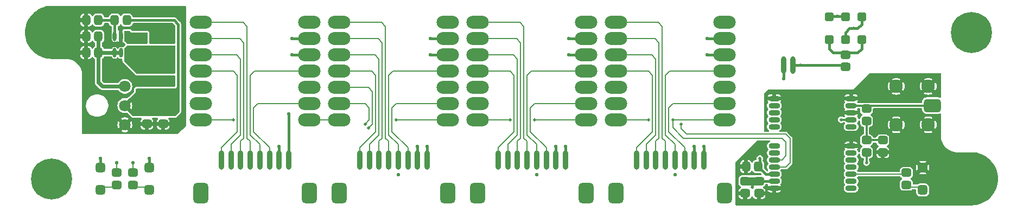
<source format=gtl>
%TF.GenerationSoftware,KiCad,Pcbnew,7.0.5-0*%
%TF.CreationDate,2023-09-25T22:43:47+01:00*%
%TF.ProjectId,INCLINOMETER_BOARD,494e434c-494e-44f4-9d45-5445525f424f,rev?*%
%TF.SameCoordinates,Original*%
%TF.FileFunction,Copper,L1,Top*%
%TF.FilePolarity,Positive*%
%FSLAX46Y46*%
G04 Gerber Fmt 4.6, Leading zero omitted, Abs format (unit mm)*
G04 Created by KiCad (PCBNEW 7.0.5-0) date 2023-09-25 22:43:47*
%MOMM*%
%LPD*%
G01*
G04 APERTURE LIST*
G04 Aperture macros list*
%AMRoundRect*
0 Rectangle with rounded corners*
0 $1 Rounding radius*
0 $2 $3 $4 $5 $6 $7 $8 $9 X,Y pos of 4 corners*
0 Add a 4 corners polygon primitive as box body*
4,1,4,$2,$3,$4,$5,$6,$7,$8,$9,$2,$3,0*
0 Add four circle primitives for the rounded corners*
1,1,$1+$1,$2,$3*
1,1,$1+$1,$4,$5*
1,1,$1+$1,$6,$7*
1,1,$1+$1,$8,$9*
0 Add four rect primitives between the rounded corners*
20,1,$1+$1,$2,$3,$4,$5,0*
20,1,$1+$1,$4,$5,$6,$7,0*
20,1,$1+$1,$6,$7,$8,$9,0*
20,1,$1+$1,$8,$9,$2,$3,0*%
G04 Aperture macros list end*
%TA.AperFunction,SMDPad,CuDef*%
%ADD10RoundRect,0.325000X-0.325000X-0.425000X0.325000X-0.425000X0.325000X0.425000X-0.325000X0.425000X0*%
%TD*%
%TA.AperFunction,ComponentPad*%
%ADD11C,0.800000*%
%TD*%
%TA.AperFunction,ComponentPad*%
%ADD12C,6.400000*%
%TD*%
%TA.AperFunction,SMDPad,CuDef*%
%ADD13RoundRect,0.325000X0.425000X-0.325000X0.425000X0.325000X-0.425000X0.325000X-0.425000X-0.325000X0*%
%TD*%
%TA.AperFunction,SMDPad,CuDef*%
%ADD14RoundRect,0.350000X0.350000X-0.350000X0.350000X0.350000X-0.350000X0.350000X-0.350000X-0.350000X0*%
%TD*%
%TA.AperFunction,SMDPad,CuDef*%
%ADD15RoundRect,0.325000X-0.425000X0.325000X-0.425000X-0.325000X0.425000X-0.325000X0.425000X0.325000X0*%
%TD*%
%TA.AperFunction,SMDPad,CuDef*%
%ADD16RoundRect,0.600000X0.600000X1.000000X-0.600000X1.000000X-0.600000X-1.000000X0.600000X-1.000000X0*%
%TD*%
%TA.AperFunction,SMDPad,CuDef*%
%ADD17RoundRect,0.450000X0.000000X1.050000X0.000000X1.050000X0.000000X-1.050000X0.000000X-1.050000X0*%
%TD*%
%TA.AperFunction,SMDPad,CuDef*%
%ADD18RoundRect,1.000000X-0.750000X0.000000X0.750000X0.000000X0.750000X0.000000X-0.750000X0.000000X0*%
%TD*%
%TA.AperFunction,SMDPad,CuDef*%
%ADD19RoundRect,0.375000X0.375000X-0.375000X0.375000X0.375000X-0.375000X0.375000X-0.375000X-0.375000X0*%
%TD*%
%TA.AperFunction,SMDPad,CuDef*%
%ADD20RoundRect,0.425000X-2.425000X0.425000X-2.425000X-0.425000X2.425000X-0.425000X2.425000X0.425000X0*%
%TD*%
%TA.AperFunction,SMDPad,CuDef*%
%ADD21RoundRect,0.517500X-0.832500X0.517500X-0.832500X-0.517500X0.832500X-0.517500X0.832500X0.517500X0*%
%TD*%
%TA.AperFunction,ComponentPad*%
%ADD22C,2.100000*%
%TD*%
%TA.AperFunction,ComponentPad*%
%ADD23C,1.800000*%
%TD*%
%TA.AperFunction,SMDPad,CuDef*%
%ADD24RoundRect,0.400000X0.500000X0.000000X-0.500000X0.000000X-0.500000X0.000000X0.500000X0.000000X0*%
%TD*%
%TA.AperFunction,SMDPad,CuDef*%
%ADD25RoundRect,0.300000X0.000000X0.450000X0.000000X-0.450000X0.000000X-0.450000X0.000000X0.450000X0*%
%TD*%
%TA.AperFunction,SMDPad,CuDef*%
%ADD26RoundRect,0.400000X0.000000X0.975000X0.000000X-0.975000X0.000000X-0.975000X0.000000X0.975000X0*%
%TD*%
%TA.AperFunction,ViaPad*%
%ADD27C,0.500000*%
%TD*%
%TA.AperFunction,ViaPad*%
%ADD28C,0.550000*%
%TD*%
%TA.AperFunction,Conductor*%
%ADD29C,0.406400*%
%TD*%
%TA.AperFunction,Conductor*%
%ADD30C,0.203200*%
%TD*%
%TA.AperFunction,Conductor*%
%ADD31C,0.609600*%
%TD*%
%TA.AperFunction,Conductor*%
%ADD32C,1.300000*%
%TD*%
%TA.AperFunction,Conductor*%
%ADD33C,0.304800*%
%TD*%
%TA.AperFunction,Conductor*%
%ADD34C,0.313944*%
%TD*%
G04 APERTURE END LIST*
D10*
%TO.P,C6,1*%
%TO.N,GND*%
X188978500Y-95250000D03*
%TO.P,C6,2*%
%TO.N,Net-(BT1-+)*%
X190878500Y-95250000D03*
%TD*%
%TO.P,R2,1*%
%TO.N,Net-(IC1-FB)*%
X90490000Y-72390000D03*
%TO.P,R2,2*%
%TO.N,+3.3V*%
X92390000Y-72390000D03*
%TD*%
D11*
%TO.P,H4,1,1*%
%TO.N,GND*%
X78245000Y-97155000D03*
X78947944Y-95457944D03*
X78947944Y-98852056D03*
X80645000Y-94755000D03*
D12*
X80645000Y-97155000D03*
D11*
X80645000Y-99555000D03*
X82342056Y-95457944D03*
X82342056Y-98852056D03*
X83045000Y-97155000D03*
%TD*%
%TO.P,H1,1,1*%
%TO.N,GND*%
X221755000Y-74295000D03*
X222457944Y-72597944D03*
X222457944Y-75992056D03*
X224155000Y-71895000D03*
D12*
X224155000Y-74295000D03*
D11*
X224155000Y-76695000D03*
X225852056Y-72597944D03*
X225852056Y-75992056D03*
X226555000Y-74295000D03*
%TD*%
D13*
%TO.P,C4,1*%
%TO.N,GND*%
X95504000Y-88580000D03*
%TO.P,C4,2*%
%TO.N,+3.3V*%
X95504000Y-86680000D03*
%TD*%
D11*
%TO.P,H2,1,1*%
%TO.N,GND*%
X221755000Y-97155000D03*
X222457944Y-95457944D03*
X222457944Y-98852056D03*
X224155000Y-94755000D03*
D12*
X224155000Y-97155000D03*
D11*
X224155000Y-99555000D03*
X225852056Y-95457944D03*
X225852056Y-98852056D03*
X226555000Y-97155000D03*
%TD*%
D14*
%TO.P,D5,1,K*%
%TO.N,Net-(D3-K)*%
X207010000Y-75410000D03*
%TO.P,D5,2,A*%
%TO.N,Net-(D4-K)*%
X207010000Y-71910000D03*
%TD*%
D15*
%TO.P,C9,1*%
%TO.N,Net-(C9-Pad1)*%
X210312000Y-91125000D03*
%TO.P,C9,2*%
%TO.N,GND*%
X210312000Y-93025000D03*
%TD*%
%TO.P,R6,1*%
%TO.N,Net-(C9-Pad1)*%
X207772000Y-91125000D03*
%TO.P,R6,2*%
%TO.N,Net-(IC6-VCC_RF)*%
X207772000Y-93025000D03*
%TD*%
D16*
%TO.P,J2,*%
%TO.N,*%
X168715000Y-99350000D03*
X185615000Y-99350000D03*
D17*
%TO.P,J2,1,Pin_1*%
%TO.N,Net-(IC5-A3{slash}D3)*%
X171915000Y-94200000D03*
%TO.P,J2,2,Pin_2*%
%TO.N,Net-(IC5-A2{slash}D2)*%
X173415000Y-94200000D03*
%TO.P,J2,3,Pin_3*%
%TO.N,Net-(IC5-A1{slash}D1)*%
X174915000Y-94200000D03*
%TO.P,J2,4,Pin_4*%
%TO.N,Net-(IC5-A0{slash}D0)*%
X176415000Y-94200000D03*
%TO.P,J2,5,Pin_5*%
%TO.N,Net-(IC5-SI{slash}D10)*%
X177915000Y-94200000D03*
%TO.P,J2,6,Pin_6*%
%TO.N,Net-(IC5-SCK{slash}D8)*%
X179415000Y-94200000D03*
%TO.P,J2,7,Pin_7*%
%TO.N,GND*%
X180915000Y-94200000D03*
%TO.P,J2,8,Pin_8*%
%TO.N,+3.3V*%
X182415000Y-94200000D03*
%TD*%
D18*
%TO.P,IC4,1,A0/D0*%
%TO.N,Net-(IC4-A0{slash}D0)*%
X147075000Y-72730000D03*
%TO.P,IC4,2,A1/D1*%
%TO.N,Net-(IC4-A1{slash}D1)*%
X147075000Y-75270000D03*
%TO.P,IC4,3,A2/D2*%
%TO.N,Net-(IC4-A2{slash}D2)*%
X147075000Y-77810000D03*
%TO.P,IC4,4,A3/D3*%
%TO.N,Net-(IC4-A3{slash}D3)*%
X147075000Y-80350000D03*
%TO.P,IC4,5,SDA/D4*%
%TO.N,unconnected-(IC4-SDA{slash}D4-Pad5)*%
X147075000Y-82890000D03*
%TO.P,IC4,6,SCL/D5*%
%TO.N,unconnected-(IC4-SCL{slash}D5-Pad6)*%
X147075000Y-85430000D03*
%TO.P,IC4,7,TX/D6*%
%TO.N,Net-(IC4-TX{slash}D6)*%
X147075000Y-87970000D03*
%TO.P,IC4,8,RX/D7*%
%TO.N,Net-(IC4-RX{slash}D7)*%
X164075000Y-87970000D03*
%TO.P,IC4,9,SCK/D8*%
%TO.N,Net-(IC4-SCK{slash}D8)*%
X164075000Y-85430000D03*
%TO.P,IC4,10,SO/D9*%
%TO.N,unconnected-(IC4-SO{slash}D9-Pad10)*%
X164075000Y-82890000D03*
%TO.P,IC4,11,SI/D10*%
%TO.N,Net-(IC4-SI{slash}D10)*%
X164075000Y-80350000D03*
%TO.P,IC4,12,3V3*%
%TO.N,+3.3V*%
X164075000Y-77810000D03*
%TO.P,IC4,13,GND*%
%TO.N,GND*%
X164075000Y-75270000D03*
%TO.P,IC4,14,VCC*%
%TO.N,unconnected-(IC4-VCC-Pad14)*%
X164075000Y-72730000D03*
%TD*%
D13*
%TO.P,R3,1*%
%TO.N,Net-(D1-A)*%
X90805000Y-98105000D03*
%TO.P,R3,2*%
%TO.N,+12V*%
X90805000Y-96205000D03*
%TD*%
D15*
%TO.P,R5,1*%
%TO.N,Net-(D3-K)*%
X204470000Y-77790000D03*
%TO.P,R5,2*%
%TO.N,Net-(BT1-+)*%
X204470000Y-79690000D03*
%TD*%
D18*
%TO.P,IC2,1,A0/D0*%
%TO.N,Net-(IC2-A0{slash}D0)*%
X103895000Y-72730000D03*
%TO.P,IC2,2,A1/D1*%
%TO.N,Net-(IC2-A1{slash}D1)*%
X103895000Y-75270000D03*
%TO.P,IC2,3,A2/D2*%
%TO.N,Net-(IC2-A2{slash}D2)*%
X103895000Y-77810000D03*
%TO.P,IC2,4,A3/D3*%
%TO.N,Net-(IC2-A3{slash}D3)*%
X103895000Y-80350000D03*
%TO.P,IC2,5,SDA/D4*%
%TO.N,unconnected-(IC2-SDA{slash}D4-Pad5)*%
X103895000Y-82890000D03*
%TO.P,IC2,6,SCL/D5*%
%TO.N,unconnected-(IC2-SCL{slash}D5-Pad6)*%
X103895000Y-85430000D03*
%TO.P,IC2,7,TX/D6*%
%TO.N,Net-(IC2-TX{slash}D6)*%
X103895000Y-87970000D03*
%TO.P,IC2,8,RX/D7*%
%TO.N,Net-(IC2-RX{slash}D7)*%
X120895000Y-87970000D03*
%TO.P,IC2,9,SCK/D8*%
%TO.N,Net-(IC2-SCK{slash}D8)*%
X120895000Y-85430000D03*
%TO.P,IC2,10,SO/D9*%
%TO.N,unconnected-(IC2-SO{slash}D9-Pad10)*%
X120895000Y-82890000D03*
%TO.P,IC2,11,SI/D10*%
%TO.N,Net-(IC2-SI{slash}D10)*%
X120895000Y-80350000D03*
%TO.P,IC2,12,3V3*%
%TO.N,+3.3V*%
X120895000Y-77810000D03*
%TO.P,IC2,13,GND*%
%TO.N,GND*%
X120895000Y-75270000D03*
%TO.P,IC2,14,VCC*%
%TO.N,unconnected-(IC2-VCC-Pad14)*%
X120895000Y-72730000D03*
%TD*%
D10*
%TO.P,C2,1*%
%TO.N,GND*%
X86045000Y-77470000D03*
%TO.P,C2,2*%
%TO.N,+12V*%
X87945000Y-77470000D03*
%TD*%
D13*
%TO.P,R4,1*%
%TO.N,Net-(D2-A)*%
X93345000Y-98105000D03*
%TO.P,R4,2*%
%TO.N,+3.3V*%
X93345000Y-96205000D03*
%TD*%
D19*
%TO.P,D2,1,K*%
%TO.N,GND*%
X95885000Y-95405000D03*
%TO.P,D2,2,A*%
%TO.N,Net-(D2-A)*%
X95885000Y-98905000D03*
%TD*%
D13*
%TO.P,R7,1*%
%TO.N,Net-(D6-A)*%
X213995000Y-98105000D03*
%TO.P,R7,2*%
%TO.N,Net-(IC6-TIMEPULSE)*%
X213995000Y-96205000D03*
%TD*%
D18*
%TO.P,IC3,1,A0/D0*%
%TO.N,Net-(IC3-A0{slash}D0)*%
X125485000Y-72730000D03*
%TO.P,IC3,2,A1/D1*%
%TO.N,Net-(IC3-A1{slash}D1)*%
X125485000Y-75270000D03*
%TO.P,IC3,3,A2/D2*%
%TO.N,Net-(IC3-A2{slash}D2)*%
X125485000Y-77810000D03*
%TO.P,IC3,4,A3/D3*%
%TO.N,Net-(IC3-A3{slash}D3)*%
X125485000Y-80350000D03*
%TO.P,IC3,5,SDA/D4*%
%TO.N,Net-(IC3-SDA{slash}D4)*%
X125485000Y-82890000D03*
%TO.P,IC3,6,SCL/D5*%
%TO.N,Net-(IC3-SCL{slash}D5)*%
X125485000Y-85430000D03*
%TO.P,IC3,7,TX/D6*%
%TO.N,Net-(IC2-RX{slash}D7)*%
X125485000Y-87970000D03*
%TO.P,IC3,8,RX/D7*%
%TO.N,Net-(IC2-TX{slash}D6)*%
X142485000Y-87970000D03*
%TO.P,IC3,9,SCK/D8*%
%TO.N,Net-(IC3-SCK{slash}D8)*%
X142485000Y-85430000D03*
%TO.P,IC3,10,SO/D9*%
%TO.N,unconnected-(IC3-SO{slash}D9-Pad10)*%
X142485000Y-82890000D03*
%TO.P,IC3,11,SI/D10*%
%TO.N,Net-(IC3-SI{slash}D10)*%
X142485000Y-80350000D03*
%TO.P,IC3,12,3V3*%
%TO.N,+3.3V*%
X142485000Y-77810000D03*
%TO.P,IC3,13,GND*%
%TO.N,GND*%
X142485000Y-75270000D03*
%TO.P,IC3,14,VCC*%
%TO.N,unconnected-(IC3-VCC-Pad14)*%
X142485000Y-72730000D03*
%TD*%
D13*
%TO.P,C5,1*%
%TO.N,GND*%
X98044000Y-88580000D03*
%TO.P,C5,2*%
%TO.N,+3.3V*%
X98044000Y-86680000D03*
%TD*%
%TO.P,L2,1*%
%TO.N,Net-(C9-Pad1)*%
X207772000Y-88118028D03*
%TO.P,L2,2*%
%TO.N,Net-(IC6-RF_IN)*%
X207772000Y-86218028D03*
%TD*%
D19*
%TO.P,D6,1,K*%
%TO.N,GND*%
X216535000Y-95405000D03*
%TO.P,D6,2,A*%
%TO.N,Net-(D6-A)*%
X216535000Y-98905000D03*
%TD*%
D20*
%TO.P,L1,1*%
%TO.N,Net-(IC1-SW)*%
X96774000Y-79665000D03*
%TO.P,L1,2*%
%TO.N,+3.3V*%
X96774000Y-84165000D03*
%TD*%
D16*
%TO.P,J1,*%
%TO.N,*%
X125535000Y-99350000D03*
X142435000Y-99350000D03*
D17*
%TO.P,J1,1,Pin_1*%
%TO.N,Net-(IC3-A3{slash}D3)*%
X128735000Y-94200000D03*
%TO.P,J1,2,Pin_2*%
%TO.N,Net-(IC3-A2{slash}D2)*%
X130235000Y-94200000D03*
%TO.P,J1,3,Pin_3*%
%TO.N,Net-(IC3-A1{slash}D1)*%
X131735000Y-94200000D03*
%TO.P,J1,4,Pin_4*%
%TO.N,Net-(IC3-A0{slash}D0)*%
X133235000Y-94200000D03*
%TO.P,J1,5,Pin_5*%
%TO.N,Net-(IC3-SI{slash}D10)*%
X134735000Y-94200000D03*
%TO.P,J1,6,Pin_6*%
%TO.N,Net-(IC3-SCK{slash}D8)*%
X136235000Y-94200000D03*
%TO.P,J1,7,Pin_7*%
%TO.N,GND*%
X137735000Y-94200000D03*
%TO.P,J1,8,Pin_8*%
%TO.N,+3.3V*%
X139235000Y-94200000D03*
%TD*%
D13*
%TO.P,C8,1*%
%TO.N,GND*%
X191008000Y-99425000D03*
%TO.P,C8,2*%
%TO.N,Net-(D4-K)*%
X191008000Y-97525000D03*
%TD*%
D16*
%TO.P,J3,*%
%TO.N,*%
X103945000Y-99350000D03*
X120845000Y-99350000D03*
D17*
%TO.P,J3,1,Pin_1*%
%TO.N,Net-(IC2-A3{slash}D3)*%
X107145000Y-94200000D03*
%TO.P,J3,2,Pin_2*%
%TO.N,Net-(IC2-A2{slash}D2)*%
X108645000Y-94200000D03*
%TO.P,J3,3,Pin_3*%
%TO.N,Net-(IC2-A1{slash}D1)*%
X110145000Y-94200000D03*
%TO.P,J3,4,Pin_4*%
%TO.N,Net-(IC2-A0{slash}D0)*%
X111645000Y-94200000D03*
%TO.P,J3,5,Pin_5*%
%TO.N,Net-(IC2-SI{slash}D10)*%
X113145000Y-94200000D03*
%TO.P,J3,6,Pin_6*%
%TO.N,Net-(IC2-SCK{slash}D8)*%
X114645000Y-94200000D03*
%TO.P,J3,7,Pin_7*%
%TO.N,GND*%
X116145000Y-94200000D03*
%TO.P,J3,8,Pin_8*%
%TO.N,+3.3V*%
X117645000Y-94200000D03*
%TD*%
D19*
%TO.P,D1,1,K*%
%TO.N,GND*%
X88265000Y-95405000D03*
%TO.P,D1,2,A*%
%TO.N,Net-(D1-A)*%
X88265000Y-98905000D03*
%TD*%
D10*
%TO.P,C1,1*%
%TO.N,GND*%
X86045000Y-74930000D03*
%TO.P,C1,2*%
%TO.N,+12V*%
X87945000Y-74930000D03*
%TD*%
D13*
%TO.P,C7,1*%
%TO.N,GND*%
X188849000Y-99425000D03*
%TO.P,C7,2*%
%TO.N,Net-(D4-K)*%
X188849000Y-97525000D03*
%TD*%
D10*
%TO.P,R1,1*%
%TO.N,GND*%
X86045000Y-72390000D03*
%TO.P,R1,2*%
%TO.N,Net-(IC1-FB)*%
X87945000Y-72390000D03*
%TD*%
D21*
%TO.P,J7,1,In*%
%TO.N,Net-(IC6-RF_IN)*%
X218060000Y-85725000D03*
D22*
%TO.P,J7,2,Ext*%
%TO.N,GND*%
X217410000Y-82725000D03*
X212410000Y-82725000D03*
X217410000Y-88725000D03*
X212410000Y-88725000D03*
%TD*%
D14*
%TO.P,D4,1,K*%
%TO.N,Net-(D4-K)*%
X204470000Y-75410000D03*
%TO.P,D4,2,A*%
%TO.N,+3.3V*%
X204470000Y-71910000D03*
%TD*%
D13*
%TO.P,C3,1*%
%TO.N,Net-(IC1-SW)*%
X94615000Y-77150000D03*
%TO.P,C3,2*%
%TO.N,Net-(IC1-CB)*%
X94615000Y-75250000D03*
%TD*%
D23*
%TO.P,J9,1,Pin_1*%
%TO.N,+12V*%
X92075000Y-82725000D03*
%TO.P,J9,2,Pin_2*%
%TO.N,+3.3V*%
X92075000Y-85725000D03*
%TO.P,J9,3,Pin_3*%
%TO.N,GND*%
X92075000Y-88725000D03*
%TD*%
D24*
%TO.P,IC6,1,~{SAFEBOOT}*%
%TO.N,unconnected-(IC6-~{SAFEBOOT}-Pad1)*%
X205390000Y-98625000D03*
%TO.P,IC6,2,D_SEL*%
%TO.N,unconnected-(IC6-D_SEL-Pad2)*%
X205390000Y-97525000D03*
%TO.P,IC6,3,TIMEPULSE*%
%TO.N,Net-(IC6-TIMEPULSE)*%
X205390000Y-96425000D03*
%TO.P,IC6,4,EXTINT*%
%TO.N,unconnected-(IC6-EXTINT-Pad4)*%
X205390000Y-95325000D03*
%TO.P,IC6,5,USB_DM*%
%TO.N,unconnected-(IC6-USB_DM-Pad5)*%
X205390000Y-94225000D03*
%TO.P,IC6,6,USB_DP*%
%TO.N,unconnected-(IC6-USB_DP-Pad6)*%
X205390000Y-93125000D03*
%TO.P,IC6,7,VDD_USB*%
%TO.N,GND*%
X205390000Y-92025000D03*
%TO.P,IC6,8,~{RESET}*%
%TO.N,unconnected-(IC6-~{RESET}-Pad8)*%
X205390000Y-89025000D03*
%TO.P,IC6,9,VCC_RF*%
%TO.N,Net-(IC6-VCC_RF)*%
X205390000Y-87925000D03*
%TO.P,IC6,10,GND*%
%TO.N,GND*%
X205390000Y-86825000D03*
%TO.P,IC6,11,RF_IN*%
%TO.N,Net-(IC6-RF_IN)*%
X205390000Y-85725000D03*
%TO.P,IC6,12,GND*%
%TO.N,GND*%
X205390000Y-84625000D03*
%TO.P,IC6,13,GND*%
X193390000Y-84625000D03*
%TO.P,IC6,14,LNA_EN*%
%TO.N,unconnected-(IC6-LNA_EN-Pad14)*%
X193390000Y-85725000D03*
%TO.P,IC6,15,RESERVED*%
%TO.N,unconnected-(IC6-RESERVED-Pad15)*%
X193390000Y-86825000D03*
%TO.P,IC6,16,RESERVED*%
%TO.N,unconnected-(IC6-RESERVED-Pad16)*%
X193390000Y-87925000D03*
%TO.P,IC6,17,RESERVED*%
%TO.N,unconnected-(IC6-RESERVED-Pad17)*%
X193390000Y-89025000D03*
%TO.P,IC6,18,SDA/~{SPI_CS}*%
%TO.N,unconnected-(IC6-SDA{slash}~{SPI_CS}-Pad18)*%
X193390000Y-92025000D03*
%TO.P,IC6,19,SCL/SPI_CLK*%
%TO.N,unconnected-(IC6-SCL{slash}SPI_CLK-Pad19)*%
X193390000Y-93125000D03*
%TO.P,IC6,20,TXD/SPI_MISO*%
%TO.N,Net-(IC5-RX{slash}D7)*%
X193390000Y-94225000D03*
%TO.P,IC6,21,RXD/SPI_MOSI*%
%TO.N,Net-(IC5-TX{slash}D6)*%
X193390000Y-95325000D03*
%TO.P,IC6,22,V_BCKP*%
%TO.N,Net-(BT1-+)*%
X193390000Y-96425000D03*
%TO.P,IC6,23,VCC*%
%TO.N,Net-(D4-K)*%
X193390000Y-97525000D03*
%TO.P,IC6,24,GND*%
%TO.N,GND*%
X193390000Y-98625000D03*
%TD*%
D16*
%TO.P,J4,*%
%TO.N,*%
X147125000Y-99350000D03*
X164025000Y-99350000D03*
D17*
%TO.P,J4,1,Pin_1*%
%TO.N,Net-(IC4-A3{slash}D3)*%
X150325000Y-94200000D03*
%TO.P,J4,2,Pin_2*%
%TO.N,Net-(IC4-A2{slash}D2)*%
X151825000Y-94200000D03*
%TO.P,J4,3,Pin_3*%
%TO.N,Net-(IC4-A1{slash}D1)*%
X153325000Y-94200000D03*
%TO.P,J4,4,Pin_4*%
%TO.N,Net-(IC4-A0{slash}D0)*%
X154825000Y-94200000D03*
%TO.P,J4,5,Pin_5*%
%TO.N,Net-(IC4-SI{slash}D10)*%
X156325000Y-94200000D03*
%TO.P,J4,6,Pin_6*%
%TO.N,Net-(IC4-SCK{slash}D8)*%
X157825000Y-94200000D03*
%TO.P,J4,7,Pin_7*%
%TO.N,GND*%
X159325000Y-94200000D03*
%TO.P,J4,8,Pin_8*%
%TO.N,+3.3V*%
X160825000Y-94200000D03*
%TD*%
D18*
%TO.P,IC5,1,A0/D0*%
%TO.N,Net-(IC5-A0{slash}D0)*%
X168665000Y-72730000D03*
%TO.P,IC5,2,A1/D1*%
%TO.N,Net-(IC5-A1{slash}D1)*%
X168665000Y-75270000D03*
%TO.P,IC5,3,A2/D2*%
%TO.N,Net-(IC5-A2{slash}D2)*%
X168665000Y-77810000D03*
%TO.P,IC5,4,A3/D3*%
%TO.N,Net-(IC5-A3{slash}D3)*%
X168665000Y-80350000D03*
%TO.P,IC5,5,SDA/D4*%
%TO.N,unconnected-(IC5-SDA{slash}D4-Pad5)*%
X168665000Y-82890000D03*
%TO.P,IC5,6,SCL/D5*%
%TO.N,unconnected-(IC5-SCL{slash}D5-Pad6)*%
X168665000Y-85430000D03*
%TO.P,IC5,7,TX/D6*%
%TO.N,Net-(IC5-TX{slash}D6)*%
X168665000Y-87970000D03*
%TO.P,IC5,8,RX/D7*%
%TO.N,Net-(IC5-RX{slash}D7)*%
X185665000Y-87970000D03*
%TO.P,IC5,9,SCK/D8*%
%TO.N,Net-(IC5-SCK{slash}D8)*%
X185665000Y-85430000D03*
%TO.P,IC5,10,SO/D9*%
%TO.N,unconnected-(IC5-SO{slash}D9-Pad10)*%
X185665000Y-82890000D03*
%TO.P,IC5,11,SI/D10*%
%TO.N,Net-(IC5-SI{slash}D10)*%
X185665000Y-80350000D03*
%TO.P,IC5,12,3V3*%
%TO.N,+3.3V*%
X185665000Y-77810000D03*
%TO.P,IC5,13,GND*%
%TO.N,GND*%
X185665000Y-75270000D03*
%TO.P,IC5,14,VCC*%
%TO.N,unconnected-(IC5-VCC-Pad14)*%
X185665000Y-72730000D03*
%TD*%
D25*
%TO.P,IC1,1,CB*%
%TO.N,Net-(IC1-CB)*%
X92390000Y-74900000D03*
%TO.P,IC1,2,GND*%
%TO.N,GND*%
X91440000Y-74900000D03*
%TO.P,IC1,3,FB*%
%TO.N,Net-(IC1-FB)*%
X90490000Y-74900000D03*
%TO.P,IC1,4,EN*%
%TO.N,+12V*%
X90490000Y-77500000D03*
%TO.P,IC1,5,VIN*%
X91440000Y-77500000D03*
%TO.P,IC1,6,SW*%
%TO.N,Net-(IC1-SW)*%
X92390000Y-77500000D03*
%TD*%
D14*
%TO.P,D3,1,K*%
%TO.N,Net-(D3-K)*%
X201930000Y-75410000D03*
%TO.P,D3,2,A*%
%TO.N,+3.3V*%
X201930000Y-71910000D03*
%TD*%
D26*
%TO.P,BT1,1,+*%
%TO.N,Net-(BT1-+)*%
X196330000Y-79395000D03*
%TO.P,BT1,2,-*%
%TO.N,GND*%
X194830000Y-79395000D03*
%TD*%
D11*
%TO.P,H3,1,1*%
%TO.N,GND*%
X78245000Y-74295000D03*
X78947944Y-72597944D03*
X78947944Y-75992056D03*
X80645000Y-71895000D03*
D12*
X80645000Y-74295000D03*
D11*
X80645000Y-76695000D03*
X82342056Y-72597944D03*
X82342056Y-75992056D03*
X83045000Y-74295000D03*
%TD*%
D27*
%TO.N,Net-(BT1-+)*%
X197485000Y-79375000D03*
X191135000Y-93980000D03*
D28*
%TO.N,GND*%
X198501000Y-98625000D03*
X209550000Y-86741000D03*
X215900000Y-84709000D03*
X215900000Y-86741000D03*
X88265000Y-93980000D03*
X203835000Y-89025000D03*
X200279000Y-98625000D03*
X202057000Y-89025000D03*
X202057000Y-98625000D03*
X209550000Y-84709000D03*
X194945000Y-84625000D03*
X89331800Y-74930000D03*
X180915000Y-92075000D03*
X214630000Y-84709000D03*
X203835000Y-85725000D03*
X196723000Y-92025000D03*
X212090000Y-86741000D03*
X198501000Y-96425000D03*
X203835000Y-92025000D03*
X203835000Y-84625000D03*
X202057000Y-96425000D03*
X200279000Y-96425000D03*
X194945000Y-98625000D03*
X207010000Y-84709000D03*
X198501000Y-89025000D03*
X89966800Y-80010000D03*
X210820000Y-86741000D03*
X182880000Y-75270000D03*
X139700000Y-75270000D03*
X118110000Y-75270000D03*
X89331800Y-75565000D03*
X194945000Y-89025000D03*
X194945000Y-86825000D03*
X196723000Y-89025000D03*
X194945000Y-96425000D03*
X198501000Y-92025000D03*
X200279000Y-94225000D03*
X200279000Y-89025000D03*
X198501000Y-84625000D03*
X194830000Y-81534000D03*
X196723000Y-98625000D03*
X93980000Y-73469500D03*
X198501000Y-94225000D03*
X196723000Y-96425000D03*
X95250000Y-73469500D03*
X202057000Y-84625000D03*
X196723000Y-94225000D03*
X203835000Y-96425000D03*
X161290000Y-75270000D03*
X95885000Y-93980000D03*
X208280000Y-84709000D03*
X203835000Y-94225000D03*
X214630000Y-86741000D03*
X134735000Y-96520000D03*
X200279000Y-84625000D03*
X91122500Y-76200000D03*
X210820000Y-84709000D03*
X212090000Y-84709000D03*
X200279000Y-86825000D03*
X90601800Y-80010000D03*
X89331800Y-80010000D03*
X159325000Y-92075000D03*
X203835000Y-86825000D03*
X198501000Y-86825000D03*
X116145000Y-92075000D03*
X213360000Y-86741000D03*
X89331800Y-76200000D03*
X91757500Y-76200000D03*
X203835000Y-98625000D03*
X94615000Y-73469500D03*
X156325000Y-96520000D03*
X202057000Y-86825000D03*
X177915000Y-96520000D03*
X200279000Y-92025000D03*
X202057000Y-92025000D03*
X202057000Y-94225000D03*
X196723000Y-84625000D03*
X213360000Y-84709000D03*
X137735000Y-92075000D03*
X196723000Y-86825000D03*
%TO.N,+12V*%
X90805000Y-94615000D03*
D27*
%TO.N,Net-(D4-K)*%
X205740000Y-73660000D03*
X189928500Y-98475000D03*
D28*
%TO.N,+3.3V*%
X203200000Y-71755000D03*
X139700000Y-77810000D03*
X93345000Y-94615000D03*
X118110000Y-77810000D03*
X117645000Y-86995000D03*
X139235000Y-92075000D03*
X160825000Y-92075000D03*
X182415000Y-92075000D03*
X182880000Y-77810000D03*
X161290000Y-77810000D03*
D27*
%TO.N,Net-(IC3-SDA{slash}D4)*%
X130072000Y-89240000D03*
%TO.N,Net-(IC3-SCL{slash}D5)*%
X129564000Y-88605000D03*
%TO.N,Net-(IC4-TX{slash}D6)*%
X152170000Y-87970000D03*
%TO.N,Net-(IC4-RX{slash}D7)*%
X155980000Y-87970000D03*
%TO.N,Net-(IC6-VCC_RF)*%
X203835000Y-87925000D03*
X207772000Y-94615000D03*
%TO.N,Net-(IC2-TX{slash}D6)*%
X108990000Y-87970000D03*
X134390000Y-87970000D03*
%TO.N,Net-(IC5-TX{slash}D6)*%
X173760000Y-87970000D03*
X178840000Y-88605000D03*
%TO.N,Net-(IC5-RX{slash}D7)*%
X177570000Y-87970000D03*
%TD*%
D29*
%TO.N,Net-(BT1-+)*%
X191016000Y-95250000D02*
X191135000Y-95250000D01*
X196350000Y-79375000D02*
X196330000Y-79395000D01*
X204150000Y-79690000D02*
X203835000Y-79375000D01*
X192053500Y-96425000D02*
X190878500Y-95250000D01*
X191135000Y-93980000D02*
X191135000Y-94993500D01*
X204470000Y-79690000D02*
X204150000Y-79690000D01*
X203835000Y-79375000D02*
X196350000Y-79375000D01*
X191135000Y-94993500D02*
X190878500Y-95250000D01*
X193390000Y-96425000D02*
X192053500Y-96425000D01*
%TO.N,GND*%
X120650000Y-75270000D02*
X118110000Y-75270000D01*
X137735000Y-94200000D02*
X137735000Y-92075000D01*
X163830000Y-75270000D02*
X161290000Y-75270000D01*
X180915000Y-94200000D02*
X180915000Y-92075000D01*
X95885000Y-95405000D02*
X95885000Y-93980000D01*
X194830000Y-79395000D02*
X194830000Y-81534000D01*
X159325000Y-94200000D02*
X159325000Y-92075000D01*
X88265000Y-95405000D02*
X88265000Y-93980000D01*
X142240000Y-75270000D02*
X139700000Y-75270000D01*
X116145000Y-94200000D02*
X116145000Y-92075000D01*
X185420000Y-75270000D02*
X182880000Y-75270000D01*
D30*
%TO.N,Net-(IC1-SW)*%
X94265000Y-77500000D02*
X94615000Y-77150000D01*
D31*
%TO.N,+12V*%
X87945000Y-77470000D02*
X91410000Y-77470000D01*
X87945000Y-77470000D02*
X87945000Y-82090000D01*
X90170000Y-82725000D02*
X88580000Y-82725000D01*
X91410000Y-77470000D02*
X91440000Y-77500000D01*
X92075000Y-82725000D02*
X90170000Y-82725000D01*
D30*
X90805000Y-96205000D02*
X90805000Y-94615000D01*
D31*
X87945000Y-74930000D02*
X87945000Y-77470000D01*
X88580000Y-82725000D02*
X87945000Y-82090000D01*
D32*
%TO.N,Net-(D4-K)*%
X188849000Y-97525000D02*
X191008000Y-97525000D01*
D29*
X205740000Y-73660000D02*
X206375000Y-73660000D01*
X207010000Y-73025000D02*
X207010000Y-71910000D01*
X206375000Y-73660000D02*
X207010000Y-73025000D01*
X189928500Y-98475000D02*
X189928500Y-97525000D01*
X204470000Y-74295000D02*
X205105000Y-73660000D01*
X205105000Y-73660000D02*
X205740000Y-73660000D01*
X204470000Y-75410000D02*
X204470000Y-74295000D01*
X193390000Y-97525000D02*
X191135000Y-97525000D01*
D33*
%TO.N,Net-(C9-Pad1)*%
X207772000Y-88118028D02*
X207772000Y-91125000D01*
X207645000Y-91125000D02*
X210185000Y-91125000D01*
D29*
%TO.N,+3.3V*%
X139235000Y-94200000D02*
X139235000Y-92075000D01*
X100380800Y-73025000D02*
X100380800Y-83820000D01*
X185420000Y-77810000D02*
X182880000Y-77810000D01*
X142240000Y-77810000D02*
X139700000Y-77810000D01*
X120650000Y-77810000D02*
X118110000Y-77810000D01*
D30*
X93345000Y-96205000D02*
X93345000Y-94615000D01*
D29*
X99745800Y-72390000D02*
X100380800Y-73025000D01*
X92390000Y-72390000D02*
X99745800Y-72390000D01*
X203200000Y-71755000D02*
X202085000Y-71755000D01*
X163830000Y-77810000D02*
X161290000Y-77810000D01*
X202085000Y-71755000D02*
X201930000Y-71910000D01*
X160825000Y-94200000D02*
X160825000Y-92075000D01*
X204315000Y-71755000D02*
X204470000Y-71910000D01*
X182415000Y-94200000D02*
X182415000Y-92075000D01*
X203200000Y-71755000D02*
X204315000Y-71755000D01*
X117645000Y-94200000D02*
X117645000Y-86995000D01*
D30*
%TO.N,Net-(D2-A)*%
X95250000Y-98425000D02*
X93665000Y-98425000D01*
X95730000Y-98905000D02*
X95250000Y-98425000D01*
X95885000Y-98905000D02*
X95730000Y-98905000D01*
X93665000Y-98425000D02*
X93345000Y-98105000D01*
%TO.N,Net-(D1-A)*%
X88420000Y-98905000D02*
X88900000Y-98425000D01*
X90485000Y-98425000D02*
X90805000Y-98105000D01*
X88265000Y-98905000D02*
X88420000Y-98905000D01*
X88900000Y-98425000D02*
X90485000Y-98425000D01*
D29*
%TO.N,Net-(IC1-FB)*%
X90490000Y-74900000D02*
X90490000Y-72390000D01*
X87945000Y-72390000D02*
X90490000Y-72390000D01*
D30*
%TO.N,Net-(IC3-SDA{slash}D4)*%
X130707000Y-88605000D02*
X130072000Y-89240000D01*
X130071876Y-82890000D02*
X130706876Y-83525000D01*
X125485000Y-82890000D02*
X130071876Y-82890000D01*
X130707000Y-83525000D02*
X130707000Y-88605000D01*
%TO.N,Net-(IC3-SCL{slash}D5)*%
X130199000Y-86065000D02*
X130199000Y-87970000D01*
X125485000Y-85430000D02*
X129563876Y-85430000D01*
X129563876Y-85430000D02*
X130198876Y-86065000D01*
X130199000Y-87970000D02*
X129564000Y-88605000D01*
%TO.N,Net-(IC4-TX{slash}D6)*%
X147075000Y-87970000D02*
X152170000Y-87970000D01*
%TO.N,Net-(IC4-RX{slash}D7)*%
X164075000Y-87970000D02*
X155980000Y-87970000D01*
%TO.N,Net-(IC6-TIMEPULSE)*%
X213775000Y-96425000D02*
X205390000Y-96425000D01*
X213995000Y-96205000D02*
X213775000Y-96425000D01*
D33*
%TO.N,Net-(IC6-VCC_RF)*%
X207772000Y-93025000D02*
X207772000Y-94615000D01*
X205390000Y-87925000D02*
X203835000Y-87925000D01*
D30*
%TO.N,Net-(IC2-A0{slash}D0)*%
X111645000Y-91301000D02*
X111645000Y-94200000D01*
X111149000Y-90805000D02*
X111149000Y-73365000D01*
X110514000Y-72730000D02*
X111149000Y-73365000D01*
X111149000Y-90805000D02*
X111645000Y-91301000D01*
X103895000Y-72730000D02*
X110514000Y-72730000D01*
%TO.N,Net-(IC2-A1{slash}D1)*%
X110145000Y-91301000D02*
X110641000Y-90805000D01*
X110145000Y-94200000D02*
X110145000Y-91301000D01*
X110641000Y-75905000D02*
X110641000Y-90805000D01*
X110641000Y-75905000D02*
X110006000Y-75270000D01*
X103895000Y-75270000D02*
X110006000Y-75270000D01*
%TO.N,Net-(IC2-A2{slash}D2)*%
X110133000Y-90297000D02*
X108645000Y-91785000D01*
X109498000Y-77810000D02*
X110133000Y-78445000D01*
X103895000Y-77810000D02*
X109498000Y-77810000D01*
X110133000Y-90297000D02*
X110133000Y-78445000D01*
X108645000Y-91785000D02*
X108645000Y-94200000D01*
%TO.N,Net-(IC2-A3{slash}D3)*%
X107145000Y-92269000D02*
X109625000Y-89789000D01*
X107145000Y-94200000D02*
X107145000Y-92269000D01*
X109625000Y-80985000D02*
X109625000Y-89789000D01*
X109625000Y-80985000D02*
X108990000Y-80350000D01*
X103895000Y-80350000D02*
X108990000Y-80350000D01*
D34*
%TO.N,Net-(IC6-RF_IN)*%
X217170000Y-85725000D02*
X207645000Y-85725000D01*
X205390000Y-85725000D02*
X207645000Y-85725000D01*
D30*
%TO.N,Net-(IC2-TX{slash}D6)*%
X142485000Y-87970000D02*
X134390000Y-87970000D01*
X103895000Y-87970000D02*
X108990000Y-87970000D01*
%TO.N,Net-(IC2-RX{slash}D7)*%
X120895000Y-87970000D02*
X125485000Y-87970000D01*
%TO.N,Net-(IC2-SCK{slash}D8)*%
X120895000Y-85430000D02*
X112800000Y-85430000D01*
X112800000Y-85430000D02*
X112165000Y-86065000D01*
X112165000Y-89789000D02*
X112165000Y-86065000D01*
X112165000Y-89789000D02*
X114645000Y-92269000D01*
X114645000Y-92269000D02*
X114645000Y-94200000D01*
%TO.N,Net-(IC2-SI{slash}D10)*%
X113145000Y-94200000D02*
X113145000Y-91785000D01*
X111657000Y-80985000D02*
X112292000Y-80350000D01*
X113145000Y-91785000D02*
X111657000Y-90297000D01*
X120895000Y-80350000D02*
X112292000Y-80350000D01*
X111657000Y-80985000D02*
X111657000Y-90297000D01*
%TO.N,Net-(IC3-A0{slash}D0)*%
X132739000Y-90805000D02*
X132739000Y-73365000D01*
X132104000Y-72730000D02*
X132739000Y-73365000D01*
X132739000Y-90805000D02*
X133235000Y-91301000D01*
X133235000Y-91301000D02*
X133235000Y-94200000D01*
X125485000Y-72730000D02*
X132104000Y-72730000D01*
%TO.N,Net-(IC3-A1{slash}D1)*%
X132231000Y-90805000D02*
X132231000Y-75905000D01*
X132231000Y-75905000D02*
X131596000Y-75270000D01*
X131735000Y-94200000D02*
X131735000Y-91301000D01*
X125485000Y-75270000D02*
X131596000Y-75270000D01*
X131735000Y-91301000D02*
X132231000Y-90805000D01*
%TO.N,Net-(IC3-A2{slash}D2)*%
X131088000Y-77810000D02*
X131723000Y-78445000D01*
X131723000Y-78445000D02*
X131723000Y-90297000D01*
X125485000Y-77810000D02*
X131088000Y-77810000D01*
X130235000Y-91785000D02*
X130235000Y-94200000D01*
X131723000Y-90297000D02*
X130235000Y-91785000D01*
%TO.N,Net-(IC3-A3{slash}D3)*%
X128735000Y-94200000D02*
X128735000Y-92269000D01*
X131215000Y-80985000D02*
X130580000Y-80350000D01*
X131215000Y-89789000D02*
X131215000Y-80985000D01*
X128735000Y-92269000D02*
X131215000Y-89789000D01*
X125485000Y-80350000D02*
X130580000Y-80350000D01*
%TO.N,Net-(IC3-SCK{slash}D8)*%
X136235000Y-92269000D02*
X136235000Y-94200000D01*
X133755000Y-89789000D02*
X136235000Y-92269000D01*
X142485000Y-85430000D02*
X134390000Y-85430000D01*
X134390000Y-85430000D02*
X133755000Y-86065000D01*
X133755000Y-89789000D02*
X133755000Y-86065000D01*
%TO.N,Net-(IC3-SI{slash}D10)*%
X142485000Y-80350000D02*
X133882000Y-80350000D01*
X133247000Y-80985000D02*
X133882000Y-80350000D01*
X134735000Y-94200000D02*
X134735000Y-91785000D01*
X134735000Y-91785000D02*
X133247000Y-90297000D01*
X133247000Y-80985000D02*
X133247000Y-90297000D01*
%TO.N,Net-(IC4-A0{slash}D0)*%
X154825000Y-91301000D02*
X154825000Y-94200000D01*
X154329000Y-90805000D02*
X154329000Y-73365000D01*
X147075000Y-72730000D02*
X153694000Y-72730000D01*
X154329000Y-90805000D02*
X154825000Y-91301000D01*
X153694000Y-72730000D02*
X154329000Y-73365000D01*
%TO.N,Net-(IC4-A1{slash}D1)*%
X153821000Y-75905000D02*
X153186000Y-75270000D01*
X153821000Y-75905000D02*
X153821000Y-90805000D01*
X147075000Y-75270000D02*
X153186000Y-75270000D01*
X153325000Y-94200000D02*
X153325000Y-91301000D01*
X153325000Y-91301000D02*
X153821000Y-90805000D01*
%TO.N,Net-(IC4-A2{slash}D2)*%
X151825000Y-91785000D02*
X151825000Y-94200000D01*
X147075000Y-77810000D02*
X152678000Y-77810000D01*
X153313000Y-90297000D02*
X153313000Y-78445000D01*
X152678000Y-77810000D02*
X153313000Y-78445000D01*
X153313000Y-90297000D02*
X151825000Y-91785000D01*
%TO.N,Net-(IC4-A3{slash}D3)*%
X152805000Y-80985000D02*
X152170000Y-80350000D01*
X150325000Y-94200000D02*
X150325000Y-92269000D01*
X147075000Y-80350000D02*
X152170000Y-80350000D01*
X152805000Y-89789000D02*
X152805000Y-80985000D01*
X150325000Y-92269000D02*
X152805000Y-89789000D01*
%TO.N,Net-(IC4-SCK{slash}D8)*%
X155345000Y-89789000D02*
X155345000Y-86065000D01*
X164075000Y-85430000D02*
X155980000Y-85430000D01*
X155980000Y-85430000D02*
X155345000Y-86065000D01*
X157825000Y-92269000D02*
X157825000Y-94200000D01*
X155345000Y-89789000D02*
X157825000Y-92269000D01*
%TO.N,Net-(IC4-SI{slash}D10)*%
X164075000Y-80350000D02*
X155472000Y-80350000D01*
X156325000Y-91785000D02*
X154837000Y-90297000D01*
X154837000Y-80985000D02*
X154837000Y-90297000D01*
X154837000Y-80985000D02*
X155472000Y-80350000D01*
X156325000Y-94200000D02*
X156325000Y-91785000D01*
%TO.N,Net-(IC5-A0{slash}D0)*%
X175284000Y-72730000D02*
X175919000Y-73365000D01*
X175919000Y-90805000D02*
X176415000Y-91301000D01*
X168665000Y-72730000D02*
X175284000Y-72730000D01*
X175919000Y-73365000D02*
X175919000Y-90805000D01*
X176415000Y-91301000D02*
X176415000Y-94200000D01*
%TO.N,Net-(IC5-A1{slash}D1)*%
X175411000Y-75905000D02*
X174776000Y-75270000D01*
X174915000Y-94200000D02*
X174915000Y-91301000D01*
X168665000Y-75270000D02*
X174776000Y-75270000D01*
X174915000Y-91301000D02*
X175411000Y-90805000D01*
X175411000Y-90805000D02*
X175411000Y-75905000D01*
%TO.N,Net-(IC5-A2{slash}D2)*%
X174268000Y-77810000D02*
X174903000Y-78445000D01*
X168665000Y-77810000D02*
X174268000Y-77810000D01*
X174903000Y-90297000D02*
X174903000Y-78445000D01*
X173415000Y-91785000D02*
X173415000Y-94200000D01*
X174903000Y-90297000D02*
X173415000Y-91785000D01*
%TO.N,Net-(IC5-A3{slash}D3)*%
X174395000Y-80985000D02*
X174395000Y-89789000D01*
X174395000Y-80985000D02*
X173760000Y-80350000D01*
X171915000Y-92269000D02*
X174395000Y-89789000D01*
X171915000Y-94200000D02*
X171915000Y-92269000D01*
X168665000Y-80350000D02*
X173760000Y-80350000D01*
%TO.N,Net-(IC5-TX{slash}D6)*%
X195199000Y-90170000D02*
X179705000Y-90170000D01*
X195199000Y-95325000D02*
X195834000Y-94690000D01*
X178840000Y-89305000D02*
X178840000Y-88605000D01*
X168665000Y-87970000D02*
X173760000Y-87970000D01*
X195834000Y-94690000D02*
X195834000Y-90805000D01*
X193390000Y-95325000D02*
X195199000Y-95325000D01*
X195834000Y-90805000D02*
X195199000Y-90170000D01*
X178840000Y-89305000D02*
X179705000Y-90170000D01*
%TO.N,Net-(IC5-RX{slash}D7)*%
X177570000Y-89154000D02*
X177570000Y-87970000D01*
X179221000Y-90805000D02*
X177570000Y-89154000D01*
X185665000Y-87970000D02*
X177570000Y-87970000D01*
X195199000Y-93590000D02*
X195199000Y-91440000D01*
X194564000Y-90805000D02*
X179221000Y-90805000D01*
X194564000Y-94225000D02*
X195199000Y-93590000D01*
X193390000Y-94225000D02*
X194564000Y-94225000D01*
X195199000Y-91440000D02*
X194564000Y-90805000D01*
%TO.N,Net-(IC5-SCK{slash}D8)*%
X176935000Y-89789000D02*
X179415000Y-92269000D01*
X177570000Y-85430000D02*
X176935000Y-86065000D01*
X185665000Y-85430000D02*
X177570000Y-85430000D01*
X179415000Y-92269000D02*
X179415000Y-94200000D01*
X176935000Y-86065000D02*
X176935000Y-89789000D01*
%TO.N,Net-(IC5-SI{slash}D10)*%
X185665000Y-80350000D02*
X177062000Y-80350000D01*
X176427000Y-80985000D02*
X177062000Y-80350000D01*
X177915000Y-91785000D02*
X176427000Y-90297000D01*
X177915000Y-94200000D02*
X177915000Y-91785000D01*
X176427000Y-90297000D02*
X176427000Y-80985000D01*
D29*
%TO.N,Net-(D3-K)*%
X205105000Y-77470000D02*
X206375000Y-77470000D01*
X201930000Y-76835000D02*
X202565000Y-77470000D01*
X204470000Y-77790000D02*
X204155000Y-77790000D01*
X204785000Y-77790000D02*
X205105000Y-77470000D01*
X201930000Y-75410000D02*
X201930000Y-76835000D01*
X204470000Y-77790000D02*
X204785000Y-77790000D01*
X204155000Y-77790000D02*
X203835000Y-77470000D01*
X207010000Y-76835000D02*
X207010000Y-75410000D01*
X206375000Y-77470000D02*
X207010000Y-76835000D01*
X203835000Y-77470000D02*
X202565000Y-77470000D01*
D30*
%TO.N,Net-(D6-A)*%
X213995000Y-98105000D02*
X214310000Y-98105000D01*
X214310000Y-98105000D02*
X214630000Y-98425000D01*
X214630000Y-98425000D02*
X216055000Y-98425000D01*
X216055000Y-98425000D02*
X216535000Y-98905000D01*
%TD*%
%TA.AperFunction,Conductor*%
%TO.N,+3.3V*%
G36*
X100526121Y-82646202D02*
G01*
X100572614Y-82699858D01*
X100584000Y-82752200D01*
X100584000Y-86688810D01*
X100563998Y-86756931D01*
X100547095Y-86777905D01*
X99985905Y-87339095D01*
X99923593Y-87373121D01*
X99896810Y-87376000D01*
X93397190Y-87376000D01*
X93329069Y-87355998D01*
X93308099Y-87339099D01*
X92183536Y-86214536D01*
X92217315Y-86209680D01*
X92348100Y-86149952D01*
X92456761Y-86055798D01*
X92534493Y-85934844D01*
X92575000Y-85796889D01*
X92575000Y-85793946D01*
X93078904Y-86297850D01*
X93155681Y-86143663D01*
X93155685Y-86143651D01*
X93214210Y-85937958D01*
X93233943Y-85725000D01*
X93214210Y-85512041D01*
X93155685Y-85306346D01*
X93078902Y-85152147D01*
X92575000Y-85656050D01*
X92575000Y-85653111D01*
X92534493Y-85515156D01*
X92456761Y-85394202D01*
X92348100Y-85300048D01*
X92217315Y-85240320D01*
X92139775Y-85229171D01*
X92536677Y-84832269D01*
X92837000Y-84582000D01*
X93776800Y-83642200D01*
X93776800Y-83211786D01*
X93796801Y-83143669D01*
X93813696Y-83122703D01*
X93841498Y-83094901D01*
X93903809Y-83060879D01*
X93930590Y-83058000D01*
X99948999Y-83058000D01*
X99949000Y-83058000D01*
X100343896Y-82663103D01*
X100406207Y-82629080D01*
X100432990Y-82626200D01*
X100458000Y-82626200D01*
X100526121Y-82646202D01*
G37*
%TD.AperFunction*%
%TD*%
%TA.AperFunction,Conductor*%
%TO.N,GND*%
G36*
X101542121Y-70170502D02*
G01*
X101588614Y-70224158D01*
X101600000Y-70276500D01*
X101600000Y-88847900D01*
X101579998Y-88916021D01*
X101563207Y-88936884D01*
X101032323Y-89469096D01*
X100406642Y-90096342D01*
X100370091Y-90132984D01*
X100307821Y-90167087D01*
X100280884Y-90170000D01*
X85516500Y-90170000D01*
X85448379Y-90149998D01*
X85401886Y-90096342D01*
X85390500Y-90044000D01*
X85390500Y-88725000D01*
X90916056Y-88725000D01*
X90935789Y-88937956D01*
X90994315Y-89143653D01*
X90994317Y-89143658D01*
X91071094Y-89297850D01*
X91575000Y-88793945D01*
X91575000Y-88796889D01*
X91615507Y-88934844D01*
X91693239Y-89055798D01*
X91801900Y-89149952D01*
X91932685Y-89209680D01*
X92010222Y-89220828D01*
X91502949Y-89728101D01*
X91558408Y-89762440D01*
X91558418Y-89762445D01*
X91757836Y-89839700D01*
X91968068Y-89879000D01*
X92181932Y-89879000D01*
X92392160Y-89839701D01*
X92591585Y-89762444D01*
X92647049Y-89728101D01*
X92139776Y-89220828D01*
X92217315Y-89209680D01*
X92348100Y-89149952D01*
X92456761Y-89055798D01*
X92534493Y-88934844D01*
X92575000Y-88796889D01*
X92575000Y-88793946D01*
X93078904Y-89297850D01*
X93155681Y-89143663D01*
X93155685Y-89143651D01*
X93214210Y-88937958D01*
X93219136Y-88884800D01*
X94500001Y-88884800D01*
X94500001Y-88942956D01*
X94514903Y-89056147D01*
X94514903Y-89056148D01*
X94573244Y-89196996D01*
X94573249Y-89197004D01*
X94666051Y-89317948D01*
X94786995Y-89410750D01*
X94787003Y-89410755D01*
X94927852Y-89469097D01*
X95041053Y-89483999D01*
X95199200Y-89483999D01*
X95199200Y-88884800D01*
X95808800Y-88884800D01*
X95808800Y-89483999D01*
X95966948Y-89483999D01*
X95966956Y-89483998D01*
X96080147Y-89469096D01*
X96080148Y-89469096D01*
X96220996Y-89410755D01*
X96221004Y-89410750D01*
X96341948Y-89317948D01*
X96434750Y-89197004D01*
X96434755Y-89196996D01*
X96493097Y-89056147D01*
X96507999Y-88942951D01*
X96508000Y-88942941D01*
X96508000Y-88884800D01*
X97040001Y-88884800D01*
X97040001Y-88942956D01*
X97054903Y-89056147D01*
X97054903Y-89056148D01*
X97113244Y-89196996D01*
X97113249Y-89197004D01*
X97206051Y-89317948D01*
X97326995Y-89410750D01*
X97327003Y-89410755D01*
X97467852Y-89469097D01*
X97581053Y-89483999D01*
X97739200Y-89483999D01*
X97739200Y-88884800D01*
X98348800Y-88884800D01*
X98348800Y-89483999D01*
X98506948Y-89483999D01*
X98506956Y-89483998D01*
X98620147Y-89469096D01*
X98620148Y-89469096D01*
X98760996Y-89410755D01*
X98761004Y-89410750D01*
X98881948Y-89317948D01*
X98974750Y-89197004D01*
X98974755Y-89196996D01*
X99033097Y-89056147D01*
X99047999Y-88942951D01*
X99048000Y-88942941D01*
X99048000Y-88884800D01*
X98348800Y-88884800D01*
X97739200Y-88884800D01*
X97040001Y-88884800D01*
X96508000Y-88884800D01*
X95808800Y-88884800D01*
X95199200Y-88884800D01*
X94500001Y-88884800D01*
X93219136Y-88884800D01*
X93233943Y-88725000D01*
X93214210Y-88512041D01*
X93155685Y-88306346D01*
X93078902Y-88152147D01*
X92575000Y-88656050D01*
X92575000Y-88653111D01*
X92534493Y-88515156D01*
X92456761Y-88394202D01*
X92348100Y-88300048D01*
X92217315Y-88240320D01*
X92139775Y-88229171D01*
X92647048Y-87721897D01*
X92591586Y-87687556D01*
X92591579Y-87687553D01*
X92392163Y-87610299D01*
X92181932Y-87571000D01*
X91968068Y-87571000D01*
X91757836Y-87610299D01*
X91558412Y-87687556D01*
X91502949Y-87721897D01*
X92010223Y-88229171D01*
X91932685Y-88240320D01*
X91801900Y-88300048D01*
X91693239Y-88394202D01*
X91615507Y-88515156D01*
X91575000Y-88653111D01*
X91575000Y-88656052D01*
X91071095Y-88152147D01*
X90994319Y-88306337D01*
X90994315Y-88306346D01*
X90935789Y-88512043D01*
X90916056Y-88725000D01*
X85390500Y-88725000D01*
X85390500Y-85856182D01*
X86004500Y-85856182D01*
X86016839Y-85938044D01*
X86043604Y-86115619D01*
X86120933Y-86366314D01*
X86120938Y-86366327D01*
X86234773Y-86602706D01*
X86234777Y-86602713D01*
X86382562Y-86819472D01*
X86382567Y-86819479D01*
X86561019Y-87011805D01*
X86766143Y-87175386D01*
X86766146Y-87175388D01*
X86993352Y-87306566D01*
X86993356Y-87306567D01*
X86993357Y-87306568D01*
X87237584Y-87402420D01*
X87493370Y-87460802D01*
X87689506Y-87475500D01*
X87689507Y-87475500D01*
X87820493Y-87475500D01*
X87820494Y-87475500D01*
X88016630Y-87460802D01*
X88272416Y-87402420D01*
X88516643Y-87306568D01*
X88516645Y-87306566D01*
X88516647Y-87306566D01*
X88630250Y-87240977D01*
X88743857Y-87175386D01*
X88948981Y-87011805D01*
X89127433Y-86819479D01*
X89275228Y-86602704D01*
X89389063Y-86366323D01*
X89466396Y-86115615D01*
X89505500Y-85856182D01*
X89505500Y-85593818D01*
X89466396Y-85334385D01*
X89466395Y-85334383D01*
X89466395Y-85334380D01*
X89389066Y-85083685D01*
X89389061Y-85083672D01*
X89321743Y-84943886D01*
X89275228Y-84847296D01*
X89275226Y-84847293D01*
X89275222Y-84847286D01*
X89127437Y-84630527D01*
X89127433Y-84630521D01*
X88948981Y-84438195D01*
X88743857Y-84274614D01*
X88743852Y-84274611D01*
X88743853Y-84274611D01*
X88516647Y-84143433D01*
X88516639Y-84143430D01*
X88272419Y-84047581D01*
X88272417Y-84047580D01*
X88016633Y-83989198D01*
X87869528Y-83978174D01*
X87820494Y-83974500D01*
X87689506Y-83974500D01*
X87650278Y-83977439D01*
X87493366Y-83989198D01*
X87237582Y-84047580D01*
X87237580Y-84047581D01*
X86993360Y-84143430D01*
X86993352Y-84143433D01*
X86766146Y-84274611D01*
X86561018Y-84438195D01*
X86382566Y-84630522D01*
X86382562Y-84630527D01*
X86234777Y-84847286D01*
X86234773Y-84847293D01*
X86120938Y-85083672D01*
X86120933Y-85083685D01*
X86043604Y-85334380D01*
X86021879Y-85478514D01*
X86004500Y-85593818D01*
X86004500Y-85856182D01*
X85390500Y-85856182D01*
X85390500Y-80809890D01*
X85390500Y-80809887D01*
X85353708Y-80506885D01*
X85280663Y-80210528D01*
X85172428Y-79925136D01*
X85172426Y-79925132D01*
X85172422Y-79925123D01*
X85030583Y-79654873D01*
X85030579Y-79654866D01*
X84857191Y-79403671D01*
X84857185Y-79403663D01*
X84654791Y-79175208D01*
X84426336Y-78972814D01*
X84426328Y-78972808D01*
X84175133Y-78799420D01*
X84175126Y-78799416D01*
X83904876Y-78657577D01*
X83904860Y-78657570D01*
X83619471Y-78549336D01*
X83323117Y-78476292D01*
X83323111Y-78476291D01*
X83020116Y-78439500D01*
X83020113Y-78439500D01*
X82923673Y-78439500D01*
X80646466Y-78439500D01*
X80643555Y-78439433D01*
X80265504Y-78421953D01*
X80259707Y-78421416D01*
X79918301Y-78373793D01*
X79886328Y-78369333D01*
X79880617Y-78368265D01*
X79513640Y-78281953D01*
X79508041Y-78280359D01*
X79150597Y-78160557D01*
X79145168Y-78158454D01*
X79144076Y-78157972D01*
X78800297Y-78006178D01*
X78795101Y-78003591D01*
X78668273Y-77932948D01*
X85141000Y-77932948D01*
X85141001Y-77932956D01*
X85155903Y-78046147D01*
X85155903Y-78046148D01*
X85214244Y-78186996D01*
X85214249Y-78187004D01*
X85307051Y-78307948D01*
X85427995Y-78400750D01*
X85428003Y-78400755D01*
X85568852Y-78459097D01*
X85682047Y-78473999D01*
X86349800Y-78473999D01*
X86407948Y-78473999D01*
X86407956Y-78473998D01*
X86521147Y-78459096D01*
X86521148Y-78459096D01*
X86661996Y-78400755D01*
X86662004Y-78400750D01*
X86782948Y-78307948D01*
X86875750Y-78187004D01*
X86875755Y-78186996D01*
X86878319Y-78180806D01*
X86922865Y-78125524D01*
X86990228Y-78103101D01*
X87059020Y-78120657D01*
X87107400Y-78172618D01*
X87111137Y-78180802D01*
X87113805Y-78187244D01*
X87113806Y-78187247D01*
X87113808Y-78187250D01*
X87206696Y-78308304D01*
X87327750Y-78401192D01*
X87327751Y-78401192D01*
X87334302Y-78406219D01*
X87332502Y-78408563D01*
X87371681Y-78449635D01*
X87385700Y-78507395D01*
X87385700Y-82079373D01*
X87385663Y-82081523D01*
X87383402Y-82147734D01*
X87394049Y-82191429D01*
X87395254Y-82197769D01*
X87401375Y-82242309D01*
X87401377Y-82242316D01*
X87408640Y-82259036D01*
X87415487Y-82279398D01*
X87419804Y-82297110D01*
X87441842Y-82336306D01*
X87444713Y-82342086D01*
X87462632Y-82383337D01*
X87474132Y-82397472D01*
X87486221Y-82415235D01*
X87495157Y-82431127D01*
X87526962Y-82462932D01*
X87531278Y-82467714D01*
X87559659Y-82502599D01*
X87574548Y-82513108D01*
X87590985Y-82526954D01*
X88177014Y-83112983D01*
X88178480Y-83114500D01*
X88223714Y-83162934D01*
X88262136Y-83186299D01*
X88267469Y-83189929D01*
X88303304Y-83217103D01*
X88320259Y-83223789D01*
X88339503Y-83233347D01*
X88355079Y-83242819D01*
X88398394Y-83254955D01*
X88404493Y-83257006D01*
X88446333Y-83273506D01*
X88453378Y-83274230D01*
X88464463Y-83275370D01*
X88485576Y-83279383D01*
X88501955Y-83283971D01*
X88503126Y-83284300D01*
X88548101Y-83284300D01*
X88554549Y-83284631D01*
X88599273Y-83289229D01*
X88599273Y-83289228D01*
X88599275Y-83289229D01*
X88613498Y-83286776D01*
X88617238Y-83286132D01*
X88638645Y-83284300D01*
X90093126Y-83284300D01*
X90987912Y-83284300D01*
X91056033Y-83304302D01*
X91088462Y-83334368D01*
X91218155Y-83506110D01*
X91376278Y-83650258D01*
X91376279Y-83650259D01*
X91558178Y-83762886D01*
X91558181Y-83762887D01*
X91558190Y-83762893D01*
X91757698Y-83840183D01*
X91757703Y-83840185D01*
X91968020Y-83879500D01*
X91968022Y-83879500D01*
X92181978Y-83879500D01*
X92181980Y-83879500D01*
X92392297Y-83840185D01*
X92591810Y-83762893D01*
X92773722Y-83650258D01*
X92931841Y-83506114D01*
X93060781Y-83335370D01*
X93156151Y-83143840D01*
X93214704Y-82938048D01*
X93227566Y-82799244D01*
X93234446Y-82725004D01*
X93234446Y-82724995D01*
X93214704Y-82511955D01*
X93214704Y-82511952D01*
X93156151Y-82306160D01*
X93060781Y-82114630D01*
X93034156Y-82079373D01*
X92931844Y-81943889D01*
X92773721Y-81799741D01*
X92773720Y-81799740D01*
X92591821Y-81687113D01*
X92591814Y-81687109D01*
X92591810Y-81687107D01*
X92591805Y-81687105D01*
X92392301Y-81609816D01*
X92392302Y-81609816D01*
X92392297Y-81609815D01*
X92181980Y-81570500D01*
X91968020Y-81570500D01*
X91809313Y-81600167D01*
X91757697Y-81609816D01*
X91558194Y-81687105D01*
X91558178Y-81687113D01*
X91376279Y-81799740D01*
X91376278Y-81799741D01*
X91218155Y-81943889D01*
X91088462Y-82115632D01*
X91031448Y-82157940D01*
X90987912Y-82165700D01*
X88863859Y-82165700D01*
X88795738Y-82145698D01*
X88774764Y-82128795D01*
X88541204Y-81895235D01*
X88507178Y-81832923D01*
X88504299Y-81806140D01*
X88504299Y-80210528D01*
X88504299Y-78507391D01*
X88524301Y-78439274D01*
X88557085Y-78408027D01*
X88555698Y-78406219D01*
X88562248Y-78401192D01*
X88562250Y-78401192D01*
X88683304Y-78308304D01*
X88776192Y-78187250D01*
X88809399Y-78107079D01*
X88853946Y-78051801D01*
X88921310Y-78029380D01*
X88925807Y-78029300D01*
X89948520Y-78029300D01*
X90016641Y-78049302D01*
X90063134Y-78102958D01*
X90067450Y-78113686D01*
X90084886Y-78163519D01*
X90085061Y-78164017D01*
X90166134Y-78273866D01*
X90275983Y-78354939D01*
X90275984Y-78354939D01*
X90275985Y-78354940D01*
X90275988Y-78354941D01*
X90404844Y-78400029D01*
X90404850Y-78400031D01*
X90435444Y-78402900D01*
X90435447Y-78402900D01*
X90544553Y-78402900D01*
X90544556Y-78402900D01*
X90575150Y-78400031D01*
X90704017Y-78354939D01*
X90813866Y-78273866D01*
X90863620Y-78206451D01*
X90920166Y-78163519D01*
X90990945Y-78157972D01*
X91053487Y-78191573D01*
X91066379Y-78206451D01*
X91116132Y-78273864D01*
X91116133Y-78273864D01*
X91116134Y-78273866D01*
X91225983Y-78354939D01*
X91225984Y-78354939D01*
X91225985Y-78354940D01*
X91225988Y-78354941D01*
X91354844Y-78400029D01*
X91354850Y-78400031D01*
X91385444Y-78402900D01*
X91385447Y-78402900D01*
X91494553Y-78402900D01*
X91494556Y-78402900D01*
X91525150Y-78400031D01*
X91525157Y-78400028D01*
X91532640Y-78398395D01*
X91533186Y-78400898D01*
X91591773Y-78397901D01*
X91653383Y-78433183D01*
X91686137Y-78496172D01*
X91688499Y-78520452D01*
X91688499Y-78694767D01*
X91689243Y-78708634D01*
X91689245Y-78708656D01*
X91692864Y-78742321D01*
X91692865Y-78742334D01*
X91723122Y-78838958D01*
X91723122Y-78838959D01*
X91757152Y-78901278D01*
X91801407Y-78960394D01*
X91801417Y-78960406D01*
X93764495Y-80923484D01*
X93764523Y-80923510D01*
X93774846Y-80932784D01*
X93800500Y-80953459D01*
X93801124Y-80953977D01*
X93801240Y-80954056D01*
X93890952Y-81000983D01*
X93890960Y-81000987D01*
X93959081Y-81020989D01*
X94032190Y-81031500D01*
X94032193Y-81031500D01*
X99797100Y-81031500D01*
X99865221Y-81051502D01*
X99911714Y-81105158D01*
X99923100Y-81157500D01*
X99923100Y-82664720D01*
X99903098Y-82732841D01*
X99886201Y-82753810D01*
X99878422Y-82761590D01*
X99816112Y-82795619D01*
X99789321Y-82798500D01*
X93923632Y-82798500D01*
X93909780Y-82799242D01*
X93909760Y-82799244D01*
X93876072Y-82802866D01*
X93779448Y-82833119D01*
X93779442Y-82833122D01*
X93717140Y-82867139D01*
X93658000Y-82911410D01*
X93657994Y-82911415D01*
X93625301Y-82944108D01*
X93625279Y-82944131D01*
X93616002Y-82954460D01*
X93615985Y-82954481D01*
X93594741Y-82980843D01*
X93594739Y-82980846D01*
X93547814Y-83070557D01*
X93547813Y-83070558D01*
X93527811Y-83138677D01*
X93517300Y-83211781D01*
X93517300Y-83482521D01*
X93497298Y-83550642D01*
X93480399Y-83571611D01*
X93062813Y-83989198D01*
X92663857Y-84388154D01*
X92659638Y-84392006D01*
X92442715Y-84572775D01*
X92377578Y-84601019D01*
X92338904Y-84599834D01*
X92181980Y-84570500D01*
X91968020Y-84570500D01*
X91811097Y-84599834D01*
X91757697Y-84609816D01*
X91558194Y-84687105D01*
X91558178Y-84687113D01*
X91376279Y-84799740D01*
X91376278Y-84799741D01*
X91218155Y-84943889D01*
X91089221Y-85114626D01*
X90993849Y-85306160D01*
X90993847Y-85306165D01*
X90935295Y-85511955D01*
X90915554Y-85724995D01*
X90915554Y-85725004D01*
X90935295Y-85938044D01*
X90935295Y-85938047D01*
X90935296Y-85938048D01*
X90993849Y-86143840D01*
X91089219Y-86335370D01*
X91089220Y-86335371D01*
X91089221Y-86335373D01*
X91218155Y-86506110D01*
X91218158Y-86506112D01*
X91218159Y-86506114D01*
X91376278Y-86650258D01*
X91376279Y-86650259D01*
X91558178Y-86762886D01*
X91558181Y-86762887D01*
X91558190Y-86762893D01*
X91757698Y-86840183D01*
X91757703Y-86840185D01*
X91968020Y-86879500D01*
X91968022Y-86879500D01*
X92181977Y-86879500D01*
X92181980Y-86879500D01*
X92369056Y-86844529D01*
X92439690Y-86851674D01*
X92481299Y-86879287D01*
X92908578Y-87306566D01*
X93129518Y-87527506D01*
X93129530Y-87527517D01*
X93139860Y-87536798D01*
X93139867Y-87536803D01*
X93163612Y-87555937D01*
X93164755Y-87556963D01*
X93166236Y-87558051D01*
X93166239Y-87558054D01*
X93166241Y-87558056D01*
X93255960Y-87604987D01*
X93324081Y-87624989D01*
X93397190Y-87635500D01*
X93397193Y-87635500D01*
X94569042Y-87635500D01*
X94637163Y-87655502D01*
X94683656Y-87709158D01*
X94693760Y-87779432D01*
X94669005Y-87838203D01*
X94573249Y-87962995D01*
X94573244Y-87963003D01*
X94514902Y-88103852D01*
X94500000Y-88217048D01*
X94500000Y-88275200D01*
X96507999Y-88275200D01*
X96507999Y-88217051D01*
X96507998Y-88217043D01*
X96493096Y-88103852D01*
X96493096Y-88103851D01*
X96434755Y-87963003D01*
X96434750Y-87962995D01*
X96338995Y-87838203D01*
X96313395Y-87771983D01*
X96327660Y-87702434D01*
X96377262Y-87651638D01*
X96438958Y-87635500D01*
X97109042Y-87635500D01*
X97177163Y-87655502D01*
X97223656Y-87709158D01*
X97233760Y-87779432D01*
X97209005Y-87838203D01*
X97113249Y-87962995D01*
X97113244Y-87963003D01*
X97054902Y-88103852D01*
X97040000Y-88217048D01*
X97040000Y-88275200D01*
X99047999Y-88275200D01*
X99047999Y-88217051D01*
X99047998Y-88217043D01*
X99033096Y-88103852D01*
X99033096Y-88103851D01*
X98974755Y-87963003D01*
X98974750Y-87962995D01*
X98878995Y-87838203D01*
X98853395Y-87771983D01*
X98867660Y-87702434D01*
X98917262Y-87651638D01*
X98978958Y-87635500D01*
X99903768Y-87635500D01*
X99915112Y-87634891D01*
X99917636Y-87634756D01*
X99917646Y-87634754D01*
X99917656Y-87634754D01*
X99923235Y-87634154D01*
X99951328Y-87631135D01*
X99951336Y-87631134D01*
X100047961Y-87600877D01*
X100110273Y-87566851D01*
X100169399Y-87522589D01*
X100735502Y-86956486D01*
X100744788Y-86946149D01*
X100765461Y-86920497D01*
X100765978Y-86919875D01*
X100766056Y-86919759D01*
X100812983Y-86830047D01*
X100812987Y-86830040D01*
X100832989Y-86761919D01*
X100843500Y-86688810D01*
X100843500Y-82752200D01*
X100838860Y-82709045D01*
X100838500Y-82702312D01*
X100838500Y-73054252D01*
X100838896Y-73047192D01*
X100843347Y-73007693D01*
X100832330Y-72949471D01*
X100831937Y-72947158D01*
X100828048Y-72921358D01*
X100823106Y-72888567D01*
X100823103Y-72888562D01*
X100820555Y-72880297D01*
X100817697Y-72872129D01*
X100817695Y-72872125D01*
X100817695Y-72872124D01*
X100789996Y-72819716D01*
X100788952Y-72817646D01*
X100763242Y-72764258D01*
X100758349Y-72757082D01*
X100753226Y-72750142D01*
X100753225Y-72750141D01*
X100753224Y-72750139D01*
X100711331Y-72708246D01*
X100709723Y-72706576D01*
X100690366Y-72685715D01*
X100669395Y-72663114D01*
X100669392Y-72663112D01*
X100669390Y-72663110D01*
X100662009Y-72657223D01*
X100662537Y-72656560D01*
X100650100Y-72647015D01*
X100406429Y-72403344D01*
X100090119Y-72087034D01*
X100085416Y-72081771D01*
X100060632Y-72050692D01*
X100011625Y-72017279D01*
X100009778Y-72015969D01*
X99962085Y-71980770D01*
X99962084Y-71980769D01*
X99954447Y-71976733D01*
X99946634Y-71972970D01*
X99946632Y-71972969D01*
X99946629Y-71972968D01*
X99946627Y-71972967D01*
X99890014Y-71955503D01*
X99887778Y-71954768D01*
X99831853Y-71935200D01*
X99823360Y-71933592D01*
X99814789Y-71932300D01*
X99814787Y-71932300D01*
X99814784Y-71932300D01*
X99755545Y-71932300D01*
X99753188Y-71932256D01*
X99742042Y-71931838D01*
X99693975Y-71930040D01*
X99693974Y-71930040D01*
X99693972Y-71930040D01*
X99684593Y-71931097D01*
X99684497Y-71930253D01*
X99668953Y-71932300D01*
X93405694Y-71932300D01*
X93337573Y-71912298D01*
X93291080Y-71858642D01*
X93280772Y-71822744D01*
X93279584Y-71813722D01*
X93279584Y-71813720D01*
X93221192Y-71672750D01*
X93128304Y-71551696D01*
X93007250Y-71458808D01*
X92867454Y-71400902D01*
X92866278Y-71400415D01*
X92752982Y-71385500D01*
X92752980Y-71385500D01*
X92027020Y-71385500D01*
X92027017Y-71385500D01*
X91913721Y-71400415D01*
X91772751Y-71458807D01*
X91772748Y-71458809D01*
X91651696Y-71551696D01*
X91558809Y-71672748D01*
X91558807Y-71672751D01*
X91556408Y-71678545D01*
X91511858Y-71733825D01*
X91444494Y-71756244D01*
X91375703Y-71738684D01*
X91327326Y-71686721D01*
X91323592Y-71678545D01*
X91321298Y-71673006D01*
X91321192Y-71672750D01*
X91228304Y-71551696D01*
X91107250Y-71458808D01*
X90967454Y-71400902D01*
X90966278Y-71400415D01*
X90852982Y-71385500D01*
X90852980Y-71385500D01*
X90127020Y-71385500D01*
X90127017Y-71385500D01*
X90013721Y-71400415D01*
X89872751Y-71458807D01*
X89872748Y-71458809D01*
X89751696Y-71551696D01*
X89658809Y-71672748D01*
X89658807Y-71672751D01*
X89600415Y-71813722D01*
X89599228Y-71822744D01*
X89570507Y-71887672D01*
X89511242Y-71926765D01*
X89474306Y-71932300D01*
X88960694Y-71932300D01*
X88892573Y-71912298D01*
X88846080Y-71858642D01*
X88835772Y-71822744D01*
X88834584Y-71813722D01*
X88834584Y-71813720D01*
X88776192Y-71672750D01*
X88683304Y-71551696D01*
X88562250Y-71458808D01*
X88422454Y-71400902D01*
X88421278Y-71400415D01*
X88307982Y-71385500D01*
X88307980Y-71385500D01*
X87582020Y-71385500D01*
X87582017Y-71385500D01*
X87468721Y-71400415D01*
X87327751Y-71458807D01*
X87327748Y-71458809D01*
X87206696Y-71551696D01*
X87113809Y-71672748D01*
X87113805Y-71672755D01*
X87111136Y-71679200D01*
X87066586Y-71734479D01*
X86999222Y-71756898D01*
X86930431Y-71739338D01*
X86882055Y-71687374D01*
X86878320Y-71679195D01*
X86875756Y-71673006D01*
X86875750Y-71672995D01*
X86782948Y-71552051D01*
X86662004Y-71459249D01*
X86661996Y-71459244D01*
X86521147Y-71400902D01*
X86407951Y-71386000D01*
X86349800Y-71386000D01*
X86349800Y-73393999D01*
X86407948Y-73393999D01*
X86407956Y-73393998D01*
X86521147Y-73379096D01*
X86521148Y-73379096D01*
X86661996Y-73320755D01*
X86662004Y-73320750D01*
X86782948Y-73227948D01*
X86875750Y-73107004D01*
X86875755Y-73106996D01*
X86878319Y-73100806D01*
X86922865Y-73045524D01*
X86990228Y-73023101D01*
X87059020Y-73040657D01*
X87107400Y-73092618D01*
X87111137Y-73100802D01*
X87113805Y-73107244D01*
X87113806Y-73107247D01*
X87113808Y-73107250D01*
X87206696Y-73228304D01*
X87327750Y-73321192D01*
X87468720Y-73379584D01*
X87582020Y-73394500D01*
X87582027Y-73394500D01*
X88307973Y-73394500D01*
X88307980Y-73394500D01*
X88421280Y-73379584D01*
X88562250Y-73321192D01*
X88683304Y-73228304D01*
X88776192Y-73107250D01*
X88834584Y-72966280D01*
X88835772Y-72957255D01*
X88864493Y-72892328D01*
X88923758Y-72853235D01*
X88960694Y-72847700D01*
X89474306Y-72847700D01*
X89542427Y-72867702D01*
X89588920Y-72921358D01*
X89599228Y-72957256D01*
X89600415Y-72966277D01*
X89658805Y-73107244D01*
X89658808Y-73107250D01*
X89751696Y-73228304D01*
X89872750Y-73321192D01*
X89954519Y-73355062D01*
X90009799Y-73399609D01*
X90032220Y-73466973D01*
X90032300Y-73471470D01*
X90032300Y-74934301D01*
X90034516Y-74949000D01*
X90035693Y-74956812D01*
X90037100Y-74975590D01*
X90037100Y-75404558D01*
X90039969Y-75435150D01*
X90039970Y-75435155D01*
X90085058Y-75564011D01*
X90085059Y-75564014D01*
X90085060Y-75564016D01*
X90085061Y-75564017D01*
X90166134Y-75673866D01*
X90275983Y-75754939D01*
X90275984Y-75754939D01*
X90275985Y-75754940D01*
X90275988Y-75754941D01*
X90382373Y-75792166D01*
X90404850Y-75800031D01*
X90435444Y-75802900D01*
X90435447Y-75802900D01*
X90544553Y-75802900D01*
X90544556Y-75802900D01*
X90575150Y-75800031D01*
X90704017Y-75754939D01*
X90813866Y-75673866D01*
X90813866Y-75673865D01*
X90821463Y-75668259D01*
X90822667Y-75669891D01*
X90874339Y-75641669D01*
X90945155Y-75646727D01*
X91001533Y-75688653D01*
X91044581Y-75745421D01*
X91139999Y-75817778D01*
X91140000Y-75817778D01*
X91140000Y-73982219D01*
X91135757Y-73980112D01*
X91083468Y-73999986D01*
X91014002Y-73985325D01*
X90963489Y-73935435D01*
X90947700Y-73874365D01*
X90947700Y-73471470D01*
X90967702Y-73403349D01*
X91021358Y-73356856D01*
X91025453Y-73355073D01*
X91107250Y-73321192D01*
X91228304Y-73228304D01*
X91321192Y-73107250D01*
X91323592Y-73101455D01*
X91368139Y-73046176D01*
X91435503Y-73023755D01*
X91504294Y-73041313D01*
X91552672Y-73093275D01*
X91556403Y-73101444D01*
X91558238Y-73105875D01*
X91558805Y-73107244D01*
X91558808Y-73107250D01*
X91651696Y-73228304D01*
X91772750Y-73321192D01*
X91913720Y-73379584D01*
X92027020Y-73394500D01*
X92027027Y-73394500D01*
X92752973Y-73394500D01*
X92752980Y-73394500D01*
X92866280Y-73379584D01*
X93007250Y-73321192D01*
X93128304Y-73228304D01*
X93221192Y-73107250D01*
X93279584Y-72966280D01*
X93280772Y-72957255D01*
X93309493Y-72892328D01*
X93368758Y-72853235D01*
X93405694Y-72847700D01*
X99504024Y-72847700D01*
X99572145Y-72867702D01*
X99593119Y-72884605D01*
X99886195Y-73177681D01*
X99920221Y-73239993D01*
X99923100Y-73266776D01*
X99923100Y-75941500D01*
X99903098Y-76009621D01*
X99849442Y-76056114D01*
X99797100Y-76067500D01*
X96016500Y-76067500D01*
X95948379Y-76047498D01*
X95901886Y-75993842D01*
X95890500Y-75941500D01*
X95890500Y-74421005D01*
X95890499Y-74420993D01*
X95884570Y-74365841D01*
X95873184Y-74313499D01*
X95865834Y-74286709D01*
X95815731Y-74198722D01*
X95815727Y-74198718D01*
X95815724Y-74198713D01*
X95769247Y-74145076D01*
X95769230Y-74145058D01*
X95735949Y-74112944D01*
X95646232Y-74066014D01*
X95646231Y-74066013D01*
X95646230Y-74066013D01*
X95578109Y-74046011D01*
X95505000Y-74035500D01*
X95504997Y-74035500D01*
X93250678Y-74035500D01*
X93182557Y-74015498D01*
X93161587Y-73998599D01*
X93052480Y-73889492D01*
X93052479Y-73889491D01*
X93052475Y-73889487D01*
X93042160Y-73880221D01*
X93042142Y-73880206D01*
X93018382Y-73861057D01*
X93017248Y-73860038D01*
X93015760Y-73858945D01*
X93015759Y-73858944D01*
X92926040Y-73812013D01*
X92857919Y-73792011D01*
X92784810Y-73781500D01*
X92074000Y-73781500D01*
X92073993Y-73781500D01*
X92018838Y-73787430D01*
X91966516Y-73798812D01*
X91966510Y-73798813D01*
X91966499Y-73798816D01*
X91953707Y-73802325D01*
X91939710Y-73806165D01*
X91939709Y-73806166D01*
X91868971Y-73846446D01*
X91851720Y-73856270D01*
X91851713Y-73856275D01*
X91798076Y-73902752D01*
X91798058Y-73902769D01*
X91765945Y-73936049D01*
X91765942Y-73936053D01*
X91761388Y-73944759D01*
X91735965Y-73971102D01*
X91725649Y-74013083D01*
X91719014Y-74025766D01*
X91719013Y-74025768D01*
X91707196Y-74066014D01*
X91699011Y-74093891D01*
X91696272Y-74112944D01*
X91688499Y-74167002D01*
X91688500Y-75519767D01*
X91689243Y-75533634D01*
X91689245Y-75533656D01*
X91692864Y-75567321D01*
X91692865Y-75567334D01*
X91717890Y-75647248D01*
X91723123Y-75663961D01*
X91724585Y-75666639D01*
X91725075Y-75668558D01*
X91725542Y-75669657D01*
X91725374Y-75669728D01*
X91740000Y-75727028D01*
X91740000Y-75817778D01*
X91754754Y-75825106D01*
X91772159Y-75818491D01*
X91841626Y-75833149D01*
X91871027Y-75855015D01*
X92126916Y-76110904D01*
X92160940Y-76173215D01*
X92155876Y-76244030D01*
X92126916Y-76289093D01*
X91796273Y-76619737D01*
X91733960Y-76653762D01*
X91663145Y-76648698D01*
X91658650Y-76646682D01*
X91525155Y-76599970D01*
X91525150Y-76599969D01*
X91494558Y-76597100D01*
X91494556Y-76597100D01*
X91385444Y-76597100D01*
X91385441Y-76597100D01*
X91354849Y-76599969D01*
X91354844Y-76599970D01*
X91225988Y-76645058D01*
X91225985Y-76645059D01*
X91116133Y-76726134D01*
X91066379Y-76793549D01*
X91009834Y-76836481D01*
X90939054Y-76842027D01*
X90876512Y-76808426D01*
X90863621Y-76793549D01*
X90813866Y-76726134D01*
X90704014Y-76645059D01*
X90704011Y-76645058D01*
X90575155Y-76599970D01*
X90575150Y-76599969D01*
X90544558Y-76597100D01*
X90544556Y-76597100D01*
X90435444Y-76597100D01*
X90435441Y-76597100D01*
X90404849Y-76599969D01*
X90404844Y-76599970D01*
X90275988Y-76645058D01*
X90275985Y-76645059D01*
X90166134Y-76726134D01*
X90085061Y-76835983D01*
X90081049Y-76843575D01*
X90031534Y-76894456D01*
X89969650Y-76910700D01*
X88925807Y-76910700D01*
X88857686Y-76890698D01*
X88811193Y-76837042D01*
X88809415Y-76832958D01*
X88776192Y-76752750D01*
X88683304Y-76631696D01*
X88562250Y-76538808D01*
X88562248Y-76538807D01*
X88555698Y-76533781D01*
X88557492Y-76531442D01*
X88518298Y-76490324D01*
X88504300Y-76432604D01*
X88504300Y-75967395D01*
X88524302Y-75899274D01*
X88557083Y-75868024D01*
X88555698Y-75866219D01*
X88562248Y-75861192D01*
X88562250Y-75861192D01*
X88683304Y-75768304D01*
X88776192Y-75647250D01*
X88834584Y-75506280D01*
X88849500Y-75392980D01*
X88849500Y-74467020D01*
X88834584Y-74353720D01*
X88776192Y-74212750D01*
X88683304Y-74091696D01*
X88562250Y-73998808D01*
X88529700Y-73985325D01*
X88421278Y-73940415D01*
X88307982Y-73925500D01*
X88307980Y-73925500D01*
X87582020Y-73925500D01*
X87582017Y-73925500D01*
X87468721Y-73940415D01*
X87327751Y-73998807D01*
X87327748Y-73998809D01*
X87206696Y-74091696D01*
X87113809Y-74212748D01*
X87113805Y-74212755D01*
X87111136Y-74219200D01*
X87066586Y-74274479D01*
X86999222Y-74296898D01*
X86930431Y-74279338D01*
X86882055Y-74227374D01*
X86878320Y-74219195D01*
X86875756Y-74213006D01*
X86875750Y-74212995D01*
X86782948Y-74092051D01*
X86662004Y-73999249D01*
X86661996Y-73999244D01*
X86521147Y-73940902D01*
X86407951Y-73926000D01*
X86349800Y-73926000D01*
X86349800Y-75933999D01*
X86407948Y-75933999D01*
X86407956Y-75933998D01*
X86521147Y-75919096D01*
X86521148Y-75919096D01*
X86661996Y-75860755D01*
X86662004Y-75860750D01*
X86782948Y-75767948D01*
X86875750Y-75647004D01*
X86875755Y-75646996D01*
X86878319Y-75640806D01*
X86922865Y-75585524D01*
X86990228Y-75563101D01*
X87059020Y-75580657D01*
X87107400Y-75632618D01*
X87111137Y-75640802D01*
X87113805Y-75647244D01*
X87113806Y-75647247D01*
X87113808Y-75647250D01*
X87206696Y-75768304D01*
X87327750Y-75861192D01*
X87327751Y-75861192D01*
X87334302Y-75866219D01*
X87332502Y-75868563D01*
X87371681Y-75909635D01*
X87385700Y-75967395D01*
X87385700Y-76432604D01*
X87365698Y-76500725D01*
X87332921Y-76531981D01*
X87334302Y-76533781D01*
X87327751Y-76538807D01*
X87327750Y-76538808D01*
X87222559Y-76619524D01*
X87206696Y-76631696D01*
X87113809Y-76752748D01*
X87113805Y-76752755D01*
X87111136Y-76759200D01*
X87066586Y-76814479D01*
X86999222Y-76836898D01*
X86930431Y-76819338D01*
X86882055Y-76767374D01*
X86878320Y-76759195D01*
X86875756Y-76753006D01*
X86875750Y-76752995D01*
X86782948Y-76632051D01*
X86662004Y-76539249D01*
X86661996Y-76539244D01*
X86521147Y-76480902D01*
X86407951Y-76466000D01*
X86349800Y-76466000D01*
X86349800Y-78473999D01*
X85682047Y-78473999D01*
X85740199Y-78473998D01*
X85740200Y-78473998D01*
X85740200Y-77774800D01*
X85141001Y-77774800D01*
X85141000Y-77932948D01*
X78668273Y-77932948D01*
X78465751Y-77820144D01*
X78460802Y-77817081D01*
X78149771Y-77604019D01*
X78145145Y-77600525D01*
X78028986Y-77504068D01*
X77855103Y-77359677D01*
X77850811Y-77355765D01*
X77815662Y-77320616D01*
X80450434Y-77320616D01*
X80565582Y-77348998D01*
X80565591Y-77349000D01*
X80724409Y-77349000D01*
X80724417Y-77348999D01*
X80839563Y-77320616D01*
X80839564Y-77320615D01*
X80684149Y-77165200D01*
X85141000Y-77165200D01*
X85740200Y-77165200D01*
X85740200Y-76466000D01*
X85740199Y-76465999D01*
X85682062Y-76466000D01*
X85682047Y-76466001D01*
X85568852Y-76480902D01*
X85568851Y-76480903D01*
X85428003Y-76539244D01*
X85427995Y-76539249D01*
X85307051Y-76632051D01*
X85214249Y-76752995D01*
X85214244Y-76753003D01*
X85155902Y-76893852D01*
X85141000Y-77007048D01*
X85141000Y-77165200D01*
X80684149Y-77165200D01*
X80645001Y-77126052D01*
X80645000Y-77126052D01*
X80450434Y-77320616D01*
X77815662Y-77320616D01*
X77584233Y-77089187D01*
X77580322Y-77084896D01*
X77422182Y-76894456D01*
X77339471Y-76794851D01*
X77335983Y-76790232D01*
X77270749Y-76695002D01*
X79986197Y-76695002D01*
X80005340Y-76852659D01*
X80019349Y-76889598D01*
X80213947Y-76695000D01*
X80390102Y-76695000D01*
X80409505Y-76792545D01*
X80464760Y-76875240D01*
X80547455Y-76930495D01*
X80620376Y-76945000D01*
X80669624Y-76945000D01*
X80742545Y-76930495D01*
X80825240Y-76875240D01*
X80880495Y-76792545D01*
X80899898Y-76695001D01*
X81076052Y-76695001D01*
X81270649Y-76889598D01*
X81270649Y-76889597D01*
X81284659Y-76852660D01*
X81284660Y-76852656D01*
X81303803Y-76695002D01*
X81303803Y-76694997D01*
X81294414Y-76617672D01*
X82147490Y-76617672D01*
X82262638Y-76646054D01*
X82262647Y-76646056D01*
X82421465Y-76646056D01*
X82421473Y-76646055D01*
X82536619Y-76617672D01*
X82536620Y-76617671D01*
X82342057Y-76423108D01*
X82342056Y-76423108D01*
X82147490Y-76617672D01*
X81294414Y-76617672D01*
X81284660Y-76537344D01*
X81284659Y-76537341D01*
X81270649Y-76500401D01*
X81076052Y-76694999D01*
X81076052Y-76695001D01*
X80899898Y-76695001D01*
X80899898Y-76695000D01*
X80880495Y-76597455D01*
X80825240Y-76514760D01*
X80742545Y-76459505D01*
X80669624Y-76445000D01*
X80620376Y-76445000D01*
X80547455Y-76459505D01*
X80464760Y-76514760D01*
X80409505Y-76597455D01*
X80390102Y-76695000D01*
X80213947Y-76695000D01*
X80213948Y-76694999D01*
X80019349Y-76500400D01*
X80019348Y-76500400D01*
X80005341Y-76537335D01*
X80005339Y-76537342D01*
X79986197Y-76694997D01*
X79986197Y-76695002D01*
X77270749Y-76695002D01*
X77217776Y-76617672D01*
X78753378Y-76617672D01*
X78868526Y-76646054D01*
X78868535Y-76646056D01*
X79027353Y-76646056D01*
X79027361Y-76646055D01*
X79142507Y-76617672D01*
X79142508Y-76617671D01*
X78947945Y-76423108D01*
X78947944Y-76423108D01*
X78753378Y-76617672D01*
X77217776Y-76617672D01*
X77122914Y-76479191D01*
X77119858Y-76474254D01*
X76936403Y-76144890D01*
X76933825Y-76139711D01*
X76868630Y-75992058D01*
X78289141Y-75992058D01*
X78308284Y-76149715D01*
X78322293Y-76186654D01*
X78516891Y-75992056D01*
X78693046Y-75992056D01*
X78712449Y-76089601D01*
X78767704Y-76172296D01*
X78850399Y-76227551D01*
X78923320Y-76242056D01*
X78972568Y-76242056D01*
X79045489Y-76227551D01*
X79128184Y-76172296D01*
X79183439Y-76089601D01*
X79202842Y-75992057D01*
X79378996Y-75992057D01*
X79573593Y-76186654D01*
X79573593Y-76186653D01*
X79587603Y-76149716D01*
X79587604Y-76149712D01*
X79597358Y-76069383D01*
X80450434Y-76069383D01*
X80644999Y-76263948D01*
X80645000Y-76263948D01*
X80839563Y-76069383D01*
X80724411Y-76041000D01*
X80565588Y-76041000D01*
X80450434Y-76069383D01*
X79597358Y-76069383D01*
X79606747Y-75992058D01*
X81683253Y-75992058D01*
X81702396Y-76149715D01*
X81716405Y-76186654D01*
X81911003Y-75992056D01*
X82087158Y-75992056D01*
X82106561Y-76089601D01*
X82161816Y-76172296D01*
X82244511Y-76227551D01*
X82317432Y-76242056D01*
X82366680Y-76242056D01*
X82439601Y-76227551D01*
X82522296Y-76172296D01*
X82577551Y-76089601D01*
X82596954Y-75992057D01*
X82773108Y-75992057D01*
X82967705Y-76186654D01*
X82967705Y-76186653D01*
X82981715Y-76149716D01*
X82981716Y-76149712D01*
X83000859Y-75992058D01*
X83000859Y-75992053D01*
X82981716Y-75834400D01*
X82981715Y-75834397D01*
X82967705Y-75797457D01*
X82773108Y-75992055D01*
X82773108Y-75992057D01*
X82596954Y-75992057D01*
X82596954Y-75992056D01*
X82577551Y-75894511D01*
X82522296Y-75811816D01*
X82439601Y-75756561D01*
X82366680Y-75742056D01*
X82317432Y-75742056D01*
X82244511Y-75756561D01*
X82161816Y-75811816D01*
X82106561Y-75894511D01*
X82087158Y-75992056D01*
X81911003Y-75992056D01*
X81911004Y-75992055D01*
X81716405Y-75797456D01*
X81716404Y-75797456D01*
X81702397Y-75834391D01*
X81702395Y-75834398D01*
X81683253Y-75992053D01*
X81683253Y-75992058D01*
X79606747Y-75992058D01*
X79606747Y-75992053D01*
X79587604Y-75834400D01*
X79587603Y-75834397D01*
X79573593Y-75797457D01*
X79378996Y-75992055D01*
X79378996Y-75992057D01*
X79202842Y-75992057D01*
X79202842Y-75992056D01*
X79183439Y-75894511D01*
X79128184Y-75811816D01*
X79045489Y-75756561D01*
X78972568Y-75742056D01*
X78923320Y-75742056D01*
X78850399Y-75756561D01*
X78767704Y-75811816D01*
X78712449Y-75894511D01*
X78693046Y-75992056D01*
X78516891Y-75992056D01*
X78516892Y-75992055D01*
X78322293Y-75797456D01*
X78322292Y-75797456D01*
X78308285Y-75834391D01*
X78308283Y-75834398D01*
X78289141Y-75992053D01*
X78289141Y-75992058D01*
X76868630Y-75992058D01*
X76781539Y-75794817D01*
X76779446Y-75789413D01*
X76684505Y-75506147D01*
X76659640Y-75431958D01*
X76658050Y-75426373D01*
X76643954Y-75366439D01*
X78753378Y-75366439D01*
X78947943Y-75561004D01*
X78947944Y-75561004D01*
X79142507Y-75366439D01*
X82147490Y-75366439D01*
X82342055Y-75561004D01*
X82342056Y-75561004D01*
X82510110Y-75392948D01*
X85141000Y-75392948D01*
X85141001Y-75392956D01*
X85155903Y-75506147D01*
X85155903Y-75506148D01*
X85214244Y-75646996D01*
X85214249Y-75647004D01*
X85307051Y-75767948D01*
X85427995Y-75860750D01*
X85428003Y-75860755D01*
X85568852Y-75919097D01*
X85682047Y-75933999D01*
X85740199Y-75933998D01*
X85740200Y-75933998D01*
X85740200Y-75234800D01*
X85141001Y-75234800D01*
X85141000Y-75392948D01*
X82510110Y-75392948D01*
X82536619Y-75366439D01*
X82421467Y-75338056D01*
X82262644Y-75338056D01*
X82147490Y-75366439D01*
X79142507Y-75366439D01*
X79027355Y-75338056D01*
X78868532Y-75338056D01*
X78753378Y-75366439D01*
X76643954Y-75366439D01*
X76571730Y-75059366D01*
X76570668Y-75053688D01*
X76552106Y-74920616D01*
X78050434Y-74920616D01*
X78165582Y-74948998D01*
X78165591Y-74949000D01*
X78324409Y-74949000D01*
X78324417Y-74948999D01*
X78439563Y-74920616D01*
X82850434Y-74920616D01*
X82965582Y-74948998D01*
X82965591Y-74949000D01*
X83124409Y-74949000D01*
X83124417Y-74948999D01*
X83239563Y-74920616D01*
X83239564Y-74920615D01*
X83045001Y-74726052D01*
X83045000Y-74726052D01*
X82850434Y-74920616D01*
X78439563Y-74920616D01*
X78439564Y-74920615D01*
X78245001Y-74726052D01*
X78245000Y-74726052D01*
X78050434Y-74920616D01*
X76552106Y-74920616D01*
X76518583Y-74680292D01*
X76518046Y-74674495D01*
X76515767Y-74625200D01*
X85141000Y-74625200D01*
X85740200Y-74625200D01*
X85740200Y-73926000D01*
X85740199Y-73925999D01*
X85682062Y-73926000D01*
X85682047Y-73926001D01*
X85568852Y-73940902D01*
X85568851Y-73940903D01*
X85428003Y-73999244D01*
X85427995Y-73999249D01*
X85307051Y-74092051D01*
X85214249Y-74212995D01*
X85214244Y-74213003D01*
X85155902Y-74353852D01*
X85141000Y-74467048D01*
X85141000Y-74625200D01*
X76515767Y-74625200D01*
X76502871Y-74346273D01*
X76503073Y-74337538D01*
X76504401Y-74323207D01*
X76503074Y-74308891D01*
X76501787Y-74295002D01*
X77586197Y-74295002D01*
X77605340Y-74452659D01*
X77619349Y-74489598D01*
X77813947Y-74295000D01*
X77990102Y-74295000D01*
X78009505Y-74392545D01*
X78064760Y-74475240D01*
X78147455Y-74530495D01*
X78220376Y-74545000D01*
X78269624Y-74545000D01*
X78342545Y-74530495D01*
X78425240Y-74475240D01*
X78480495Y-74392545D01*
X78499898Y-74295000D01*
X78499898Y-74294999D01*
X78676052Y-74294999D01*
X78870649Y-74489596D01*
X78884659Y-74452660D01*
X78884660Y-74452656D01*
X78903803Y-74295002D01*
X82386197Y-74295002D01*
X82405340Y-74452659D01*
X82419349Y-74489598D01*
X82613947Y-74295000D01*
X82790102Y-74295000D01*
X82809505Y-74392545D01*
X82864760Y-74475240D01*
X82947455Y-74530495D01*
X83020376Y-74545000D01*
X83069624Y-74545000D01*
X83142545Y-74530495D01*
X83225240Y-74475240D01*
X83280495Y-74392545D01*
X83299898Y-74295000D01*
X83299898Y-74294999D01*
X83476052Y-74294999D01*
X83670649Y-74489596D01*
X83684659Y-74452660D01*
X83684660Y-74452656D01*
X83703803Y-74295002D01*
X83703803Y-74294997D01*
X83684660Y-74137344D01*
X83684658Y-74137337D01*
X83670650Y-74100401D01*
X83670648Y-74100401D01*
X83476052Y-74294997D01*
X83476052Y-74294999D01*
X83299898Y-74294999D01*
X83280495Y-74197455D01*
X83225240Y-74114760D01*
X83142545Y-74059505D01*
X83069624Y-74045000D01*
X83020376Y-74045000D01*
X82947455Y-74059505D01*
X82864760Y-74114760D01*
X82809505Y-74197455D01*
X82790102Y-74295000D01*
X82613947Y-74295000D01*
X82613948Y-74294999D01*
X82419349Y-74100400D01*
X82419348Y-74100400D01*
X82405341Y-74137335D01*
X82405339Y-74137342D01*
X82386197Y-74294997D01*
X82386197Y-74295002D01*
X78903803Y-74295002D01*
X78903803Y-74294997D01*
X78884660Y-74137344D01*
X78884658Y-74137337D01*
X78870650Y-74100401D01*
X78870648Y-74100401D01*
X78676052Y-74294997D01*
X78676052Y-74294999D01*
X78499898Y-74294999D01*
X78480495Y-74197455D01*
X78425240Y-74114760D01*
X78342545Y-74059505D01*
X78269624Y-74045000D01*
X78220376Y-74045000D01*
X78147455Y-74059505D01*
X78064760Y-74114760D01*
X78009505Y-74197455D01*
X77990102Y-74295000D01*
X77813947Y-74295000D01*
X77813948Y-74294999D01*
X77619349Y-74100400D01*
X77619348Y-74100400D01*
X77605341Y-74137335D01*
X77605339Y-74137342D01*
X77586197Y-74294997D01*
X77586197Y-74295002D01*
X76501787Y-74295002D01*
X76501331Y-74290088D01*
X76501130Y-74281364D01*
X76518046Y-73915504D01*
X76518583Y-73909707D01*
X76535000Y-73792012D01*
X76552106Y-73669383D01*
X78050434Y-73669383D01*
X78244999Y-73863948D01*
X78245000Y-73863948D01*
X78439563Y-73669383D01*
X82850434Y-73669383D01*
X83044999Y-73863948D01*
X83045000Y-73863948D01*
X83239563Y-73669383D01*
X83124411Y-73641000D01*
X82965588Y-73641000D01*
X82850434Y-73669383D01*
X78439563Y-73669383D01*
X78324411Y-73641000D01*
X78165588Y-73641000D01*
X78050434Y-73669383D01*
X76552106Y-73669383D01*
X76570669Y-73536307D01*
X76571729Y-73530637D01*
X76643953Y-73223560D01*
X78753378Y-73223560D01*
X78868526Y-73251942D01*
X78868535Y-73251944D01*
X79027353Y-73251944D01*
X79027361Y-73251943D01*
X79142507Y-73223560D01*
X82147490Y-73223560D01*
X82262638Y-73251942D01*
X82262647Y-73251944D01*
X82421465Y-73251944D01*
X82421473Y-73251943D01*
X82536619Y-73223560D01*
X82536620Y-73223559D01*
X82342057Y-73028996D01*
X82342056Y-73028996D01*
X82147490Y-73223560D01*
X79142507Y-73223560D01*
X79142508Y-73223559D01*
X78947945Y-73028996D01*
X78947944Y-73028996D01*
X78753378Y-73223560D01*
X76643953Y-73223560D01*
X76658051Y-73163620D01*
X76659640Y-73158041D01*
X76676746Y-73107004D01*
X76761896Y-72852948D01*
X85141000Y-72852948D01*
X85141001Y-72852956D01*
X85155903Y-72966147D01*
X85155903Y-72966148D01*
X85214244Y-73106996D01*
X85214249Y-73107004D01*
X85307051Y-73227948D01*
X85427995Y-73320750D01*
X85428003Y-73320755D01*
X85568852Y-73379097D01*
X85682047Y-73393999D01*
X85740199Y-73393998D01*
X85740200Y-73393998D01*
X85740200Y-72694800D01*
X85141001Y-72694800D01*
X85141000Y-72852948D01*
X76761896Y-72852948D01*
X76779448Y-72800579D01*
X76781536Y-72795189D01*
X76868627Y-72597946D01*
X78289141Y-72597946D01*
X78308284Y-72755603D01*
X78322293Y-72792542D01*
X78516891Y-72597944D01*
X78693046Y-72597944D01*
X78712449Y-72695489D01*
X78767704Y-72778184D01*
X78850399Y-72833439D01*
X78923320Y-72847944D01*
X78972568Y-72847944D01*
X79045489Y-72833439D01*
X79128184Y-72778184D01*
X79183439Y-72695489D01*
X79202842Y-72597944D01*
X79202842Y-72597943D01*
X79378996Y-72597943D01*
X79573593Y-72792540D01*
X79587603Y-72755604D01*
X79587604Y-72755600D01*
X79606747Y-72597946D01*
X81683253Y-72597946D01*
X81702396Y-72755603D01*
X81716405Y-72792542D01*
X81911003Y-72597944D01*
X82087158Y-72597944D01*
X82106561Y-72695489D01*
X82161816Y-72778184D01*
X82244511Y-72833439D01*
X82317432Y-72847944D01*
X82366680Y-72847944D01*
X82439601Y-72833439D01*
X82522296Y-72778184D01*
X82577551Y-72695489D01*
X82596954Y-72597945D01*
X82773108Y-72597945D01*
X82967705Y-72792542D01*
X82967705Y-72792541D01*
X82981715Y-72755604D01*
X82981716Y-72755600D01*
X83000859Y-72597946D01*
X83000859Y-72597941D01*
X82981716Y-72440288D01*
X82981715Y-72440285D01*
X82967705Y-72403345D01*
X82773108Y-72597943D01*
X82773108Y-72597945D01*
X82596954Y-72597945D01*
X82596954Y-72597944D01*
X82577551Y-72500399D01*
X82522296Y-72417704D01*
X82439601Y-72362449D01*
X82366680Y-72347944D01*
X82317432Y-72347944D01*
X82244511Y-72362449D01*
X82161816Y-72417704D01*
X82106561Y-72500399D01*
X82087158Y-72597944D01*
X81911003Y-72597944D01*
X81911004Y-72597943D01*
X81716405Y-72403344D01*
X81716404Y-72403344D01*
X81702397Y-72440279D01*
X81702395Y-72440286D01*
X81683253Y-72597941D01*
X81683253Y-72597946D01*
X79606747Y-72597946D01*
X79606747Y-72597941D01*
X79597358Y-72520616D01*
X80450434Y-72520616D01*
X80565582Y-72548998D01*
X80565591Y-72549000D01*
X80724409Y-72549000D01*
X80724417Y-72548999D01*
X80839563Y-72520616D01*
X80839564Y-72520615D01*
X80645001Y-72326052D01*
X80645000Y-72326052D01*
X80450434Y-72520616D01*
X79597358Y-72520616D01*
X79587604Y-72440288D01*
X79587602Y-72440281D01*
X79573594Y-72403345D01*
X79573592Y-72403345D01*
X79378996Y-72597942D01*
X79378996Y-72597943D01*
X79202842Y-72597943D01*
X79183439Y-72500399D01*
X79128184Y-72417704D01*
X79045489Y-72362449D01*
X78972568Y-72347944D01*
X78923320Y-72347944D01*
X78850399Y-72362449D01*
X78767704Y-72417704D01*
X78712449Y-72500399D01*
X78693046Y-72597944D01*
X78516891Y-72597944D01*
X78516892Y-72597943D01*
X78322293Y-72403344D01*
X78322292Y-72403344D01*
X78308285Y-72440279D01*
X78308283Y-72440286D01*
X78289141Y-72597941D01*
X78289141Y-72597946D01*
X76868627Y-72597946D01*
X76933829Y-72450279D01*
X76936399Y-72445118D01*
X77119863Y-72115735D01*
X77122908Y-72110817D01*
X77217776Y-71972327D01*
X78753378Y-71972327D01*
X78947943Y-72166892D01*
X78947944Y-72166892D01*
X79142507Y-71972327D01*
X79027355Y-71943944D01*
X78868532Y-71943944D01*
X78753378Y-71972327D01*
X77217776Y-71972327D01*
X77270745Y-71895002D01*
X79986197Y-71895002D01*
X80005340Y-72052659D01*
X80019349Y-72089598D01*
X80213947Y-71895000D01*
X80390102Y-71895000D01*
X80409505Y-71992545D01*
X80464760Y-72075240D01*
X80547455Y-72130495D01*
X80620376Y-72145000D01*
X80669624Y-72145000D01*
X80742545Y-72130495D01*
X80825240Y-72075240D01*
X80880495Y-71992545D01*
X80899898Y-71895001D01*
X81076052Y-71895001D01*
X81270649Y-72089598D01*
X81270649Y-72089597D01*
X81284659Y-72052660D01*
X81284660Y-72052656D01*
X81294414Y-71972327D01*
X82147490Y-71972327D01*
X82342055Y-72166892D01*
X82342056Y-72166892D01*
X82423747Y-72085200D01*
X85141000Y-72085200D01*
X85740200Y-72085200D01*
X85740200Y-71386000D01*
X85740199Y-71385999D01*
X85682062Y-71386000D01*
X85682047Y-71386001D01*
X85568852Y-71400902D01*
X85568851Y-71400903D01*
X85428003Y-71459244D01*
X85427995Y-71459249D01*
X85307051Y-71552051D01*
X85214249Y-71672995D01*
X85214244Y-71673003D01*
X85155902Y-71813852D01*
X85141000Y-71927048D01*
X85141000Y-72085200D01*
X82423747Y-72085200D01*
X82536619Y-71972327D01*
X82421467Y-71943944D01*
X82262644Y-71943944D01*
X82147490Y-71972327D01*
X81294414Y-71972327D01*
X81303803Y-71895002D01*
X81303803Y-71894997D01*
X81284660Y-71737344D01*
X81284659Y-71737341D01*
X81270649Y-71700401D01*
X81076052Y-71894999D01*
X81076052Y-71895001D01*
X80899898Y-71895001D01*
X80899898Y-71895000D01*
X80880495Y-71797455D01*
X80825240Y-71714760D01*
X80742545Y-71659505D01*
X80669624Y-71645000D01*
X80620376Y-71645000D01*
X80547455Y-71659505D01*
X80464760Y-71714760D01*
X80409505Y-71797455D01*
X80390102Y-71895000D01*
X80213947Y-71895000D01*
X80213948Y-71894999D01*
X80019349Y-71700400D01*
X80019348Y-71700400D01*
X80005341Y-71737335D01*
X80005339Y-71737342D01*
X79986197Y-71894997D01*
X79986197Y-71895002D01*
X77270745Y-71895002D01*
X77335990Y-71799756D01*
X77339463Y-71795158D01*
X77580322Y-71505101D01*
X77584223Y-71500822D01*
X77815662Y-71269383D01*
X80450434Y-71269383D01*
X80644999Y-71463948D01*
X80645000Y-71463948D01*
X80839563Y-71269383D01*
X80724411Y-71241000D01*
X80565588Y-71241000D01*
X80450434Y-71269383D01*
X77815662Y-71269383D01*
X77850822Y-71234223D01*
X77855103Y-71230322D01*
X78145158Y-70989463D01*
X78149756Y-70985990D01*
X78460817Y-70772908D01*
X78465735Y-70769863D01*
X78795118Y-70586399D01*
X78800279Y-70583829D01*
X79145189Y-70431536D01*
X79150579Y-70429448D01*
X79508042Y-70309639D01*
X79513620Y-70308051D01*
X79880637Y-70221729D01*
X79886307Y-70220669D01*
X80184358Y-70179093D01*
X80259707Y-70168583D01*
X80265504Y-70168046D01*
X80643556Y-70150567D01*
X80646466Y-70150500D01*
X101474000Y-70150500D01*
X101542121Y-70170502D01*
G37*
%TD.AperFunction*%
%TD*%
%TA.AperFunction,Conductor*%
%TO.N,Net-(IC1-CB)*%
G36*
X92852931Y-74061002D02*
G01*
X92873900Y-74077900D01*
X93091000Y-74295000D01*
X95505000Y-74295000D01*
X95573121Y-74315002D01*
X95619614Y-74368658D01*
X95631000Y-74421000D01*
X95631000Y-75941500D01*
X95610998Y-76009621D01*
X95557342Y-76056114D01*
X95505000Y-76067500D01*
X92502690Y-76067500D01*
X92434569Y-76047498D01*
X92413595Y-76030595D01*
X91984905Y-75601905D01*
X91950879Y-75539593D01*
X91948000Y-75512810D01*
X91948000Y-74167000D01*
X91968002Y-74098879D01*
X92021658Y-74052386D01*
X92074000Y-74041000D01*
X92784810Y-74041000D01*
X92852931Y-74061002D01*
G37*
%TD.AperFunction*%
%TD*%
%TA.AperFunction,Conductor*%
%TO.N,GND*%
G36*
X219355418Y-80665002D02*
G01*
X219401911Y-80718658D01*
X219412377Y-80786187D01*
X219409500Y-80809886D01*
X219409500Y-80809887D01*
X219409499Y-80809891D01*
X219409498Y-80958510D01*
X219409500Y-80958518D01*
X219409500Y-84393669D01*
X219389498Y-84461790D01*
X219335842Y-84508283D01*
X219265568Y-84518387D01*
X219236394Y-84509496D01*
X219236257Y-84509888D01*
X219102536Y-84463097D01*
X219065373Y-84450093D01*
X218935856Y-84435500D01*
X217184144Y-84435500D01*
X217054627Y-84450093D01*
X217054624Y-84450093D01*
X217054624Y-84450094D01*
X216890421Y-84507551D01*
X216890419Y-84507552D01*
X216743120Y-84600106D01*
X216743117Y-84600108D01*
X216620108Y-84723117D01*
X216620106Y-84723120D01*
X216527552Y-84870419D01*
X216527551Y-84870421D01*
X216477314Y-85013990D01*
X216470093Y-85034627D01*
X216459278Y-85130614D01*
X216455500Y-85164143D01*
X216455500Y-85187528D01*
X216435498Y-85255649D01*
X216381842Y-85302142D01*
X216329500Y-85313528D01*
X206456321Y-85313528D01*
X206388200Y-85293526D01*
X206367227Y-85276624D01*
X206354340Y-85263738D01*
X206320318Y-85201424D01*
X206325386Y-85130609D01*
X206354345Y-85085550D01*
X206410866Y-85029029D01*
X206469550Y-84929800D01*
X204310450Y-84929800D01*
X204369134Y-85029031D01*
X204425654Y-85085551D01*
X204459680Y-85147863D01*
X204454615Y-85218678D01*
X204425655Y-85263741D01*
X204368732Y-85320664D01*
X204368730Y-85320667D01*
X204284556Y-85462996D01*
X204238419Y-85621801D01*
X204235500Y-85658893D01*
X204235500Y-85791106D01*
X204238419Y-85828198D01*
X204284556Y-85987003D01*
X204368730Y-86129332D01*
X204368735Y-86129339D01*
X204425654Y-86186258D01*
X204459680Y-86248570D01*
X204454615Y-86319385D01*
X204425655Y-86364448D01*
X204369133Y-86420970D01*
X204310450Y-86520200D01*
X206469550Y-86520200D01*
X206410865Y-86420968D01*
X206354345Y-86364448D01*
X206320319Y-86302136D01*
X206325384Y-86231321D01*
X206354345Y-86186258D01*
X206367226Y-86173377D01*
X206429538Y-86139351D01*
X206456321Y-86136472D01*
X206641500Y-86136472D01*
X206709621Y-86156474D01*
X206756114Y-86210130D01*
X206767500Y-86262472D01*
X206767500Y-86581010D01*
X206782415Y-86694306D01*
X206833350Y-86817272D01*
X206840808Y-86835278D01*
X206933696Y-86956332D01*
X207054750Y-87049220D01*
X207060545Y-87051620D01*
X207115825Y-87096170D01*
X207138244Y-87163534D01*
X207120684Y-87232325D01*
X207068721Y-87280702D01*
X207060553Y-87284431D01*
X207058263Y-87285380D01*
X207054751Y-87286835D01*
X207054748Y-87286837D01*
X206933696Y-87379724D01*
X206840809Y-87500776D01*
X206840807Y-87500779D01*
X206782415Y-87641749D01*
X206769383Y-87740741D01*
X206740660Y-87805668D01*
X206681395Y-87844759D01*
X206610403Y-87845604D01*
X206550225Y-87807933D01*
X206523465Y-87759448D01*
X206495445Y-87663001D01*
X206487426Y-87649442D01*
X206411269Y-87520667D01*
X206411264Y-87520660D01*
X206354345Y-87463741D01*
X206320319Y-87401429D01*
X206325384Y-87330614D01*
X206354345Y-87285550D01*
X206410866Y-87229029D01*
X206469550Y-87129800D01*
X204310450Y-87129800D01*
X204369134Y-87229031D01*
X204425655Y-87285552D01*
X204459681Y-87347864D01*
X204454616Y-87418679D01*
X204425655Y-87463742D01*
X204408202Y-87481195D01*
X204345890Y-87515221D01*
X204319107Y-87518100D01*
X204172001Y-87518100D01*
X204103880Y-87498098D01*
X204077578Y-87481195D01*
X204046732Y-87461371D01*
X204046731Y-87461370D01*
X204046730Y-87461370D01*
X203907536Y-87420500D01*
X203762464Y-87420500D01*
X203623269Y-87461370D01*
X203623266Y-87461372D01*
X203501225Y-87539803D01*
X203406223Y-87649441D01*
X203355986Y-87759446D01*
X203345958Y-87781404D01*
X203325312Y-87925000D01*
X203345958Y-88068596D01*
X203406223Y-88200558D01*
X203501225Y-88310196D01*
X203623268Y-88388629D01*
X203762464Y-88429500D01*
X203907536Y-88429500D01*
X204046732Y-88388629D01*
X204103879Y-88351902D01*
X204172001Y-88331900D01*
X204319107Y-88331900D01*
X204387228Y-88351902D01*
X204408202Y-88368805D01*
X204425301Y-88385904D01*
X204459327Y-88448216D01*
X204454262Y-88519031D01*
X204425302Y-88564094D01*
X204368732Y-88620664D01*
X204368730Y-88620667D01*
X204284556Y-88762996D01*
X204238419Y-88921801D01*
X204235500Y-88958893D01*
X204235500Y-89091106D01*
X204238419Y-89128198D01*
X204284556Y-89287003D01*
X204368730Y-89429332D01*
X204368735Y-89429339D01*
X204485660Y-89546264D01*
X204485667Y-89546269D01*
X204627996Y-89630443D01*
X204627999Y-89630443D01*
X204628001Y-89630445D01*
X204786800Y-89676580D01*
X204823893Y-89679499D01*
X204823895Y-89679500D01*
X204823902Y-89679500D01*
X205956105Y-89679500D01*
X205956105Y-89679499D01*
X205993200Y-89676580D01*
X206151999Y-89630445D01*
X206152001Y-89630443D01*
X206152003Y-89630443D01*
X206238232Y-89579447D01*
X206294336Y-89546267D01*
X206411267Y-89429336D01*
X206453356Y-89358167D01*
X206495443Y-89287003D01*
X206495443Y-89287001D01*
X206495445Y-89286999D01*
X206541580Y-89128200D01*
X206544499Y-89091105D01*
X206544500Y-89091105D01*
X206544500Y-88958894D01*
X206544499Y-88958893D01*
X206542768Y-88936903D01*
X206541580Y-88921800D01*
X206495445Y-88763001D01*
X206495443Y-88762999D01*
X206495443Y-88762996D01*
X206411269Y-88620667D01*
X206411264Y-88620660D01*
X206354698Y-88564094D01*
X206320672Y-88501782D01*
X206325737Y-88430967D01*
X206354695Y-88385907D01*
X206411267Y-88329336D01*
X206474123Y-88223052D01*
X206495443Y-88187003D01*
X206495443Y-88187001D01*
X206495445Y-88186999D01*
X206520504Y-88100744D01*
X206558716Y-88040911D01*
X206623212Y-88011233D01*
X206693514Y-88021136D01*
X206747303Y-88067475D01*
X206767499Y-88135539D01*
X206767500Y-88135899D01*
X206767500Y-88481010D01*
X206782415Y-88594306D01*
X206782416Y-88594308D01*
X206840808Y-88735278D01*
X206933696Y-88856332D01*
X207054750Y-88949220D01*
X207195720Y-89007612D01*
X207255546Y-89015488D01*
X207320472Y-89044208D01*
X207359564Y-89103472D01*
X207365100Y-89140409D01*
X207365100Y-90102618D01*
X207345098Y-90170739D01*
X207291442Y-90217232D01*
X207255546Y-90227539D01*
X207248179Y-90228509D01*
X207195721Y-90235415D01*
X207054751Y-90293807D01*
X207054748Y-90293809D01*
X206933696Y-90386696D01*
X206840809Y-90507748D01*
X206840807Y-90507751D01*
X206782415Y-90648721D01*
X206767500Y-90762017D01*
X206767500Y-91487982D01*
X206782415Y-91601278D01*
X206831675Y-91720200D01*
X206840808Y-91742250D01*
X206933696Y-91863304D01*
X207054750Y-91956192D01*
X207060541Y-91958591D01*
X207115820Y-92003135D01*
X207138244Y-92070497D01*
X207120688Y-92139289D01*
X207068728Y-92187669D01*
X207060553Y-92191403D01*
X207054759Y-92193803D01*
X207054748Y-92193809D01*
X206933696Y-92286696D01*
X206840809Y-92407748D01*
X206840807Y-92407751D01*
X206782415Y-92548721D01*
X206767500Y-92662017D01*
X206767500Y-92914100D01*
X206747498Y-92982221D01*
X206693842Y-93028714D01*
X206623568Y-93038818D01*
X206558988Y-93009324D01*
X206520604Y-92949598D01*
X206520503Y-92949253D01*
X206518303Y-92941680D01*
X206495445Y-92863001D01*
X206495443Y-92862999D01*
X206495443Y-92862996D01*
X206411269Y-92720667D01*
X206411264Y-92720660D01*
X206354345Y-92663741D01*
X206320319Y-92601429D01*
X206325384Y-92530614D01*
X206354345Y-92485550D01*
X206410866Y-92429029D01*
X206469550Y-92329800D01*
X204310450Y-92329800D01*
X204369134Y-92429031D01*
X204425654Y-92485551D01*
X204459680Y-92547863D01*
X204454615Y-92618678D01*
X204425655Y-92663741D01*
X204368732Y-92720664D01*
X204368730Y-92720667D01*
X204284556Y-92862996D01*
X204238419Y-93021801D01*
X204235500Y-93058893D01*
X204235500Y-93191106D01*
X204238419Y-93228198D01*
X204284556Y-93387003D01*
X204368730Y-93529332D01*
X204368732Y-93529335D01*
X204368733Y-93529336D01*
X204425302Y-93585905D01*
X204459326Y-93648215D01*
X204454262Y-93719031D01*
X204425302Y-93764094D01*
X204368732Y-93820664D01*
X204368730Y-93820667D01*
X204284556Y-93962996D01*
X204238419Y-94121801D01*
X204235500Y-94158893D01*
X204235500Y-94291106D01*
X204238419Y-94328198D01*
X204284556Y-94487003D01*
X204368730Y-94629332D01*
X204368735Y-94629339D01*
X204425301Y-94685905D01*
X204459327Y-94748217D01*
X204454262Y-94819032D01*
X204425301Y-94864095D01*
X204368735Y-94920660D01*
X204368730Y-94920667D01*
X204284556Y-95062996D01*
X204238419Y-95221801D01*
X204235500Y-95258893D01*
X204235500Y-95391106D01*
X204238419Y-95428198D01*
X204284556Y-95587003D01*
X204368730Y-95729332D01*
X204368732Y-95729335D01*
X204368733Y-95729336D01*
X204425302Y-95785905D01*
X204459326Y-95848215D01*
X204454262Y-95919031D01*
X204425302Y-95964094D01*
X204368732Y-96020664D01*
X204368730Y-96020667D01*
X204284556Y-96162996D01*
X204238419Y-96321801D01*
X204235500Y-96358893D01*
X204235500Y-96491106D01*
X204238419Y-96528198D01*
X204284556Y-96687003D01*
X204368730Y-96829332D01*
X204368735Y-96829339D01*
X204425301Y-96885905D01*
X204459327Y-96948217D01*
X204454262Y-97019032D01*
X204425301Y-97064095D01*
X204368735Y-97120660D01*
X204368730Y-97120667D01*
X204284556Y-97262996D01*
X204238419Y-97421801D01*
X204235500Y-97458893D01*
X204235500Y-97591106D01*
X204238419Y-97628198D01*
X204284556Y-97787003D01*
X204368730Y-97929332D01*
X204368735Y-97929339D01*
X204425301Y-97985905D01*
X204459327Y-98048217D01*
X204454262Y-98119032D01*
X204425301Y-98164095D01*
X204368735Y-98220660D01*
X204368730Y-98220667D01*
X204284556Y-98362996D01*
X204238419Y-98521801D01*
X204235500Y-98558893D01*
X204235500Y-98691106D01*
X204238419Y-98728198D01*
X204284556Y-98887003D01*
X204368730Y-99029332D01*
X204368735Y-99029339D01*
X204485660Y-99146264D01*
X204485667Y-99146269D01*
X204627996Y-99230443D01*
X204627999Y-99230443D01*
X204628001Y-99230445D01*
X204786800Y-99276580D01*
X204823893Y-99279499D01*
X204823895Y-99279500D01*
X204823902Y-99279500D01*
X205956105Y-99279500D01*
X205956105Y-99279499D01*
X205993200Y-99276580D01*
X206151999Y-99230445D01*
X206152001Y-99230443D01*
X206152003Y-99230443D01*
X206240545Y-99178079D01*
X206294336Y-99146267D01*
X206411267Y-99029336D01*
X206466352Y-98936192D01*
X206495443Y-98887003D01*
X206495443Y-98887001D01*
X206495445Y-98886999D01*
X206541580Y-98728200D01*
X206544499Y-98691105D01*
X206544500Y-98691105D01*
X206544500Y-98558894D01*
X206544499Y-98558893D01*
X206541580Y-98521801D01*
X206526754Y-98470769D01*
X206495445Y-98363001D01*
X206495443Y-98362999D01*
X206495443Y-98362996D01*
X206411269Y-98220667D01*
X206411264Y-98220660D01*
X206354698Y-98164094D01*
X206320672Y-98101782D01*
X206325737Y-98030967D01*
X206354695Y-97985907D01*
X206411267Y-97929336D01*
X206495445Y-97786999D01*
X206541580Y-97628200D01*
X206544499Y-97591105D01*
X206544500Y-97591105D01*
X206544500Y-97458894D01*
X206544499Y-97458893D01*
X206541580Y-97421801D01*
X206525571Y-97366696D01*
X206495445Y-97263001D01*
X206495443Y-97262999D01*
X206495443Y-97262996D01*
X206411269Y-97120667D01*
X206411264Y-97120660D01*
X206354699Y-97064095D01*
X206320673Y-97001783D01*
X206325738Y-96930968D01*
X206354699Y-96885905D01*
X206416873Y-96823731D01*
X206417913Y-96824771D01*
X206468413Y-96788305D01*
X206510410Y-96781100D01*
X212970096Y-96781100D01*
X213038217Y-96801102D01*
X213070058Y-96830396D01*
X213156693Y-96943301D01*
X213156694Y-96943302D01*
X213156696Y-96943304D01*
X213277750Y-97036192D01*
X213283545Y-97038592D01*
X213338825Y-97083142D01*
X213361244Y-97150506D01*
X213343684Y-97219297D01*
X213291721Y-97267674D01*
X213283553Y-97271403D01*
X213281263Y-97272352D01*
X213277751Y-97273807D01*
X213277748Y-97273809D01*
X213156696Y-97366696D01*
X213063809Y-97487748D01*
X213063807Y-97487751D01*
X213005415Y-97628721D01*
X212990500Y-97742017D01*
X212990500Y-98467982D01*
X213005415Y-98581278D01*
X213050908Y-98691106D01*
X213063808Y-98722250D01*
X213156696Y-98843304D01*
X213277750Y-98936192D01*
X213418720Y-98994584D01*
X213532020Y-99009500D01*
X213532027Y-99009500D01*
X214457973Y-99009500D01*
X214457980Y-99009500D01*
X214571280Y-98994584D01*
X214712250Y-98936192D01*
X214833304Y-98843304D01*
X214843207Y-98830397D01*
X214900546Y-98788529D01*
X214943171Y-98781100D01*
X215404500Y-98781100D01*
X215472621Y-98801102D01*
X215519114Y-98854758D01*
X215530500Y-98907100D01*
X215530500Y-99343566D01*
X215533308Y-99379255D01*
X215577683Y-99531996D01*
X215658641Y-99668887D01*
X215658646Y-99668894D01*
X215771105Y-99781353D01*
X215771112Y-99781358D01*
X215908003Y-99862316D01*
X215908006Y-99862316D01*
X215908008Y-99862318D01*
X216060742Y-99906691D01*
X216096433Y-99909500D01*
X216973566Y-99909499D01*
X217009258Y-99906691D01*
X217161992Y-99862318D01*
X217161994Y-99862316D01*
X217161996Y-99862316D01*
X217258911Y-99805000D01*
X217298891Y-99781356D01*
X217411356Y-99668891D01*
X217478710Y-99555002D01*
X223496197Y-99555002D01*
X223515340Y-99712659D01*
X223529349Y-99749598D01*
X223723947Y-99555001D01*
X223723947Y-99555000D01*
X223900102Y-99555000D01*
X223919505Y-99652545D01*
X223974760Y-99735240D01*
X224057455Y-99790495D01*
X224130376Y-99805000D01*
X224179624Y-99805000D01*
X224252545Y-99790495D01*
X224335240Y-99735240D01*
X224390495Y-99652545D01*
X224409898Y-99555001D01*
X224586052Y-99555001D01*
X224780649Y-99749598D01*
X224780649Y-99749597D01*
X224794659Y-99712660D01*
X224794660Y-99712656D01*
X224813803Y-99555002D01*
X224813803Y-99554997D01*
X224804414Y-99477672D01*
X225657490Y-99477672D01*
X225772638Y-99506054D01*
X225772647Y-99506056D01*
X225931465Y-99506056D01*
X225931473Y-99506055D01*
X226046619Y-99477672D01*
X226046620Y-99477671D01*
X225852057Y-99283108D01*
X225852056Y-99283108D01*
X225657490Y-99477672D01*
X224804414Y-99477672D01*
X224794660Y-99397344D01*
X224794659Y-99397341D01*
X224780649Y-99360401D01*
X224586052Y-99554999D01*
X224586052Y-99555001D01*
X224409898Y-99555001D01*
X224409898Y-99555000D01*
X224390495Y-99457455D01*
X224335240Y-99374760D01*
X224252545Y-99319505D01*
X224179624Y-99305000D01*
X224130376Y-99305000D01*
X224057455Y-99319505D01*
X223974760Y-99374760D01*
X223919505Y-99457455D01*
X223900102Y-99555000D01*
X223723947Y-99555000D01*
X223723947Y-99554999D01*
X223529348Y-99360400D01*
X223515341Y-99397335D01*
X223515339Y-99397342D01*
X223496197Y-99554997D01*
X223496197Y-99555002D01*
X217478710Y-99555002D01*
X217492316Y-99531996D01*
X217492316Y-99531994D01*
X217492318Y-99531992D01*
X217508099Y-99477672D01*
X222263378Y-99477672D01*
X222378526Y-99506054D01*
X222378535Y-99506056D01*
X222537353Y-99506056D01*
X222537361Y-99506055D01*
X222652507Y-99477672D01*
X222652508Y-99477671D01*
X222457945Y-99283108D01*
X222457944Y-99283108D01*
X222263378Y-99477672D01*
X217508099Y-99477672D01*
X217536691Y-99379258D01*
X217539500Y-99343567D01*
X217539499Y-98852058D01*
X221799141Y-98852058D01*
X221818284Y-99009715D01*
X221832293Y-99046654D01*
X222026891Y-98852056D01*
X222203046Y-98852056D01*
X222222449Y-98949601D01*
X222277704Y-99032296D01*
X222360399Y-99087551D01*
X222433320Y-99102056D01*
X222482568Y-99102056D01*
X222555489Y-99087551D01*
X222638184Y-99032296D01*
X222693439Y-98949601D01*
X222712842Y-98852056D01*
X222712842Y-98852055D01*
X222888994Y-98852055D01*
X223083593Y-99046653D01*
X223097603Y-99009716D01*
X223097604Y-99009712D01*
X223107358Y-98929383D01*
X223960434Y-98929383D01*
X224154999Y-99123948D01*
X224155000Y-99123948D01*
X224349563Y-98929383D01*
X224234411Y-98901000D01*
X224075588Y-98901000D01*
X223960434Y-98929383D01*
X223107358Y-98929383D01*
X223116747Y-98852058D01*
X225193253Y-98852058D01*
X225212396Y-99009715D01*
X225226405Y-99046654D01*
X225421003Y-98852056D01*
X225597158Y-98852056D01*
X225616561Y-98949601D01*
X225671816Y-99032296D01*
X225754511Y-99087551D01*
X225827432Y-99102056D01*
X225876680Y-99102056D01*
X225949601Y-99087551D01*
X226032296Y-99032296D01*
X226087551Y-98949601D01*
X226106954Y-98852057D01*
X226283108Y-98852057D01*
X226477705Y-99046654D01*
X226477705Y-99046653D01*
X226491715Y-99009716D01*
X226491716Y-99009712D01*
X226510859Y-98852058D01*
X226510859Y-98852053D01*
X226491716Y-98694400D01*
X226491715Y-98694397D01*
X226477705Y-98657457D01*
X226283108Y-98852055D01*
X226283108Y-98852057D01*
X226106954Y-98852057D01*
X226106954Y-98852056D01*
X226087551Y-98754511D01*
X226032296Y-98671816D01*
X225949601Y-98616561D01*
X225876680Y-98602056D01*
X225827432Y-98602056D01*
X225754511Y-98616561D01*
X225671816Y-98671816D01*
X225616561Y-98754511D01*
X225597158Y-98852056D01*
X225421003Y-98852056D01*
X225421004Y-98852055D01*
X225226405Y-98657456D01*
X225226404Y-98657456D01*
X225212397Y-98694391D01*
X225212395Y-98694398D01*
X225193253Y-98852053D01*
X225193253Y-98852058D01*
X223116747Y-98852058D01*
X223116747Y-98852053D01*
X223097604Y-98694400D01*
X223097602Y-98694393D01*
X223083594Y-98657457D01*
X223083592Y-98657457D01*
X222888994Y-98852055D01*
X222712842Y-98852055D01*
X222693439Y-98754511D01*
X222638184Y-98671816D01*
X222555489Y-98616561D01*
X222482568Y-98602056D01*
X222433320Y-98602056D01*
X222360399Y-98616561D01*
X222277704Y-98671816D01*
X222222449Y-98754511D01*
X222203046Y-98852056D01*
X222026891Y-98852056D01*
X222026892Y-98852055D01*
X221832293Y-98657456D01*
X221832292Y-98657456D01*
X221818285Y-98694391D01*
X221818283Y-98694398D01*
X221799141Y-98852053D01*
X221799141Y-98852058D01*
X217539499Y-98852058D01*
X217539499Y-98466434D01*
X217536691Y-98430742D01*
X217492318Y-98278008D01*
X217492316Y-98278006D01*
X217492316Y-98278003D01*
X217461821Y-98226439D01*
X222263378Y-98226439D01*
X222457943Y-98421004D01*
X222457944Y-98421004D01*
X222652507Y-98226439D01*
X225657490Y-98226439D01*
X225852056Y-98421003D01*
X225852057Y-98421003D01*
X226046620Y-98226439D01*
X225931467Y-98198056D01*
X225772644Y-98198056D01*
X225657490Y-98226439D01*
X222652507Y-98226439D01*
X222537355Y-98198056D01*
X222378532Y-98198056D01*
X222263378Y-98226439D01*
X217461821Y-98226439D01*
X217411358Y-98141112D01*
X217411353Y-98141105D01*
X217298894Y-98028646D01*
X217298887Y-98028641D01*
X217161996Y-97947683D01*
X217009256Y-97903308D01*
X216973575Y-97900500D01*
X216096433Y-97900500D01*
X216060744Y-97903308D01*
X215908003Y-97947683D01*
X215771112Y-98028641D01*
X215771105Y-98028646D01*
X215767757Y-98031995D01*
X215705445Y-98066021D01*
X215678662Y-98068900D01*
X215125500Y-98068900D01*
X215057379Y-98048898D01*
X215010886Y-97995242D01*
X214999500Y-97942900D01*
X214999500Y-97780616D01*
X221560434Y-97780616D01*
X221675582Y-97808998D01*
X221675591Y-97809000D01*
X221834409Y-97809000D01*
X221834417Y-97808999D01*
X221949563Y-97780616D01*
X226360434Y-97780616D01*
X226475582Y-97808998D01*
X226475591Y-97809000D01*
X226634409Y-97809000D01*
X226634417Y-97808999D01*
X226749563Y-97780616D01*
X226749564Y-97780615D01*
X226555001Y-97586052D01*
X226555000Y-97586052D01*
X226360434Y-97780616D01*
X221949563Y-97780616D01*
X221949564Y-97780615D01*
X221755001Y-97586052D01*
X221755000Y-97586052D01*
X221560434Y-97780616D01*
X214999500Y-97780616D01*
X214999500Y-97742027D01*
X214999500Y-97742020D01*
X214984584Y-97628720D01*
X214926192Y-97487750D01*
X214833304Y-97366696D01*
X214712250Y-97273808D01*
X214706455Y-97271407D01*
X214651176Y-97226861D01*
X214628755Y-97159497D01*
X214629902Y-97155002D01*
X221096197Y-97155002D01*
X221115340Y-97312659D01*
X221129349Y-97349598D01*
X221323947Y-97155000D01*
X221500102Y-97155000D01*
X221519505Y-97252545D01*
X221574760Y-97335240D01*
X221657455Y-97390495D01*
X221730376Y-97405000D01*
X221779624Y-97405000D01*
X221852545Y-97390495D01*
X221935240Y-97335240D01*
X221990495Y-97252545D01*
X222009898Y-97155001D01*
X222186052Y-97155001D01*
X222380649Y-97349598D01*
X222380649Y-97349597D01*
X222394659Y-97312660D01*
X222394660Y-97312656D01*
X222413803Y-97155002D01*
X225896197Y-97155002D01*
X225915340Y-97312659D01*
X225929349Y-97349598D01*
X226123947Y-97155000D01*
X226300102Y-97155000D01*
X226319505Y-97252545D01*
X226374760Y-97335240D01*
X226457455Y-97390495D01*
X226530376Y-97405000D01*
X226579624Y-97405000D01*
X226652545Y-97390495D01*
X226735240Y-97335240D01*
X226790495Y-97252545D01*
X226809898Y-97155001D01*
X226986052Y-97155001D01*
X227180649Y-97349598D01*
X227180649Y-97349597D01*
X227194659Y-97312660D01*
X227194660Y-97312656D01*
X227213803Y-97155002D01*
X227213803Y-97154997D01*
X227194660Y-96997344D01*
X227194659Y-96997341D01*
X227180649Y-96960401D01*
X226986052Y-97154999D01*
X226986052Y-97155001D01*
X226809898Y-97155001D01*
X226809898Y-97155000D01*
X226790495Y-97057455D01*
X226735240Y-96974760D01*
X226652545Y-96919505D01*
X226579624Y-96905000D01*
X226530376Y-96905000D01*
X226457455Y-96919505D01*
X226374760Y-96974760D01*
X226319505Y-97057455D01*
X226300102Y-97155000D01*
X226123947Y-97155000D01*
X226123948Y-97154999D01*
X225929349Y-96960400D01*
X225929348Y-96960400D01*
X225915341Y-96997335D01*
X225915339Y-96997342D01*
X225896197Y-97154997D01*
X225896197Y-97155002D01*
X222413803Y-97155002D01*
X222413803Y-97154997D01*
X222394660Y-96997344D01*
X222394659Y-96997341D01*
X222380649Y-96960401D01*
X222186052Y-97154999D01*
X222186052Y-97155001D01*
X222009898Y-97155001D01*
X222009898Y-97155000D01*
X221990495Y-97057455D01*
X221935240Y-96974760D01*
X221852545Y-96919505D01*
X221779624Y-96905000D01*
X221730376Y-96905000D01*
X221657455Y-96919505D01*
X221574760Y-96974760D01*
X221519505Y-97057455D01*
X221500102Y-97155000D01*
X221323947Y-97155000D01*
X221323948Y-97154999D01*
X221129349Y-96960400D01*
X221129348Y-96960400D01*
X221115341Y-96997335D01*
X221115339Y-96997342D01*
X221096197Y-97154997D01*
X221096197Y-97155002D01*
X214629902Y-97155002D01*
X214646313Y-97090706D01*
X214698275Y-97042328D01*
X214706444Y-97038596D01*
X214712250Y-97036192D01*
X214833304Y-96943304D01*
X214926192Y-96822250D01*
X214984584Y-96681280D01*
X214999500Y-96567980D01*
X214999500Y-96529383D01*
X221560434Y-96529383D01*
X221754999Y-96723948D01*
X221755000Y-96723948D01*
X221949563Y-96529383D01*
X226360434Y-96529383D01*
X226554999Y-96723948D01*
X226555000Y-96723948D01*
X226749563Y-96529383D01*
X226634411Y-96501000D01*
X226475588Y-96501000D01*
X226360434Y-96529383D01*
X221949563Y-96529383D01*
X221834411Y-96501000D01*
X221675588Y-96501000D01*
X221560434Y-96529383D01*
X214999500Y-96529383D01*
X214999500Y-96384589D01*
X215986461Y-96384589D01*
X216060822Y-96406193D01*
X216096476Y-96408999D01*
X216973513Y-96408999D01*
X217009177Y-96406193D01*
X217083536Y-96384589D01*
X216782508Y-96083560D01*
X222263378Y-96083560D01*
X222378526Y-96111942D01*
X222378535Y-96111944D01*
X222537353Y-96111944D01*
X222537361Y-96111943D01*
X222652507Y-96083560D01*
X225657490Y-96083560D01*
X225772638Y-96111942D01*
X225772647Y-96111944D01*
X225931465Y-96111944D01*
X225931473Y-96111943D01*
X226046619Y-96083560D01*
X226046620Y-96083559D01*
X225852057Y-95888996D01*
X225852056Y-95888996D01*
X225657490Y-96083560D01*
X222652507Y-96083560D01*
X222652508Y-96083559D01*
X222457945Y-95888996D01*
X222457944Y-95888996D01*
X222263378Y-96083560D01*
X216782508Y-96083560D01*
X216535000Y-95836052D01*
X216534999Y-95836052D01*
X215986461Y-96384589D01*
X214999500Y-96384589D01*
X214999500Y-95843513D01*
X215531000Y-95843513D01*
X215533807Y-95879179D01*
X215533808Y-95879185D01*
X215555408Y-95953537D01*
X216103947Y-95404999D01*
X216966052Y-95404999D01*
X217514589Y-95953536D01*
X217536191Y-95879184D01*
X217536193Y-95879172D01*
X217538999Y-95843523D01*
X217538999Y-95457946D01*
X221799141Y-95457946D01*
X221818284Y-95615603D01*
X221832293Y-95652542D01*
X222026892Y-95457944D01*
X222203046Y-95457944D01*
X222222449Y-95555489D01*
X222277704Y-95638184D01*
X222360399Y-95693439D01*
X222433320Y-95707944D01*
X222482568Y-95707944D01*
X222555489Y-95693439D01*
X222638184Y-95638184D01*
X222693439Y-95555489D01*
X222712842Y-95457944D01*
X222712842Y-95457943D01*
X222888996Y-95457943D01*
X223083593Y-95652540D01*
X223097603Y-95615604D01*
X223097604Y-95615600D01*
X223116747Y-95457946D01*
X225193253Y-95457946D01*
X225212396Y-95615603D01*
X225226405Y-95652542D01*
X225421003Y-95457944D01*
X225597158Y-95457944D01*
X225616561Y-95555489D01*
X225671816Y-95638184D01*
X225754511Y-95693439D01*
X225827432Y-95707944D01*
X225876680Y-95707944D01*
X225949601Y-95693439D01*
X226032296Y-95638184D01*
X226087551Y-95555489D01*
X226106954Y-95457944D01*
X226283107Y-95457944D01*
X226477705Y-95652542D01*
X226477705Y-95652541D01*
X226491715Y-95615604D01*
X226491716Y-95615600D01*
X226510859Y-95457946D01*
X226510859Y-95457941D01*
X226491716Y-95300288D01*
X226491714Y-95300281D01*
X226477706Y-95263345D01*
X226477705Y-95263345D01*
X226283107Y-95457943D01*
X226283107Y-95457944D01*
X226106954Y-95457944D01*
X226087551Y-95360399D01*
X226032296Y-95277704D01*
X225949601Y-95222449D01*
X225876680Y-95207944D01*
X225827432Y-95207944D01*
X225754511Y-95222449D01*
X225671816Y-95277704D01*
X225616561Y-95360399D01*
X225597158Y-95457944D01*
X225421003Y-95457944D01*
X225421004Y-95457943D01*
X225226405Y-95263344D01*
X225226404Y-95263344D01*
X225212397Y-95300279D01*
X225212395Y-95300286D01*
X225193253Y-95457941D01*
X225193253Y-95457946D01*
X223116747Y-95457946D01*
X223116747Y-95457941D01*
X223107358Y-95380616D01*
X223960434Y-95380616D01*
X224075582Y-95408998D01*
X224075591Y-95409000D01*
X224234409Y-95409000D01*
X224234417Y-95408999D01*
X224349563Y-95380616D01*
X224349564Y-95380615D01*
X224155001Y-95186052D01*
X224155000Y-95186052D01*
X223960434Y-95380616D01*
X223107358Y-95380616D01*
X223097604Y-95300288D01*
X223097602Y-95300281D01*
X223083594Y-95263345D01*
X223083592Y-95263345D01*
X222888996Y-95457941D01*
X222888996Y-95457943D01*
X222712842Y-95457943D01*
X222693439Y-95360399D01*
X222638184Y-95277704D01*
X222555489Y-95222449D01*
X222482568Y-95207944D01*
X222433320Y-95207944D01*
X222360399Y-95222449D01*
X222277704Y-95277704D01*
X222222449Y-95360399D01*
X222203046Y-95457944D01*
X222026892Y-95457944D01*
X222026892Y-95457943D01*
X221832292Y-95263344D01*
X221818285Y-95300279D01*
X221818283Y-95300286D01*
X221799141Y-95457941D01*
X221799141Y-95457946D01*
X217538999Y-95457946D01*
X217538999Y-94966486D01*
X217536193Y-94930824D01*
X217536192Y-94930820D01*
X217514589Y-94856461D01*
X216966052Y-95404999D01*
X216103947Y-95404999D01*
X215555409Y-94856461D01*
X215533807Y-94930821D01*
X215533806Y-94930826D01*
X215531000Y-94966476D01*
X215531000Y-95843513D01*
X214999500Y-95843513D01*
X214999500Y-95842020D01*
X214984584Y-95728720D01*
X214926192Y-95587750D01*
X214833304Y-95466696D01*
X214712250Y-95373808D01*
X214571280Y-95315416D01*
X214571278Y-95315415D01*
X214457982Y-95300500D01*
X214457980Y-95300500D01*
X213532020Y-95300500D01*
X213532017Y-95300500D01*
X213418721Y-95315415D01*
X213277751Y-95373807D01*
X213277748Y-95373809D01*
X213156696Y-95466696D01*
X213063809Y-95587748D01*
X213063807Y-95587751D01*
X213005415Y-95728721D01*
X212990500Y-95842017D01*
X212990500Y-95942900D01*
X212970498Y-96011021D01*
X212916842Y-96057514D01*
X212864500Y-96068900D01*
X206510410Y-96068900D01*
X206442289Y-96048898D01*
X206417201Y-96025940D01*
X206416873Y-96026269D01*
X206354699Y-95964095D01*
X206320673Y-95901783D01*
X206325738Y-95830968D01*
X206354699Y-95785905D01*
X206411264Y-95729339D01*
X206411267Y-95729336D01*
X206462744Y-95642294D01*
X206495443Y-95587003D01*
X206495443Y-95587001D01*
X206495445Y-95586999D01*
X206541580Y-95428200D01*
X206544499Y-95391105D01*
X206544500Y-95391105D01*
X206544500Y-95258894D01*
X206544499Y-95258893D01*
X206541580Y-95221801D01*
X206499985Y-95078629D01*
X206495445Y-95063001D01*
X206495443Y-95062999D01*
X206495443Y-95062996D01*
X206411269Y-94920667D01*
X206411264Y-94920660D01*
X206354699Y-94864095D01*
X206320673Y-94801783D01*
X206325738Y-94730968D01*
X206354699Y-94685905D01*
X206411264Y-94629339D01*
X206411267Y-94629336D01*
X206462744Y-94542294D01*
X206495443Y-94487003D01*
X206495443Y-94487001D01*
X206495445Y-94486999D01*
X206541580Y-94328200D01*
X206544499Y-94291105D01*
X206544500Y-94291105D01*
X206544500Y-94158894D01*
X206544499Y-94158893D01*
X206541580Y-94121801D01*
X206541580Y-94121800D01*
X206495445Y-93963001D01*
X206495443Y-93962999D01*
X206495443Y-93962996D01*
X206411269Y-93820667D01*
X206411264Y-93820660D01*
X206354699Y-93764095D01*
X206320673Y-93701783D01*
X206325738Y-93630968D01*
X206354699Y-93585905D01*
X206411264Y-93529339D01*
X206411267Y-93529336D01*
X206495445Y-93386999D01*
X206520504Y-93300744D01*
X206558716Y-93240911D01*
X206623212Y-93211233D01*
X206693514Y-93221136D01*
X206747303Y-93267475D01*
X206767499Y-93335539D01*
X206767500Y-93335899D01*
X206767500Y-93387982D01*
X206782415Y-93501278D01*
X206836943Y-93632918D01*
X206840808Y-93642250D01*
X206933696Y-93763304D01*
X207054750Y-93856192D01*
X207195720Y-93914584D01*
X207255546Y-93922460D01*
X207320472Y-93951180D01*
X207359564Y-94010444D01*
X207365100Y-94047381D01*
X207365100Y-94268404D01*
X207346686Y-94331116D01*
X207346967Y-94331245D01*
X207346075Y-94333196D01*
X207345099Y-94336523D01*
X207343224Y-94339439D01*
X207282958Y-94471403D01*
X207270162Y-94560400D01*
X207262312Y-94615000D01*
X207282958Y-94758596D01*
X207343223Y-94890558D01*
X207438225Y-95000196D01*
X207560268Y-95078629D01*
X207699464Y-95119500D01*
X207844536Y-95119500D01*
X207983732Y-95078629D01*
X208105775Y-95000196D01*
X208200777Y-94890558D01*
X208261042Y-94758596D01*
X208281688Y-94615000D01*
X208261042Y-94471404D01*
X208240037Y-94425409D01*
X215986461Y-94425409D01*
X216534999Y-94973947D01*
X216535000Y-94973947D01*
X216676619Y-94832327D01*
X222263378Y-94832327D01*
X222457944Y-95026891D01*
X222457945Y-95026891D01*
X222652508Y-94832327D01*
X222537355Y-94803944D01*
X222378532Y-94803944D01*
X222263378Y-94832327D01*
X216676619Y-94832327D01*
X216753944Y-94755002D01*
X223496197Y-94755002D01*
X223515340Y-94912659D01*
X223529349Y-94949597D01*
X223529349Y-94949598D01*
X223723946Y-94755000D01*
X223900102Y-94755000D01*
X223919505Y-94852545D01*
X223974760Y-94935240D01*
X224057455Y-94990495D01*
X224130376Y-95005000D01*
X224179624Y-95005000D01*
X224252545Y-94990495D01*
X224335240Y-94935240D01*
X224390495Y-94852545D01*
X224409898Y-94755001D01*
X224586052Y-94755001D01*
X224780649Y-94949598D01*
X224780649Y-94949597D01*
X224794659Y-94912660D01*
X224794660Y-94912656D01*
X224804414Y-94832327D01*
X225657490Y-94832327D01*
X225852055Y-95026892D01*
X225852056Y-95026892D01*
X226046619Y-94832327D01*
X225931467Y-94803944D01*
X225772644Y-94803944D01*
X225657490Y-94832327D01*
X224804414Y-94832327D01*
X224813803Y-94755002D01*
X224813803Y-94754997D01*
X224794660Y-94597344D01*
X224794659Y-94597341D01*
X224780649Y-94560401D01*
X224586052Y-94754999D01*
X224586052Y-94755001D01*
X224409898Y-94755001D01*
X224409898Y-94755000D01*
X224390495Y-94657455D01*
X224335240Y-94574760D01*
X224252545Y-94519505D01*
X224179624Y-94505000D01*
X224130376Y-94505000D01*
X224057455Y-94519505D01*
X223974760Y-94574760D01*
X223919505Y-94657455D01*
X223900102Y-94755000D01*
X223723946Y-94755000D01*
X223723947Y-94754999D01*
X223723947Y-94754998D01*
X223529349Y-94560400D01*
X223529348Y-94560400D01*
X223515341Y-94597335D01*
X223515339Y-94597342D01*
X223496197Y-94754997D01*
X223496197Y-94755002D01*
X216753944Y-94755002D01*
X217083537Y-94425408D01*
X217009183Y-94403807D01*
X217009177Y-94403806D01*
X216973523Y-94401000D01*
X216096486Y-94401000D01*
X216060822Y-94403806D01*
X216060820Y-94403807D01*
X215986461Y-94425409D01*
X208240037Y-94425409D01*
X208200777Y-94339442D01*
X208200775Y-94339440D01*
X208200775Y-94339439D01*
X208198901Y-94336523D01*
X208197924Y-94333196D01*
X208197033Y-94331245D01*
X208197313Y-94331116D01*
X208178900Y-94268404D01*
X208178900Y-94129383D01*
X223960434Y-94129383D01*
X224154999Y-94323948D01*
X224155000Y-94323948D01*
X224349563Y-94129383D01*
X224234411Y-94101000D01*
X224075588Y-94101000D01*
X223960434Y-94129383D01*
X208178900Y-94129383D01*
X208178900Y-94047381D01*
X208198902Y-93979260D01*
X208252558Y-93932767D01*
X208288450Y-93922460D01*
X208348280Y-93914584D01*
X208489250Y-93856192D01*
X208610304Y-93763304D01*
X208703192Y-93642250D01*
X208761584Y-93501280D01*
X208776500Y-93387980D01*
X208776500Y-93387948D01*
X209308000Y-93387948D01*
X209308001Y-93387956D01*
X209322903Y-93501147D01*
X209322903Y-93501148D01*
X209381244Y-93641996D01*
X209381249Y-93642004D01*
X209474051Y-93762948D01*
X209594995Y-93855750D01*
X209595003Y-93855755D01*
X209735852Y-93914097D01*
X209849053Y-93928999D01*
X210007200Y-93928999D01*
X210007200Y-93329800D01*
X210616800Y-93329800D01*
X210616800Y-93928999D01*
X210774948Y-93928999D01*
X210774956Y-93928998D01*
X210888147Y-93914096D01*
X210888148Y-93914096D01*
X211028996Y-93855755D01*
X211029004Y-93855750D01*
X211149948Y-93762948D01*
X211242750Y-93642004D01*
X211242755Y-93641996D01*
X211301097Y-93501147D01*
X211315999Y-93387951D01*
X211316000Y-93387941D01*
X211316000Y-93329800D01*
X210616800Y-93329800D01*
X210007200Y-93329800D01*
X209308001Y-93329800D01*
X209308000Y-93387948D01*
X208776500Y-93387948D01*
X208776500Y-92662020D01*
X208761584Y-92548720D01*
X208703192Y-92407750D01*
X208610304Y-92286696D01*
X208489250Y-92193808D01*
X208483455Y-92191407D01*
X208428176Y-92146861D01*
X208405755Y-92079497D01*
X208423313Y-92010706D01*
X208475275Y-91962328D01*
X208483444Y-91958596D01*
X208489250Y-91956192D01*
X208610304Y-91863304D01*
X208703192Y-91742250D01*
X208758104Y-91609680D01*
X208802651Y-91554401D01*
X208870015Y-91531980D01*
X208874512Y-91531900D01*
X209209488Y-91531900D01*
X209277609Y-91551902D01*
X209324102Y-91605558D01*
X209325881Y-91609645D01*
X209380808Y-91742250D01*
X209473696Y-91863304D01*
X209594750Y-91956192D01*
X209601195Y-91958861D01*
X209656475Y-92003406D01*
X209678898Y-92070769D01*
X209661342Y-92139561D01*
X209609381Y-92187941D01*
X209601203Y-92191676D01*
X209595007Y-92194242D01*
X209594995Y-92194249D01*
X209474051Y-92287051D01*
X209381249Y-92407995D01*
X209381244Y-92408003D01*
X209322902Y-92548852D01*
X209308000Y-92662048D01*
X209308000Y-92720200D01*
X211315999Y-92720200D01*
X211315999Y-92662051D01*
X211315998Y-92662043D01*
X211301096Y-92548852D01*
X211301096Y-92548851D01*
X211242755Y-92408003D01*
X211242750Y-92407995D01*
X211149948Y-92287051D01*
X211029004Y-92194249D01*
X211028992Y-92194242D01*
X211022799Y-92191677D01*
X210967520Y-92147127D01*
X210945101Y-92079763D01*
X210962661Y-92010973D01*
X211014625Y-91962596D01*
X211022786Y-91958869D01*
X211029250Y-91956192D01*
X211150304Y-91863304D01*
X211243192Y-91742250D01*
X211301584Y-91601280D01*
X211316500Y-91487980D01*
X211316500Y-90762020D01*
X211301584Y-90648720D01*
X211243192Y-90507750D01*
X211150304Y-90386696D01*
X211029250Y-90293808D01*
X210888280Y-90235416D01*
X210888278Y-90235415D01*
X210774982Y-90220500D01*
X210774980Y-90220500D01*
X209849020Y-90220500D01*
X209849017Y-90220500D01*
X209735721Y-90235415D01*
X209594751Y-90293807D01*
X209594748Y-90293809D01*
X209473696Y-90386696D01*
X209380809Y-90507748D01*
X209380807Y-90507751D01*
X209364142Y-90547984D01*
X209325895Y-90640319D01*
X209281349Y-90695599D01*
X209213985Y-90718020D01*
X209209488Y-90718100D01*
X208874512Y-90718100D01*
X208806391Y-90698098D01*
X208759898Y-90644442D01*
X208758118Y-90640354D01*
X208703192Y-90507750D01*
X208610304Y-90386696D01*
X208489250Y-90293808D01*
X208348280Y-90235416D01*
X208348278Y-90235415D01*
X208296950Y-90228658D01*
X208288453Y-90227539D01*
X208223527Y-90198818D01*
X208184435Y-90139553D01*
X208178900Y-90102618D01*
X208178900Y-89140409D01*
X208198902Y-89072288D01*
X208252558Y-89025795D01*
X208288450Y-89015488D01*
X208348280Y-89007612D01*
X208489250Y-88949220D01*
X208610304Y-88856332D01*
X208703192Y-88735278D01*
X208707450Y-88724999D01*
X211101019Y-88724999D01*
X211120905Y-88952299D01*
X211179959Y-89172696D01*
X211179961Y-89172700D01*
X211276390Y-89379492D01*
X211296183Y-89407761D01*
X211670401Y-89033543D01*
X211684664Y-89074303D01*
X211780577Y-89226948D01*
X211908052Y-89354423D01*
X212060697Y-89450336D01*
X212101453Y-89464597D01*
X211727236Y-89838814D01*
X211755508Y-89858610D01*
X211962298Y-89955038D01*
X211962303Y-89955040D01*
X212182700Y-90014094D01*
X212410000Y-90033980D01*
X212637299Y-90014094D01*
X212857696Y-89955040D01*
X212857701Y-89955038D01*
X213064490Y-89858611D01*
X213092761Y-89838815D01*
X213092761Y-89838814D01*
X212718545Y-89464597D01*
X212759303Y-89450336D01*
X212911948Y-89354423D01*
X213039423Y-89226948D01*
X213135336Y-89074303D01*
X213149597Y-89033544D01*
X213523814Y-89407761D01*
X213523815Y-89407761D01*
X213543611Y-89379490D01*
X213640038Y-89172701D01*
X213640040Y-89172696D01*
X213699094Y-88952299D01*
X213718980Y-88724999D01*
X216101019Y-88724999D01*
X216120905Y-88952299D01*
X216179959Y-89172696D01*
X216179961Y-89172700D01*
X216276390Y-89379492D01*
X216296183Y-89407761D01*
X216670401Y-89033543D01*
X216684664Y-89074303D01*
X216780577Y-89226948D01*
X216908052Y-89354423D01*
X217060697Y-89450336D01*
X217101453Y-89464597D01*
X216727236Y-89838814D01*
X216755508Y-89858610D01*
X216962298Y-89955038D01*
X216962303Y-89955040D01*
X217182700Y-90014094D01*
X217410000Y-90033980D01*
X217637299Y-90014094D01*
X217857696Y-89955040D01*
X217857701Y-89955038D01*
X218064490Y-89858611D01*
X218092761Y-89838815D01*
X218092761Y-89838814D01*
X217718545Y-89464597D01*
X217759303Y-89450336D01*
X217911948Y-89354423D01*
X218039423Y-89226948D01*
X218135336Y-89074303D01*
X218149597Y-89033544D01*
X218523814Y-89407761D01*
X218523815Y-89407761D01*
X218543611Y-89379490D01*
X218640038Y-89172701D01*
X218640040Y-89172696D01*
X218699094Y-88952299D01*
X218718980Y-88724999D01*
X218699094Y-88497700D01*
X218640040Y-88277303D01*
X218640038Y-88277299D01*
X218543610Y-88070508D01*
X218543607Y-88070503D01*
X218523815Y-88042238D01*
X218523812Y-88042238D01*
X218149597Y-88416453D01*
X218135336Y-88375697D01*
X218039423Y-88223052D01*
X217911948Y-88095577D01*
X217759303Y-87999664D01*
X217718544Y-87985402D01*
X218092762Y-87611184D01*
X218064492Y-87591390D01*
X217857700Y-87494961D01*
X217857696Y-87494959D01*
X217637299Y-87435905D01*
X217409999Y-87416019D01*
X217182700Y-87435905D01*
X216962303Y-87494959D01*
X216962299Y-87494961D01*
X216755509Y-87591389D01*
X216727238Y-87611185D01*
X217101454Y-87985402D01*
X217060697Y-87999664D01*
X216908052Y-88095577D01*
X216780577Y-88223052D01*
X216684664Y-88375697D01*
X216670402Y-88416454D01*
X216296185Y-88042237D01*
X216276389Y-88070509D01*
X216179961Y-88277299D01*
X216179959Y-88277303D01*
X216120905Y-88497700D01*
X216101019Y-88724999D01*
X213718980Y-88724999D01*
X213699094Y-88497700D01*
X213640040Y-88277303D01*
X213640038Y-88277299D01*
X213543610Y-88070508D01*
X213543607Y-88070503D01*
X213523815Y-88042238D01*
X213523812Y-88042238D01*
X213149597Y-88416453D01*
X213135336Y-88375697D01*
X213039423Y-88223052D01*
X212911948Y-88095577D01*
X212759303Y-87999664D01*
X212718544Y-87985402D01*
X213092762Y-87611184D01*
X213064492Y-87591390D01*
X212857700Y-87494961D01*
X212857696Y-87494959D01*
X212637299Y-87435905D01*
X212409999Y-87416019D01*
X212182700Y-87435905D01*
X211962303Y-87494959D01*
X211962299Y-87494961D01*
X211755509Y-87591389D01*
X211727237Y-87611185D01*
X212101454Y-87985402D01*
X212060697Y-87999664D01*
X211908052Y-88095577D01*
X211780577Y-88223052D01*
X211684664Y-88375697D01*
X211670402Y-88416454D01*
X211296185Y-88042237D01*
X211276389Y-88070509D01*
X211179961Y-88277299D01*
X211179959Y-88277303D01*
X211120905Y-88497700D01*
X211101019Y-88724999D01*
X208707450Y-88724999D01*
X208761584Y-88594308D01*
X208776500Y-88481008D01*
X208776500Y-87755048D01*
X208761584Y-87641748D01*
X208703192Y-87500778D01*
X208610304Y-87379724D01*
X208489250Y-87286836D01*
X208483455Y-87284435D01*
X208428176Y-87239889D01*
X208405755Y-87172525D01*
X208423313Y-87103734D01*
X208475275Y-87055356D01*
X208483444Y-87051624D01*
X208489250Y-87049220D01*
X208610304Y-86956332D01*
X208703192Y-86835278D01*
X208761584Y-86694308D01*
X208776500Y-86581008D01*
X208776500Y-86262472D01*
X208796502Y-86194351D01*
X208850158Y-86147858D01*
X208902500Y-86136472D01*
X216329500Y-86136472D01*
X216397621Y-86156474D01*
X216444114Y-86210130D01*
X216455500Y-86262471D01*
X216455500Y-86285856D01*
X216470093Y-86415373D01*
X216506774Y-86520200D01*
X216527551Y-86579578D01*
X216527552Y-86579580D01*
X216620106Y-86726879D01*
X216620108Y-86726882D01*
X216743117Y-86849891D01*
X216743120Y-86849893D01*
X216890422Y-86942449D01*
X217054627Y-86999907D01*
X217184144Y-87014500D01*
X218935856Y-87014500D01*
X219065373Y-86999907D01*
X219229578Y-86942449D01*
X219229577Y-86942449D01*
X219236257Y-86940112D01*
X219236745Y-86941507D01*
X219298871Y-86931271D01*
X219364043Y-86959434D01*
X219403643Y-87018361D01*
X219409500Y-87056330D01*
X219409500Y-90640116D01*
X219446291Y-90943111D01*
X219446292Y-90943117D01*
X219519336Y-91239471D01*
X219627570Y-91524860D01*
X219627577Y-91524876D01*
X219769416Y-91795126D01*
X219769420Y-91795133D01*
X219942808Y-92046328D01*
X219942814Y-92046336D01*
X220145208Y-92274791D01*
X220373663Y-92477185D01*
X220373671Y-92477191D01*
X220373673Y-92477192D01*
X220373675Y-92477194D01*
X220386295Y-92485905D01*
X220624866Y-92650579D01*
X220624873Y-92650583D01*
X220895123Y-92792422D01*
X220895132Y-92792426D01*
X220895136Y-92792428D01*
X221180528Y-92900663D01*
X221476885Y-92973708D01*
X221779887Y-93010500D01*
X221876327Y-93010500D01*
X224107405Y-93010500D01*
X224153534Y-93010500D01*
X224156444Y-93010567D01*
X224534495Y-93028046D01*
X224540292Y-93028583D01*
X224652753Y-93044270D01*
X224913688Y-93080668D01*
X224919366Y-93081730D01*
X225286373Y-93168050D01*
X225291958Y-93169640D01*
X225403403Y-93206992D01*
X225649413Y-93289446D01*
X225654817Y-93291539D01*
X225999711Y-93443825D01*
X226004890Y-93446403D01*
X226334254Y-93629858D01*
X226339191Y-93632914D01*
X226650232Y-93845983D01*
X226654851Y-93849471D01*
X226771014Y-93945932D01*
X226944896Y-94090322D01*
X226949187Y-94094233D01*
X227215765Y-94360811D01*
X227219677Y-94365103D01*
X227366303Y-94541677D01*
X227460525Y-94655145D01*
X227464019Y-94659771D01*
X227652720Y-94935240D01*
X227677081Y-94970802D01*
X227680144Y-94975751D01*
X227863591Y-95305101D01*
X227866178Y-95310297D01*
X228017294Y-95652542D01*
X228018454Y-95655168D01*
X228020557Y-95660597D01*
X228140359Y-96018041D01*
X228141953Y-96023640D01*
X228220806Y-96358902D01*
X228228264Y-96390608D01*
X228229334Y-96396331D01*
X228281416Y-96769706D01*
X228281953Y-96775503D01*
X228297127Y-97103724D01*
X228296926Y-97112449D01*
X228295599Y-97126789D01*
X228295599Y-97126792D01*
X228295599Y-97126793D01*
X228298213Y-97155002D01*
X228298667Y-97159907D01*
X228298868Y-97168638D01*
X228281953Y-97534496D01*
X228281416Y-97540293D01*
X228229334Y-97913668D01*
X228228264Y-97919386D01*
X228198423Y-98046267D01*
X228141953Y-98286359D01*
X228140359Y-98291958D01*
X228020557Y-98649402D01*
X228018454Y-98654831D01*
X227866179Y-98999701D01*
X227863586Y-99004907D01*
X227831760Y-99062048D01*
X227680146Y-99334246D01*
X227677081Y-99339197D01*
X227464029Y-99650215D01*
X227460520Y-99654861D01*
X227219677Y-99944896D01*
X227215755Y-99949199D01*
X226949199Y-100215755D01*
X226944896Y-100219677D01*
X226654861Y-100460520D01*
X226650215Y-100464029D01*
X226339197Y-100677081D01*
X226334246Y-100680146D01*
X226145946Y-100785028D01*
X226004907Y-100863586D01*
X225999701Y-100866179D01*
X225654831Y-101018454D01*
X225649402Y-101020557D01*
X225291958Y-101140359D01*
X225286359Y-101141953D01*
X225152231Y-101173500D01*
X224919386Y-101228264D01*
X224913668Y-101229334D01*
X224540292Y-101281416D01*
X224534495Y-101281953D01*
X224156445Y-101299433D01*
X224153534Y-101299500D01*
X187451000Y-101299500D01*
X187382879Y-101279498D01*
X187336386Y-101225842D01*
X187325000Y-101173500D01*
X187325000Y-99787948D01*
X187845000Y-99787948D01*
X187845001Y-99787956D01*
X187859903Y-99901147D01*
X187859903Y-99901148D01*
X187918244Y-100041996D01*
X187918249Y-100042004D01*
X188011051Y-100162948D01*
X188131995Y-100255750D01*
X188132003Y-100255755D01*
X188272852Y-100314097D01*
X188386053Y-100328999D01*
X188544200Y-100328999D01*
X188544200Y-99729800D01*
X187845001Y-99729800D01*
X187845000Y-99787948D01*
X187325000Y-99787948D01*
X187325000Y-95554800D01*
X188074501Y-95554800D01*
X188074501Y-95712956D01*
X188089403Y-95826147D01*
X188089403Y-95826148D01*
X188147744Y-95966996D01*
X188147749Y-95967004D01*
X188240551Y-96087948D01*
X188361495Y-96180750D01*
X188361503Y-96180755D01*
X188502352Y-96239097D01*
X188615547Y-96253999D01*
X188673699Y-96253998D01*
X188673700Y-96253998D01*
X188673700Y-95554800D01*
X188074501Y-95554800D01*
X187325000Y-95554800D01*
X187325000Y-94945200D01*
X188074500Y-94945200D01*
X188673700Y-94945200D01*
X188673700Y-94246000D01*
X188673699Y-94245999D01*
X188615562Y-94246000D01*
X188615547Y-94246001D01*
X188502352Y-94260902D01*
X188502351Y-94260903D01*
X188361503Y-94319244D01*
X188361495Y-94319249D01*
X188240551Y-94412051D01*
X188147749Y-94532995D01*
X188147744Y-94533003D01*
X188089402Y-94673852D01*
X188074500Y-94787048D01*
X188074500Y-94945200D01*
X187325000Y-94945200D01*
X187325000Y-94667189D01*
X187345002Y-94599068D01*
X187361900Y-94578099D01*
X190741995Y-91198004D01*
X190804307Y-91163979D01*
X190831090Y-91161100D01*
X192632289Y-91161100D01*
X192700410Y-91181102D01*
X192746903Y-91234758D01*
X192757007Y-91305032D01*
X192727513Y-91369612D01*
X192667787Y-91407996D01*
X192667647Y-91408036D01*
X192642257Y-91415413D01*
X192627997Y-91419556D01*
X192485667Y-91503730D01*
X192485660Y-91503735D01*
X192368735Y-91620660D01*
X192368730Y-91620667D01*
X192284556Y-91762996D01*
X192238419Y-91921801D01*
X192235500Y-91958893D01*
X192235500Y-92091106D01*
X192238419Y-92128198D01*
X192284556Y-92287003D01*
X192368730Y-92429332D01*
X192368735Y-92429339D01*
X192425301Y-92485905D01*
X192459327Y-92548217D01*
X192454262Y-92619032D01*
X192425301Y-92664095D01*
X192368735Y-92720660D01*
X192368730Y-92720667D01*
X192284556Y-92862996D01*
X192238419Y-93021801D01*
X192235500Y-93058893D01*
X192235500Y-93191106D01*
X192238419Y-93228198D01*
X192284556Y-93387003D01*
X192368730Y-93529332D01*
X192368732Y-93529335D01*
X192368733Y-93529336D01*
X192425302Y-93585905D01*
X192459326Y-93648215D01*
X192454262Y-93719031D01*
X192425302Y-93764094D01*
X192368732Y-93820664D01*
X192368730Y-93820667D01*
X192284556Y-93962996D01*
X192238419Y-94121801D01*
X192235500Y-94158893D01*
X192235500Y-94291106D01*
X192238419Y-94328198D01*
X192284556Y-94487003D01*
X192368730Y-94629332D01*
X192368735Y-94629339D01*
X192425301Y-94685905D01*
X192459327Y-94748217D01*
X192454262Y-94819032D01*
X192425301Y-94864095D01*
X192368735Y-94920660D01*
X192368730Y-94920667D01*
X192284556Y-95062996D01*
X192238419Y-95221801D01*
X192235500Y-95258893D01*
X192235500Y-95391106D01*
X192238419Y-95428198D01*
X192284556Y-95587003D01*
X192368730Y-95729332D01*
X192368735Y-95729339D01*
X192391601Y-95752205D01*
X192425627Y-95814517D01*
X192420562Y-95885332D01*
X192378015Y-95942168D01*
X192311495Y-95966979D01*
X192302506Y-95967300D01*
X192295276Y-95967300D01*
X192227155Y-95947298D01*
X192206181Y-95930395D01*
X191819905Y-95544119D01*
X191785879Y-95481807D01*
X191783000Y-95455024D01*
X191783000Y-94787027D01*
X191783000Y-94787020D01*
X191768084Y-94673720D01*
X191709692Y-94532750D01*
X191618737Y-94414215D01*
X191593137Y-94347994D01*
X191592700Y-94337511D01*
X191592700Y-94219635D01*
X191604086Y-94167293D01*
X191607922Y-94158893D01*
X191624042Y-94123596D01*
X191644688Y-93980000D01*
X191624042Y-93836404D01*
X191563777Y-93704442D01*
X191468775Y-93594804D01*
X191468774Y-93594803D01*
X191366910Y-93529339D01*
X191346732Y-93516371D01*
X191346731Y-93516370D01*
X191346730Y-93516370D01*
X191207536Y-93475500D01*
X191062464Y-93475500D01*
X190923269Y-93516370D01*
X190923266Y-93516372D01*
X190801225Y-93594803D01*
X190706223Y-93704441D01*
X190645958Y-93836403D01*
X190625312Y-93980000D01*
X190642791Y-94101569D01*
X190632686Y-94171843D01*
X190586193Y-94225498D01*
X190519630Y-94245042D01*
X190519643Y-94245230D01*
X190518805Y-94245284D01*
X190518073Y-94245500D01*
X190515517Y-94245500D01*
X190402221Y-94260415D01*
X190261251Y-94318807D01*
X190261248Y-94318809D01*
X190140196Y-94411696D01*
X190047309Y-94532748D01*
X190047305Y-94532755D01*
X190044636Y-94539200D01*
X190000086Y-94594479D01*
X189932722Y-94616898D01*
X189863931Y-94599338D01*
X189815555Y-94547374D01*
X189811820Y-94539195D01*
X189809256Y-94533006D01*
X189809250Y-94532995D01*
X189716448Y-94412051D01*
X189595504Y-94319249D01*
X189595496Y-94319244D01*
X189454647Y-94260902D01*
X189341451Y-94246000D01*
X189283300Y-94246000D01*
X189283300Y-96253999D01*
X189341448Y-96253999D01*
X189341456Y-96253998D01*
X189454647Y-96239096D01*
X189454648Y-96239096D01*
X189595496Y-96180755D01*
X189595504Y-96180750D01*
X189716448Y-96087948D01*
X189809250Y-95967004D01*
X189809255Y-95966996D01*
X189811819Y-95960806D01*
X189856365Y-95905524D01*
X189923728Y-95883101D01*
X189992520Y-95900657D01*
X190040900Y-95952618D01*
X190044637Y-95960802D01*
X190047305Y-95967244D01*
X190047306Y-95967247D01*
X190047308Y-95967250D01*
X190140196Y-96088304D01*
X190261250Y-96181192D01*
X190402220Y-96239584D01*
X190515520Y-96254500D01*
X191183525Y-96254500D01*
X191251646Y-96274502D01*
X191272620Y-96291405D01*
X191386620Y-96405405D01*
X191420646Y-96467717D01*
X191415581Y-96538532D01*
X191373034Y-96595368D01*
X191306514Y-96620179D01*
X191297525Y-96620500D01*
X188386017Y-96620500D01*
X188272721Y-96635415D01*
X188131751Y-96693807D01*
X188131748Y-96693809D01*
X188010696Y-96786696D01*
X187917809Y-96907748D01*
X187917807Y-96907751D01*
X187859415Y-97048721D01*
X187844500Y-97162017D01*
X187844500Y-97887982D01*
X187859415Y-98001278D01*
X187917337Y-98141112D01*
X187917808Y-98142250D01*
X188010696Y-98263304D01*
X188131750Y-98356192D01*
X188138195Y-98358861D01*
X188193475Y-98403406D01*
X188215898Y-98470769D01*
X188198342Y-98539561D01*
X188146381Y-98587941D01*
X188138203Y-98591676D01*
X188132007Y-98594242D01*
X188131995Y-98594249D01*
X188011051Y-98687051D01*
X187918249Y-98807995D01*
X187918244Y-98808003D01*
X187859902Y-98948852D01*
X187845000Y-99062048D01*
X187845000Y-99120200D01*
X189027800Y-99120200D01*
X189095921Y-99140202D01*
X189142414Y-99193858D01*
X189153800Y-99246200D01*
X189153800Y-100328999D01*
X189311948Y-100328999D01*
X189311956Y-100328998D01*
X189425147Y-100314096D01*
X189425148Y-100314096D01*
X189565996Y-100255755D01*
X189566004Y-100255750D01*
X189686948Y-100162948D01*
X189779750Y-100042004D01*
X189779755Y-100041996D01*
X189812091Y-99963931D01*
X189856639Y-99908650D01*
X189924003Y-99886229D01*
X189992794Y-99903787D01*
X190041172Y-99955749D01*
X190044909Y-99963931D01*
X190077244Y-100041996D01*
X190077249Y-100042004D01*
X190170051Y-100162948D01*
X190290995Y-100255750D01*
X190291003Y-100255755D01*
X190431852Y-100314097D01*
X190545053Y-100328999D01*
X190703200Y-100328999D01*
X190703200Y-99729800D01*
X191312800Y-99729800D01*
X191312800Y-100328999D01*
X191470948Y-100328999D01*
X191470956Y-100328998D01*
X191584147Y-100314096D01*
X191584148Y-100314096D01*
X191724996Y-100255755D01*
X191725004Y-100255750D01*
X191822922Y-100180616D01*
X223960434Y-100180616D01*
X224075582Y-100208998D01*
X224075591Y-100209000D01*
X224234409Y-100209000D01*
X224234417Y-100208999D01*
X224349563Y-100180616D01*
X224349564Y-100180615D01*
X224155001Y-99986052D01*
X224155000Y-99986052D01*
X223960434Y-100180616D01*
X191822922Y-100180616D01*
X191845948Y-100162948D01*
X191938750Y-100042004D01*
X191938755Y-100041996D01*
X191997097Y-99901147D01*
X192011999Y-99787951D01*
X192012000Y-99787941D01*
X192012000Y-99729800D01*
X191312800Y-99729800D01*
X190703200Y-99729800D01*
X190703200Y-99246200D01*
X190723202Y-99178079D01*
X190776858Y-99131586D01*
X190829200Y-99120200D01*
X192011999Y-99120200D01*
X192011999Y-99062051D01*
X192011998Y-99062043D01*
X191997096Y-98948852D01*
X191997096Y-98948851D01*
X191989205Y-98929800D01*
X192310450Y-98929800D01*
X192369134Y-99029031D01*
X192485967Y-99145864D01*
X192485974Y-99145870D01*
X192628196Y-99229980D01*
X192786880Y-99276082D01*
X192823946Y-99278999D01*
X193085200Y-99278999D01*
X193085200Y-98929800D01*
X193694800Y-98929800D01*
X193694800Y-99278999D01*
X193956044Y-99278999D01*
X193993119Y-99276082D01*
X194151803Y-99229980D01*
X194294025Y-99145870D01*
X194294032Y-99145864D01*
X194410865Y-99029031D01*
X194469550Y-98929800D01*
X193694800Y-98929800D01*
X193085200Y-98929800D01*
X192310450Y-98929800D01*
X191989205Y-98929800D01*
X191938755Y-98808003D01*
X191938750Y-98807995D01*
X191845948Y-98687051D01*
X191725004Y-98594249D01*
X191724992Y-98594242D01*
X191718799Y-98591677D01*
X191663520Y-98547127D01*
X191641101Y-98479763D01*
X191658661Y-98410973D01*
X191710625Y-98362596D01*
X191718786Y-98358869D01*
X191725250Y-98356192D01*
X191846304Y-98263304D01*
X191939192Y-98142250D01*
X191973062Y-98060480D01*
X192017609Y-98005201D01*
X192084973Y-97982780D01*
X192089470Y-97982700D01*
X192303213Y-97982700D01*
X192371334Y-98002702D01*
X192417827Y-98056358D01*
X192427931Y-98126632D01*
X192398437Y-98191212D01*
X192392308Y-98197795D01*
X192369135Y-98220967D01*
X192369134Y-98220968D01*
X192310450Y-98320200D01*
X194469550Y-98320200D01*
X194410865Y-98220968D01*
X194354345Y-98164448D01*
X194320319Y-98102136D01*
X194325384Y-98031321D01*
X194354343Y-97986259D01*
X194411267Y-97929336D01*
X194495445Y-97786999D01*
X194541580Y-97628200D01*
X194544499Y-97591105D01*
X194544500Y-97591105D01*
X194544500Y-97458894D01*
X194544499Y-97458893D01*
X194541580Y-97421801D01*
X194525571Y-97366696D01*
X194495445Y-97263001D01*
X194495443Y-97262999D01*
X194495443Y-97262996D01*
X194411269Y-97120667D01*
X194411264Y-97120660D01*
X194354699Y-97064095D01*
X194320673Y-97001783D01*
X194325738Y-96930968D01*
X194354699Y-96885905D01*
X194411264Y-96829339D01*
X194411267Y-96829336D01*
X194453356Y-96758167D01*
X194495443Y-96687003D01*
X194495443Y-96687001D01*
X194495445Y-96686999D01*
X194541580Y-96528200D01*
X194544499Y-96491105D01*
X194544500Y-96491105D01*
X194544500Y-96358894D01*
X194544499Y-96358893D01*
X194541580Y-96321801D01*
X194541580Y-96321800D01*
X194495445Y-96163001D01*
X194495443Y-96162999D01*
X194495443Y-96162996D01*
X194411269Y-96020667D01*
X194411264Y-96020660D01*
X194354699Y-95964095D01*
X194320673Y-95901783D01*
X194325738Y-95830968D01*
X194354699Y-95785905D01*
X194416873Y-95723731D01*
X194417913Y-95724771D01*
X194468413Y-95688305D01*
X194510410Y-95681100D01*
X195149000Y-95681100D01*
X195174855Y-95683781D01*
X195184081Y-95685716D01*
X195217233Y-95681583D01*
X195225024Y-95681100D01*
X195228503Y-95681100D01*
X195228508Y-95681100D01*
X195249064Y-95677669D01*
X195251639Y-95677294D01*
X195261114Y-95676112D01*
X195302013Y-95671015D01*
X195302021Y-95671010D01*
X195309178Y-95668880D01*
X195316216Y-95666464D01*
X195316224Y-95666463D01*
X195360900Y-95642284D01*
X195363175Y-95641113D01*
X195408782Y-95618819D01*
X195408786Y-95618814D01*
X195414856Y-95614481D01*
X195420735Y-95609904D01*
X195420746Y-95609899D01*
X195455179Y-95572492D01*
X195456892Y-95570707D01*
X196050445Y-94977154D01*
X196070621Y-94960770D01*
X196078515Y-94955614D01*
X196099038Y-94929243D01*
X196104196Y-94923403D01*
X196106666Y-94920935D01*
X196118777Y-94903972D01*
X196120335Y-94901883D01*
X196149746Y-94864095D01*
X196151511Y-94861828D01*
X196151512Y-94861822D01*
X196155060Y-94855268D01*
X196158336Y-94848567D01*
X196158341Y-94848561D01*
X196172839Y-94799858D01*
X196173606Y-94797462D01*
X196190100Y-94749423D01*
X196190100Y-94749416D01*
X196191333Y-94742027D01*
X196192252Y-94734655D01*
X196190154Y-94683941D01*
X196190100Y-94681337D01*
X196190100Y-92792422D01*
X196190100Y-91720200D01*
X204310450Y-91720200D01*
X205085200Y-91720200D01*
X205085200Y-91371000D01*
X205694800Y-91371000D01*
X205694800Y-91720200D01*
X206469550Y-91720200D01*
X206410865Y-91620968D01*
X206294032Y-91504135D01*
X206294025Y-91504129D01*
X206151803Y-91420019D01*
X205993119Y-91373917D01*
X205956053Y-91371000D01*
X205694800Y-91371000D01*
X205085200Y-91371000D01*
X204823956Y-91371000D01*
X204786880Y-91373917D01*
X204628196Y-91420019D01*
X204485974Y-91504129D01*
X204485967Y-91504135D01*
X204369134Y-91620968D01*
X204310450Y-91720200D01*
X196190100Y-91720200D01*
X196190100Y-90854991D01*
X196192782Y-90829142D01*
X196194716Y-90819920D01*
X196190583Y-90786767D01*
X196190100Y-90778975D01*
X196190100Y-90775492D01*
X196186663Y-90754903D01*
X196186292Y-90752345D01*
X196181808Y-90716374D01*
X196180015Y-90701987D01*
X196180011Y-90701980D01*
X196177875Y-90694803D01*
X196175463Y-90687775D01*
X196154327Y-90648720D01*
X196151299Y-90643126D01*
X196150112Y-90640819D01*
X196127819Y-90595218D01*
X196123470Y-90589128D01*
X196118901Y-90583257D01*
X196118899Y-90583254D01*
X196114620Y-90579315D01*
X196081527Y-90548850D01*
X196079671Y-90547070D01*
X195486158Y-89953557D01*
X195469769Y-89933376D01*
X195464614Y-89925485D01*
X195464611Y-89925482D01*
X195438247Y-89904963D01*
X195432399Y-89899798D01*
X195429935Y-89897334D01*
X195412965Y-89885217D01*
X195410907Y-89883683D01*
X195370828Y-89852489D01*
X195370825Y-89852488D01*
X195370824Y-89852487D01*
X195364237Y-89848922D01*
X195357563Y-89845659D01*
X195308890Y-89831168D01*
X195306412Y-89830374D01*
X195258423Y-89813899D01*
X195251048Y-89812669D01*
X195243656Y-89811747D01*
X195199499Y-89813574D01*
X195192934Y-89813846D01*
X195190338Y-89813900D01*
X194302372Y-89813900D01*
X194234251Y-89793898D01*
X194187758Y-89740242D01*
X194177654Y-89669968D01*
X194207148Y-89605388D01*
X194238233Y-89579447D01*
X194275542Y-89557381D01*
X194294336Y-89546267D01*
X194411267Y-89429336D01*
X194453356Y-89358167D01*
X194495443Y-89287003D01*
X194495443Y-89287001D01*
X194495445Y-89286999D01*
X194541580Y-89128200D01*
X194544499Y-89091105D01*
X194544500Y-89091105D01*
X194544500Y-88958894D01*
X194544499Y-88958893D01*
X194542768Y-88936903D01*
X194541580Y-88921800D01*
X194495445Y-88763001D01*
X194495443Y-88762999D01*
X194495443Y-88762996D01*
X194411269Y-88620667D01*
X194411264Y-88620660D01*
X194354698Y-88564094D01*
X194320672Y-88501782D01*
X194325737Y-88430967D01*
X194354695Y-88385907D01*
X194411267Y-88329336D01*
X194474123Y-88223052D01*
X194495443Y-88187003D01*
X194495443Y-88187001D01*
X194495445Y-88186999D01*
X194541580Y-88028200D01*
X194544499Y-87991105D01*
X194544500Y-87991105D01*
X194544500Y-87858894D01*
X194544499Y-87858893D01*
X194541580Y-87821801D01*
X194529844Y-87781404D01*
X194495445Y-87663001D01*
X194495443Y-87662997D01*
X194495443Y-87662996D01*
X194411269Y-87520667D01*
X194411264Y-87520660D01*
X194354699Y-87464095D01*
X194320673Y-87401783D01*
X194325738Y-87330968D01*
X194354699Y-87285905D01*
X194411264Y-87229339D01*
X194411267Y-87229336D01*
X194474433Y-87122528D01*
X194495443Y-87087003D01*
X194495443Y-87087001D01*
X194495445Y-87086999D01*
X194541580Y-86928200D01*
X194544499Y-86891105D01*
X194544500Y-86891105D01*
X194544500Y-86758894D01*
X194544499Y-86758893D01*
X194541905Y-86725936D01*
X194541580Y-86721800D01*
X194495445Y-86563001D01*
X194495443Y-86562999D01*
X194495443Y-86562996D01*
X194411269Y-86420667D01*
X194411267Y-86420664D01*
X194354698Y-86364094D01*
X194320673Y-86301781D01*
X194325739Y-86230966D01*
X194354697Y-86185905D01*
X194411267Y-86129336D01*
X194495445Y-85986999D01*
X194541580Y-85828200D01*
X194544499Y-85791105D01*
X194544500Y-85791105D01*
X194544500Y-85658894D01*
X194544499Y-85658893D01*
X194541580Y-85621801D01*
X194504577Y-85494434D01*
X194495445Y-85463001D01*
X194495443Y-85462999D01*
X194495443Y-85462996D01*
X194411269Y-85320667D01*
X194411264Y-85320660D01*
X194354345Y-85263741D01*
X194320319Y-85201429D01*
X194325384Y-85130614D01*
X194354345Y-85085550D01*
X194410866Y-85029029D01*
X194469550Y-84929800D01*
X192310450Y-84929800D01*
X192369134Y-85029031D01*
X192425654Y-85085551D01*
X192459680Y-85147863D01*
X192454615Y-85218678D01*
X192425655Y-85263741D01*
X192368732Y-85320664D01*
X192368730Y-85320667D01*
X192284556Y-85462996D01*
X192238419Y-85621801D01*
X192235500Y-85658893D01*
X192235500Y-85791106D01*
X192238419Y-85828198D01*
X192284556Y-85987003D01*
X192368730Y-86129332D01*
X192368732Y-86129335D01*
X192368733Y-86129336D01*
X192425302Y-86185905D01*
X192459326Y-86248215D01*
X192454262Y-86319031D01*
X192425302Y-86364094D01*
X192368732Y-86420664D01*
X192368730Y-86420667D01*
X192284556Y-86562996D01*
X192238419Y-86721801D01*
X192235500Y-86758893D01*
X192235500Y-86891106D01*
X192238419Y-86928198D01*
X192284556Y-87087003D01*
X192368730Y-87229332D01*
X192368735Y-87229339D01*
X192425301Y-87285905D01*
X192459327Y-87348217D01*
X192454262Y-87419032D01*
X192425301Y-87464095D01*
X192368735Y-87520660D01*
X192368730Y-87520667D01*
X192284556Y-87662996D01*
X192238419Y-87821801D01*
X192235500Y-87858893D01*
X192235500Y-87991106D01*
X192238419Y-88028198D01*
X192284556Y-88187003D01*
X192368730Y-88329332D01*
X192368735Y-88329339D01*
X192425301Y-88385905D01*
X192459327Y-88448217D01*
X192454262Y-88519032D01*
X192425301Y-88564095D01*
X192368735Y-88620660D01*
X192368730Y-88620667D01*
X192284556Y-88762996D01*
X192238419Y-88921801D01*
X192235500Y-88958893D01*
X192235500Y-89091106D01*
X192238419Y-89128198D01*
X192284556Y-89287003D01*
X192368730Y-89429332D01*
X192368735Y-89429339D01*
X192485660Y-89546264D01*
X192485667Y-89546269D01*
X192541767Y-89579447D01*
X192590220Y-89631339D01*
X192602925Y-89701190D01*
X192575850Y-89766821D01*
X192517589Y-89807395D01*
X192477628Y-89813900D01*
X191896000Y-89813900D01*
X191827879Y-89793898D01*
X191781386Y-89740242D01*
X191770000Y-89687900D01*
X191770000Y-84320200D01*
X192310450Y-84320200D01*
X193085200Y-84320200D01*
X193085200Y-83971000D01*
X193694800Y-83971000D01*
X193694800Y-84320200D01*
X194469550Y-84320200D01*
X204310450Y-84320200D01*
X205085200Y-84320200D01*
X205085200Y-83971000D01*
X205694800Y-83971000D01*
X205694800Y-84320200D01*
X206469550Y-84320200D01*
X206410865Y-84220968D01*
X206294032Y-84104135D01*
X206294025Y-84104129D01*
X206151803Y-84020019D01*
X205993119Y-83973917D01*
X205956053Y-83971000D01*
X205694800Y-83971000D01*
X205085200Y-83971000D01*
X204823956Y-83971000D01*
X204786880Y-83973917D01*
X204628196Y-84020019D01*
X204485974Y-84104129D01*
X204485967Y-84104135D01*
X204369134Y-84220968D01*
X204310450Y-84320200D01*
X194469550Y-84320200D01*
X194410865Y-84220968D01*
X194294032Y-84104135D01*
X194294025Y-84104129D01*
X194151803Y-84020019D01*
X193993119Y-83973917D01*
X193956053Y-83971000D01*
X193694800Y-83971000D01*
X193085200Y-83971000D01*
X192823956Y-83971000D01*
X192786880Y-83973917D01*
X192628196Y-84020019D01*
X192485974Y-84104129D01*
X192485967Y-84104135D01*
X192369134Y-84220968D01*
X192310450Y-84320200D01*
X191770000Y-84320200D01*
X191770000Y-83872190D01*
X191790002Y-83804069D01*
X191806905Y-83783095D01*
X192368095Y-83221905D01*
X192430407Y-83187879D01*
X192457190Y-83185000D01*
X205740000Y-83185000D01*
X206200001Y-82724999D01*
X211101019Y-82724999D01*
X211120905Y-82952299D01*
X211179959Y-83172696D01*
X211179961Y-83172700D01*
X211276390Y-83379492D01*
X211296183Y-83407761D01*
X211670401Y-83033543D01*
X211684664Y-83074303D01*
X211780577Y-83226948D01*
X211908052Y-83354423D01*
X212060697Y-83450336D01*
X212101453Y-83464597D01*
X211727236Y-83838814D01*
X211755508Y-83858610D01*
X211962298Y-83955038D01*
X211962303Y-83955040D01*
X212182700Y-84014094D01*
X212410000Y-84033980D01*
X212637299Y-84014094D01*
X212857696Y-83955040D01*
X212857701Y-83955038D01*
X213064490Y-83858611D01*
X213092761Y-83838815D01*
X213092761Y-83838814D01*
X212718545Y-83464597D01*
X212759303Y-83450336D01*
X212911948Y-83354423D01*
X213039423Y-83226948D01*
X213135336Y-83074303D01*
X213149597Y-83033544D01*
X213523814Y-83407761D01*
X213523815Y-83407761D01*
X213543611Y-83379490D01*
X213640038Y-83172701D01*
X213640040Y-83172696D01*
X213699094Y-82952299D01*
X213718980Y-82725000D01*
X213718980Y-82724999D01*
X216101019Y-82724999D01*
X216120905Y-82952299D01*
X216179959Y-83172696D01*
X216179961Y-83172700D01*
X216276390Y-83379492D01*
X216296183Y-83407761D01*
X216670401Y-83033543D01*
X216684664Y-83074303D01*
X216780577Y-83226948D01*
X216908052Y-83354423D01*
X217060697Y-83450336D01*
X217101453Y-83464597D01*
X216727236Y-83838814D01*
X216755508Y-83858610D01*
X216962298Y-83955038D01*
X216962303Y-83955040D01*
X217182700Y-84014094D01*
X217409999Y-84033980D01*
X217637299Y-84014094D01*
X217857696Y-83955040D01*
X217857701Y-83955038D01*
X218064490Y-83858611D01*
X218092761Y-83838815D01*
X218092761Y-83838814D01*
X217718545Y-83464597D01*
X217759303Y-83450336D01*
X217911948Y-83354423D01*
X218039423Y-83226948D01*
X218135336Y-83074303D01*
X218149597Y-83033544D01*
X218523814Y-83407761D01*
X218523815Y-83407761D01*
X218543611Y-83379490D01*
X218640038Y-83172701D01*
X218640040Y-83172696D01*
X218699094Y-82952299D01*
X218718980Y-82725000D01*
X218699094Y-82497700D01*
X218640040Y-82277303D01*
X218640038Y-82277299D01*
X218543610Y-82070508D01*
X218543607Y-82070503D01*
X218523815Y-82042238D01*
X218523812Y-82042238D01*
X218149597Y-82416452D01*
X218135336Y-82375697D01*
X218039423Y-82223052D01*
X217911948Y-82095577D01*
X217759303Y-81999664D01*
X217718544Y-81985402D01*
X218092762Y-81611184D01*
X218064492Y-81591390D01*
X217857700Y-81494961D01*
X217857696Y-81494959D01*
X217637299Y-81435905D01*
X217410000Y-81416019D01*
X217182700Y-81435905D01*
X216962303Y-81494959D01*
X216962299Y-81494961D01*
X216755509Y-81591389D01*
X216727238Y-81611185D01*
X217101454Y-81985402D01*
X217060697Y-81999664D01*
X216908052Y-82095577D01*
X216780577Y-82223052D01*
X216684664Y-82375697D01*
X216670402Y-82416454D01*
X216296185Y-82042237D01*
X216276389Y-82070509D01*
X216179961Y-82277299D01*
X216179959Y-82277303D01*
X216120905Y-82497700D01*
X216101019Y-82724999D01*
X213718980Y-82724999D01*
X213699094Y-82497700D01*
X213640040Y-82277303D01*
X213640038Y-82277299D01*
X213543610Y-82070508D01*
X213543607Y-82070503D01*
X213523815Y-82042238D01*
X213523812Y-82042238D01*
X213149597Y-82416453D01*
X213135336Y-82375697D01*
X213039423Y-82223052D01*
X212911948Y-82095577D01*
X212759303Y-81999664D01*
X212718544Y-81985402D01*
X213092762Y-81611184D01*
X213064492Y-81591390D01*
X212857700Y-81494961D01*
X212857696Y-81494959D01*
X212637299Y-81435905D01*
X212410000Y-81416019D01*
X212182700Y-81435905D01*
X211962303Y-81494959D01*
X211962299Y-81494961D01*
X211755509Y-81591389D01*
X211727237Y-81611185D01*
X212101454Y-81985402D01*
X212060697Y-81999664D01*
X211908052Y-82095577D01*
X211780577Y-82223052D01*
X211684664Y-82375697D01*
X211670402Y-82416454D01*
X211296185Y-82042237D01*
X211276389Y-82070509D01*
X211179961Y-82277299D01*
X211179959Y-82277303D01*
X211120905Y-82497700D01*
X211101019Y-82724999D01*
X206200001Y-82724999D01*
X208243095Y-80681905D01*
X208305407Y-80647880D01*
X208332190Y-80645000D01*
X219287297Y-80645000D01*
X219355418Y-80665002D01*
G37*
%TD.AperFunction*%
%TD*%
%TA.AperFunction,Conductor*%
%TO.N,Net-(IC1-SW)*%
G36*
X99865221Y-76347002D02*
G01*
X99911714Y-76400658D01*
X99923100Y-76453000D01*
X99923100Y-80646000D01*
X99903098Y-80714121D01*
X99849442Y-80760614D01*
X99797100Y-80772000D01*
X94032190Y-80772000D01*
X93964069Y-80751998D01*
X93943095Y-80735095D01*
X91984905Y-78776905D01*
X91950879Y-78714593D01*
X91948000Y-78687810D01*
X91948000Y-77767774D01*
X91953904Y-77729657D01*
X91996346Y-77595929D01*
X91996347Y-77595928D01*
X91996347Y-77595927D01*
X91996348Y-77595924D01*
X92001598Y-77442266D01*
X91965196Y-77292890D01*
X91964168Y-77291061D01*
X91963561Y-77288745D01*
X91962035Y-77284874D01*
X91962500Y-77284690D01*
X91948000Y-77229312D01*
X91948000Y-76887189D01*
X91968002Y-76819068D01*
X91984896Y-76798103D01*
X92419097Y-76363902D01*
X92481407Y-76329879D01*
X92508190Y-76327000D01*
X99797100Y-76327000D01*
X99865221Y-76347002D01*
G37*
%TD.AperFunction*%
%TD*%
M02*

</source>
